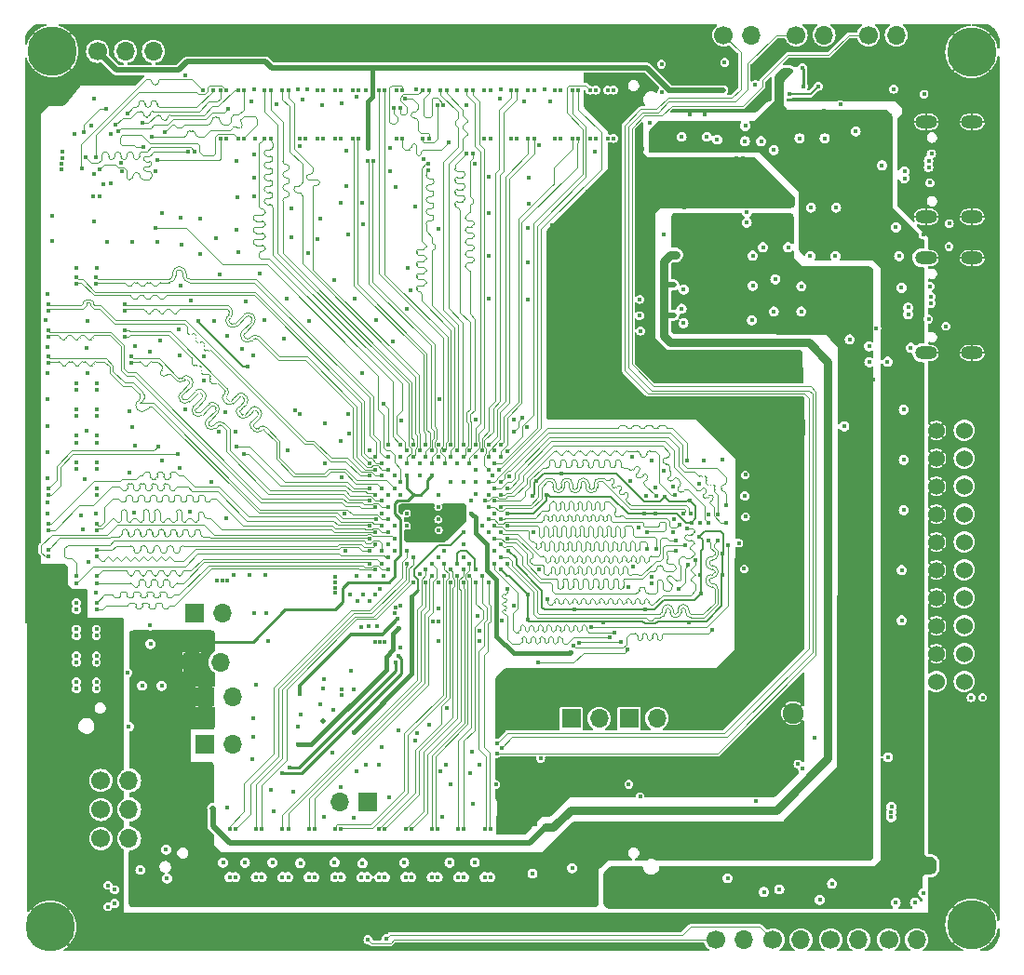
<source format=gbr>
G04 #@! TF.GenerationSoftware,KiCad,Pcbnew,7.0.2*
G04 #@! TF.CreationDate,2023-08-14T15:49:25+08:00*
G04 #@! TF.ProjectId,HPM1500_DDR2_CORE_RevA,48504d31-3530-4305-9f44-4452325f434f,rev?*
G04 #@! TF.SameCoordinates,Original*
G04 #@! TF.FileFunction,Copper,L3,Inr*
G04 #@! TF.FilePolarity,Positive*
%FSLAX46Y46*%
G04 Gerber Fmt 4.6, Leading zero omitted, Abs format (unit mm)*
G04 Created by KiCad (PCBNEW 7.0.2) date 2023-08-14 15:49:25*
%MOMM*%
%LPD*%
G01*
G04 APERTURE LIST*
G04 #@! TA.AperFunction,ComponentPad*
%ADD10C,1.700000*%
G04 #@! TD*
G04 #@! TA.AperFunction,ComponentPad*
%ADD11O,1.700000X1.700000*%
G04 #@! TD*
G04 #@! TA.AperFunction,ComponentPad*
%ADD12C,1.524000*%
G04 #@! TD*
G04 #@! TA.AperFunction,ComponentPad*
%ADD13R,1.700000X1.700000*%
G04 #@! TD*
G04 #@! TA.AperFunction,ComponentPad*
%ADD14C,1.900000*%
G04 #@! TD*
G04 #@! TA.AperFunction,ComponentPad*
%ADD15C,4.500000*%
G04 #@! TD*
G04 #@! TA.AperFunction,ComponentPad*
%ADD16O,2.000000X1.200000*%
G04 #@! TD*
G04 #@! TA.AperFunction,ViaPad*
%ADD17C,0.406400*%
G04 #@! TD*
G04 #@! TA.AperFunction,ViaPad*
%ADD18C,0.500000*%
G04 #@! TD*
G04 #@! TA.AperFunction,Conductor*
%ADD19C,0.508000*%
G04 #@! TD*
G04 #@! TA.AperFunction,Conductor*
%ADD20C,0.101600*%
G04 #@! TD*
G04 #@! TA.AperFunction,Conductor*
%ADD21C,0.096520*%
G04 #@! TD*
G04 #@! TA.AperFunction,Conductor*
%ADD22C,0.203200*%
G04 #@! TD*
G04 #@! TA.AperFunction,Conductor*
%ADD23C,0.152400*%
G04 #@! TD*
G04 #@! TA.AperFunction,Conductor*
%ADD24C,0.200000*%
G04 #@! TD*
G04 #@! TA.AperFunction,Conductor*
%ADD25C,0.254000*%
G04 #@! TD*
G04 #@! TA.AperFunction,Conductor*
%ADD26C,0.381000*%
G04 #@! TD*
G04 #@! TA.AperFunction,Conductor*
%ADD27C,0.304800*%
G04 #@! TD*
G04 #@! TA.AperFunction,Conductor*
%ADD28C,0.800000*%
G04 #@! TD*
G04 #@! TA.AperFunction,Conductor*
%ADD29C,0.500000*%
G04 #@! TD*
G04 APERTURE END LIST*
D10*
X114240000Y-60360000D03*
D11*
X116780000Y-60360000D03*
X119320000Y-60360000D03*
D10*
X180915000Y-141210000D03*
D11*
X183455000Y-141210000D03*
D10*
X114545000Y-129355000D03*
D11*
X117085000Y-129355000D03*
D12*
X193070000Y-117714000D03*
X190530000Y-117714000D03*
X193070000Y-115174000D03*
X190530000Y-115174000D03*
X193070000Y-112634000D03*
X190530000Y-112634000D03*
X193070000Y-110094000D03*
X190530000Y-110094000D03*
X193070000Y-107554000D03*
X190530000Y-107554000D03*
X193070000Y-105014000D03*
X190530000Y-105014000D03*
X193070000Y-102474000D03*
X190530000Y-102474000D03*
X193070000Y-99934000D03*
X190530000Y-99934000D03*
X193070000Y-97394000D03*
X190530000Y-97394000D03*
X193070000Y-94854000D03*
X190530000Y-94854000D03*
D13*
X138850000Y-128705000D03*
D11*
X136310000Y-128705000D03*
D10*
X175675000Y-141210000D03*
D11*
X178215000Y-141210000D03*
D14*
X177485000Y-120600000D03*
D10*
X177765000Y-58865000D03*
D11*
X180305000Y-58865000D03*
D10*
X114545000Y-126705000D03*
D11*
X117085000Y-126705000D03*
D15*
X193725000Y-60430000D03*
D13*
X162580000Y-121060000D03*
D11*
X165120000Y-121060000D03*
D15*
X109945000Y-140045000D03*
D10*
X170455000Y-141210000D03*
D11*
X172995000Y-141210000D03*
D10*
X184345000Y-58865000D03*
D11*
X186885000Y-58865000D03*
D10*
X186195000Y-141210000D03*
D11*
X188735000Y-141210000D03*
D10*
X171185000Y-58865000D03*
D11*
X173725000Y-58865000D03*
D10*
X114545000Y-132005000D03*
D11*
X117085000Y-132005000D03*
D13*
X122875000Y-115955000D03*
D11*
X125415000Y-115955000D03*
D13*
X157315000Y-121070000D03*
D11*
X159855000Y-121070000D03*
D15*
X193725000Y-139830000D03*
D13*
X124005000Y-119115000D03*
D11*
X126545000Y-119115000D03*
D16*
X193780000Y-66780200D03*
X193779900Y-75420400D03*
X189600000Y-66780300D03*
X189599900Y-75420500D03*
D13*
X123045000Y-111505000D03*
D11*
X125585000Y-111505000D03*
D16*
X193780000Y-79155000D03*
X193779900Y-87795200D03*
X189600000Y-79155100D03*
X189599900Y-87795300D03*
D13*
X124005000Y-123427500D03*
D11*
X126545000Y-123427500D03*
D15*
X110124958Y-60347821D03*
D17*
X108535000Y-70730000D03*
X114985000Y-65580000D03*
X112975000Y-67710000D03*
X115435000Y-72360000D03*
X113905000Y-75860000D03*
X114795000Y-72448000D03*
X125972198Y-68273189D03*
X126095000Y-65635000D03*
X120365000Y-67725000D03*
X114384700Y-71066200D03*
X119185000Y-68145000D03*
X116095000Y-67655000D03*
X119715000Y-70275000D03*
X113125000Y-70025000D03*
X118385000Y-69075000D03*
X110979700Y-70576200D03*
X116414700Y-71291200D03*
X111004700Y-69526200D03*
X116925000Y-65985000D03*
X114105000Y-70035000D03*
X115885000Y-67035000D03*
X112795000Y-71055000D03*
X118305994Y-66884006D03*
X115445000Y-67855000D03*
X111004700Y-70051200D03*
X113815000Y-73515000D03*
X112124700Y-67891200D03*
X114385000Y-73525000D03*
X113944700Y-71511200D03*
X119465000Y-71235000D03*
X113685000Y-67090000D03*
X110954700Y-71101200D03*
X116384700Y-70541200D03*
X145615000Y-130065000D03*
X108285000Y-99111000D03*
X187375000Y-112135000D03*
X159405000Y-88040000D03*
X121855000Y-77925000D03*
X195617000Y-92905000D03*
X114145000Y-80039976D03*
X127705000Y-83085000D03*
X163437000Y-60525000D03*
X158385000Y-93430000D03*
X160975000Y-87445000D03*
X142370000Y-103540000D03*
X113285000Y-89635000D03*
X108285000Y-84797000D03*
X173345000Y-106490000D03*
X131165000Y-86515000D03*
X127017343Y-78666899D03*
X123191000Y-60525000D03*
X119935000Y-86685000D03*
X137025000Y-93400000D03*
X187745000Y-74355000D03*
X195885000Y-126913000D03*
X120115000Y-97605000D03*
X171985000Y-125210000D03*
X154145000Y-99445000D03*
X153375000Y-112100000D03*
X158765000Y-73105000D03*
X126855000Y-76635000D03*
X152060000Y-93850000D03*
X113375000Y-106855000D03*
X181405000Y-74585000D03*
X136755000Y-105824989D03*
X135785000Y-81135000D03*
X138415000Y-76065000D03*
X156165000Y-91350000D03*
X131835000Y-77255000D03*
X190805000Y-92961000D03*
X128492560Y-63795000D03*
X171485000Y-125210000D03*
X134245000Y-77465000D03*
X140845000Y-71295000D03*
X151490000Y-102400000D03*
X145790000Y-105820000D03*
X137805000Y-64535000D03*
X159015000Y-65045000D03*
X117545000Y-102335000D03*
X114067000Y-58515000D03*
X164495000Y-66825000D03*
X157405000Y-134705000D03*
X138950000Y-96700000D03*
X173155000Y-101690000D03*
X166565000Y-104145000D03*
X141818025Y-93925000D03*
X109715212Y-94439912D03*
X169070565Y-108044615D03*
X167585000Y-74555000D03*
X151675000Y-99045000D03*
X134895000Y-97845000D03*
X165765000Y-98505000D03*
X139595000Y-84805000D03*
X137635000Y-82835000D03*
X144637000Y-60525000D03*
X108241000Y-79951000D03*
X138645000Y-63885000D03*
X116955000Y-116875000D03*
X193865000Y-69555000D03*
X162925000Y-64775000D03*
X120905000Y-60525000D03*
X108285000Y-101397000D03*
X110105000Y-77655000D03*
X195617000Y-85285000D03*
X141800000Y-100690000D03*
X195885000Y-129199000D03*
X182155000Y-94495000D03*
X152007000Y-60525000D03*
X190935000Y-125809000D03*
X163985000Y-102455000D03*
X180375000Y-68265000D03*
X150965000Y-130230000D03*
X148605000Y-100675000D03*
X173145000Y-67145000D03*
X190385000Y-130005000D03*
X140750473Y-128231444D03*
X109670000Y-101420000D03*
X172345000Y-72196333D03*
X125125000Y-108505000D03*
X145300000Y-92025000D03*
X117125000Y-98715000D03*
X195885000Y-120055000D03*
X163795000Y-69195000D03*
X109715212Y-99240000D03*
X153485000Y-71855000D03*
X126025000Y-108505000D03*
X177745000Y-118615000D03*
X111825000Y-120425000D03*
X186425000Y-129585000D03*
X137779000Y-60525000D03*
X148365000Y-128845000D03*
X174835000Y-136850000D03*
X147795000Y-65225000D03*
X118985000Y-87655000D03*
X195617000Y-90619000D03*
X168105000Y-66105000D03*
X149805000Y-75035000D03*
X131465000Y-82905000D03*
X119035000Y-112605000D03*
X174745000Y-121705000D03*
X145285000Y-76545000D03*
X195617000Y-104335000D03*
X120065000Y-118111000D03*
X108241000Y-75379000D03*
X116353000Y-58515000D03*
X195617000Y-80713000D03*
X159465000Y-69505000D03*
X129735000Y-114005000D03*
X155555000Y-76195000D03*
X179119000Y-74585000D03*
X140065000Y-60525000D03*
X151025000Y-112155000D03*
X172945000Y-70095000D03*
X137045000Y-76985000D03*
X108285000Y-82511000D03*
X148545000Y-134175000D03*
X145235000Y-114055000D03*
X145220000Y-101830000D03*
X195885000Y-122341000D03*
X153475000Y-127195000D03*
X117605000Y-87155000D03*
X125335000Y-80655000D03*
X126765000Y-94985000D03*
X136705000Y-102444900D03*
X112295000Y-80045000D03*
X112325000Y-119245584D03*
X128395000Y-122755000D03*
X132492620Y-63795000D03*
X143135000Y-74455000D03*
X149815000Y-82835000D03*
X136435000Y-65105000D03*
X120555000Y-135635000D03*
X136315000Y-127335000D03*
X145885000Y-125315000D03*
X187350000Y-81875000D03*
X117155000Y-93125000D03*
X148555000Y-70625000D03*
X189385000Y-65515000D03*
X136835000Y-72655000D03*
X172345000Y-70095000D03*
X108285000Y-91655000D03*
X132665000Y-68955000D03*
X145995000Y-120105000D03*
X193865000Y-71841000D03*
X143205000Y-63835000D03*
X112559000Y-123945000D03*
X138315000Y-89610000D03*
X136895000Y-69445000D03*
X170915000Y-61955000D03*
X128365000Y-88070000D03*
X163695000Y-74370000D03*
X153435000Y-74195000D03*
X149805000Y-71795000D03*
X186435000Y-129115000D03*
X176185000Y-60545000D03*
X153800000Y-100775000D03*
X135493000Y-60525000D03*
X108285000Y-105969000D03*
X118135000Y-134855000D03*
X195885000Y-133771000D03*
X143510000Y-98980000D03*
X138655000Y-125305000D03*
X195617000Y-69537000D03*
X114115000Y-119240000D03*
X117365000Y-94545000D03*
X149838073Y-78930127D03*
X108585000Y-115455000D03*
X193115000Y-90675000D03*
X146255000Y-134185000D03*
X150605000Y-125655000D03*
X114845000Y-123945000D03*
X158725000Y-75685000D03*
X125885000Y-93215000D03*
X125275000Y-94995000D03*
X122615000Y-102235000D03*
X127645000Y-134195000D03*
X150349996Y-96700002D03*
X177045000Y-78185000D03*
X144385000Y-121605000D03*
X134625000Y-65285000D03*
X195885000Y-131485000D03*
X115099000Y-77665000D03*
X187555000Y-92973000D03*
X161685000Y-70605000D03*
X109715212Y-89639840D03*
X132485000Y-121805000D03*
X191261000Y-132598000D03*
X152075000Y-110765000D03*
X109715212Y-96839948D03*
X190805000Y-90675000D03*
X130145000Y-134205000D03*
X113265000Y-94885000D03*
X134815000Y-130065000D03*
X161151000Y-60525000D03*
X185575000Y-70725000D03*
X142351000Y-60525000D03*
X187555000Y-97545000D03*
X117385000Y-77665000D03*
X195617000Y-76141000D03*
X145445000Y-125895000D03*
X128455000Y-69745000D03*
X122195000Y-92955000D03*
X136385000Y-74155000D03*
X128465000Y-71845000D03*
X187555000Y-102117000D03*
X182650000Y-86575000D03*
X121755000Y-81675000D03*
X153345000Y-76445000D03*
X157635000Y-111170000D03*
X134835000Y-117525000D03*
X129015000Y-80575000D03*
X132665000Y-93350000D03*
X109715212Y-107240000D03*
X183184025Y-67647276D03*
X108285000Y-93941000D03*
X181036100Y-136106100D03*
X162097804Y-65645000D03*
X136475000Y-99104900D03*
X121685000Y-98265000D03*
X171045000Y-106100000D03*
X169415000Y-97610000D03*
X164335000Y-87455000D03*
X169820000Y-102480000D03*
X178089000Y-68265000D03*
X179435000Y-122850000D03*
X174759000Y-78185000D03*
X120109707Y-75092884D03*
X173380000Y-73510000D03*
X154047792Y-130740106D03*
X142125000Y-134205000D03*
X167359000Y-68135000D03*
X133315000Y-63805000D03*
X135585000Y-124165000D03*
X189355000Y-77000000D03*
X142485000Y-80105000D03*
X133495000Y-84925000D03*
X169495000Y-66105000D03*
X195617000Y-73855000D03*
X177325000Y-88665000D03*
X169645000Y-68135000D03*
X146905000Y-63935000D03*
X121675000Y-88045000D03*
X161645000Y-78805000D03*
X125477000Y-60525000D03*
X168275000Y-103240000D03*
X148125000Y-126045000D03*
X153395000Y-82935000D03*
X124985000Y-77355000D03*
X128330722Y-124756830D03*
X184535000Y-62605000D03*
X186135000Y-124605000D03*
X160795000Y-89400000D03*
X108285000Y-112827000D03*
X137845000Y-110365000D03*
X130921000Y-60525000D03*
X195617000Y-71823000D03*
X165810000Y-100870000D03*
X153875000Y-104110000D03*
X138335000Y-134235000D03*
X130515000Y-65205000D03*
X195617000Y-64965000D03*
X191211000Y-134248000D03*
X108285000Y-87083000D03*
X181345000Y-78995000D03*
X108241000Y-77665000D03*
X156579000Y-60525000D03*
X148835000Y-111735000D03*
X179059000Y-78995000D03*
X171025000Y-107990000D03*
X128675000Y-117965000D03*
X123555000Y-75560000D03*
X139635000Y-112705000D03*
X155445000Y-64945000D03*
X178255000Y-81735000D03*
X114115000Y-102440000D03*
X138935000Y-112705000D03*
X173115000Y-99800000D03*
X172475000Y-97350000D03*
X173285000Y-75005000D03*
X178255000Y-84021000D03*
X190735000Y-131005000D03*
X124845000Y-84885000D03*
X164005000Y-111170000D03*
X168985000Y-104505000D03*
X119045000Y-114295000D03*
X173335000Y-74255000D03*
X128415000Y-121075000D03*
X134785000Y-118365000D03*
X120465000Y-133005000D03*
X112745000Y-102595000D03*
X145225000Y-111025000D03*
X141779900Y-110770000D03*
X145275000Y-103925000D03*
X158865000Y-60525000D03*
X153375000Y-109780000D03*
X187375000Y-107563000D03*
X138185000Y-112715000D03*
X113055000Y-99305000D03*
X108285000Y-96227000D03*
X163795000Y-70270000D03*
X175745000Y-69345000D03*
X195885000Y-124627000D03*
X123905000Y-88135000D03*
X128445000Y-73535000D03*
X164995000Y-102465000D03*
X153435000Y-120715000D03*
X193225000Y-77545000D03*
X137565000Y-130125000D03*
X113335000Y-84865000D03*
X108241000Y-73093000D03*
X124565000Y-99525000D03*
X164625000Y-108160000D03*
X132675000Y-120685000D03*
X142335000Y-83785000D03*
X150585000Y-122555000D03*
X109540106Y-84842208D03*
X177845000Y-92129000D03*
X126895000Y-70325000D03*
X155025000Y-100770000D03*
X153285000Y-94570000D03*
X135635000Y-120305000D03*
X109715212Y-92039876D03*
X132025000Y-127715000D03*
X188845000Y-60835000D03*
X143905000Y-70175000D03*
X195617000Y-95191000D03*
X109715212Y-82439732D03*
X167855000Y-127880000D03*
X134485000Y-119805000D03*
X108285000Y-108255000D03*
X131885000Y-74655000D03*
X108241000Y-68521000D03*
X161705000Y-75735000D03*
X137240000Y-109755000D03*
X139845000Y-125305000D03*
X167995000Y-112300000D03*
X174085000Y-128610000D03*
X169113736Y-109681653D03*
X193115000Y-92961000D03*
X112925000Y-103845000D03*
X119675000Y-77715000D03*
X142370000Y-102400000D03*
X184420000Y-87195000D03*
X155245000Y-121540000D03*
X154395000Y-68935000D03*
X154892780Y-63795000D03*
X173365000Y-103840000D03*
X125565000Y-108505000D03*
X154293000Y-60525000D03*
X118295000Y-118085000D03*
X154415000Y-107540000D03*
X122205000Y-62545000D03*
X150920000Y-107530000D03*
X108285000Y-110541000D03*
X150865000Y-64705000D03*
X172335000Y-71135000D03*
X132675000Y-134225000D03*
X123545000Y-78825000D03*
X142685000Y-82115000D03*
X162955000Y-107240000D03*
X123935000Y-90335000D03*
X113275000Y-87375000D03*
X128525000Y-68315000D03*
X131545000Y-96625000D03*
X133425000Y-78745000D03*
X117655000Y-96265000D03*
X126965000Y-73615000D03*
X133207000Y-60525000D03*
X108285000Y-103683000D03*
X128255000Y-64945000D03*
X186415000Y-130045000D03*
X175735000Y-84031000D03*
X148255000Y-124095000D03*
X145220004Y-102970000D03*
X156460000Y-98795000D03*
X117085000Y-121805000D03*
X137109900Y-95175000D03*
X127405000Y-87465000D03*
X195617000Y-97477000D03*
X109715212Y-102440000D03*
X148640000Y-93850000D03*
X195435000Y-106855000D03*
X130245000Y-129535000D03*
X180525000Y-64315000D03*
X138335000Y-74105000D03*
X187145000Y-78995000D03*
X195617000Y-102049000D03*
X195617000Y-87571000D03*
X149210000Y-103540000D03*
X140115000Y-123645000D03*
X173285000Y-75955000D03*
X148215000Y-101235000D03*
X195635000Y-118655000D03*
X168665000Y-60935000D03*
X149721000Y-60525000D03*
X126025000Y-86265000D03*
X152995000Y-64945000D03*
X110105000Y-75369000D03*
X125955000Y-102885000D03*
X132865000Y-64735000D03*
X114115000Y-112040000D03*
X141735000Y-114655000D03*
X161715000Y-73095000D03*
X191131000Y-60835000D03*
X188205000Y-87345000D03*
X150892780Y-63795000D03*
X153795000Y-135195000D03*
X121795000Y-75485000D03*
X195617000Y-99763000D03*
X108285000Y-89369000D03*
X162092780Y-63795000D03*
X109715212Y-87239804D03*
X160265000Y-112300000D03*
X108241000Y-66235000D03*
X125645000Y-134185000D03*
X121615000Y-85625000D03*
X109715212Y-109640000D03*
X153345000Y-79585000D03*
X122705000Y-82995000D03*
X109715212Y-112040000D03*
X175885000Y-81100000D03*
X141385000Y-72705000D03*
X195617000Y-82999000D03*
X151620000Y-105810000D03*
X141115000Y-86765000D03*
X186855000Y-76375000D03*
X129425000Y-84785000D03*
X114075000Y-109635000D03*
X168135000Y-101210000D03*
X158725000Y-78805000D03*
X134455000Y-75625000D03*
X163845000Y-72595000D03*
X145220000Y-100690000D03*
X195617000Y-67251000D03*
X147500000Y-99550000D03*
X162865000Y-97250000D03*
X195617000Y-78427000D03*
X129975000Y-127585000D03*
X135785000Y-134155000D03*
X173114000Y-68526000D03*
X132215000Y-93060000D03*
X178345000Y-61875000D03*
X166695000Y-76595000D03*
X183475000Y-85555000D03*
X184435000Y-121905000D03*
X123335000Y-128755000D03*
X182560000Y-127530000D03*
X178455000Y-63545000D03*
X123327575Y-127505000D03*
X183035000Y-127550000D03*
X127895000Y-89060000D03*
X123395000Y-84870000D03*
X126035000Y-129195000D03*
X166810000Y-79980000D03*
X166185000Y-63905000D03*
X185050000Y-85550000D03*
X158095292Y-133795292D03*
X140845000Y-69145000D03*
X166695000Y-76161666D03*
X183035000Y-127050000D03*
X182560000Y-127030000D03*
X166695000Y-75728333D03*
X184785000Y-90200000D03*
X166735000Y-83300000D03*
X170975000Y-80264285D03*
X142940000Y-100690000D03*
X138845000Y-69145000D03*
X166695000Y-75295000D03*
X158900000Y-133800000D03*
X170975000Y-82975000D03*
X171135000Y-63895000D03*
X166670000Y-85717855D03*
X144649999Y-98980000D03*
X159695292Y-133795292D03*
X142370000Y-98980000D03*
X118195000Y-123345000D03*
X169020000Y-103280000D03*
X164975000Y-100015000D03*
X150165000Y-98980000D03*
X163446500Y-103708500D03*
X150350000Y-102400000D03*
X150350000Y-105820000D03*
X173105000Y-100820000D03*
X149780000Y-100690000D03*
X162515000Y-109150000D03*
X173145000Y-98910000D03*
X162685000Y-99440000D03*
X166655000Y-102895000D03*
X164135000Y-100805000D03*
X168975000Y-99675000D03*
X173155000Y-102720000D03*
X149785000Y-104100000D03*
X172555000Y-105100000D03*
X171095000Y-97525000D03*
X164605000Y-108755000D03*
X173055000Y-107460000D03*
X166545000Y-99980000D03*
X164625000Y-97605000D03*
X181785000Y-65205000D03*
X171275000Y-61365000D03*
X141625000Y-112850000D03*
X132485000Y-123455000D03*
X145220000Y-108670000D03*
X141800000Y-101830000D03*
X147500000Y-102970000D03*
X142370000Y-104680000D03*
X147355000Y-101830000D03*
X143510000Y-104680000D03*
X142940000Y-102970000D03*
X142940000Y-101830000D03*
X140244996Y-108100004D03*
X136335000Y-95820000D03*
X134900000Y-94250000D03*
X141800000Y-99550000D03*
X119485000Y-76455000D03*
X144725000Y-112275000D03*
X141535000Y-112030000D03*
X132625000Y-118850000D03*
X143522945Y-107925000D03*
X148957500Y-113082500D03*
X147500000Y-105250000D03*
X145232503Y-112275000D03*
X164634702Y-69278100D03*
X180785000Y-77165000D03*
X146327000Y-127075000D03*
X189715000Y-134765000D03*
X190135000Y-134500000D03*
X179870000Y-66605000D03*
X181235000Y-77400000D03*
X181200000Y-76910000D03*
X180285000Y-65800000D03*
X177145000Y-62185000D03*
X189635000Y-134300000D03*
X160495292Y-135505000D03*
X180320000Y-66290000D03*
X179870000Y-66055000D03*
X180785000Y-77715000D03*
X179035000Y-134850000D03*
X178485000Y-134850000D03*
X171590000Y-68421500D03*
X162095292Y-135505000D03*
X171590000Y-67150000D03*
X164659702Y-68278100D03*
X177940000Y-125215000D03*
X178335000Y-125610000D03*
X190035000Y-134000000D03*
X161295292Y-135505000D03*
X185849575Y-93880000D03*
X186135000Y-125555000D03*
X147500000Y-106390000D03*
X148975000Y-125255000D03*
X150453200Y-127086200D03*
X148975000Y-114050000D03*
X166650000Y-81625000D03*
X165525000Y-61525000D03*
X124710000Y-129255000D03*
X166650000Y-84353570D03*
X154995000Y-130945000D03*
X165535000Y-64105000D03*
X166825000Y-78900000D03*
X155695000Y-130945000D03*
X141245000Y-105810000D03*
X146360000Y-99550000D03*
X189975000Y-72325000D03*
X186655000Y-63795000D03*
X191710000Y-76025000D03*
X190100000Y-69675000D03*
X189405000Y-64265000D03*
X191400000Y-85375000D03*
X189825000Y-84725000D03*
X189975000Y-81725000D03*
X191680000Y-78115000D03*
X116708748Y-85737778D03*
X141230000Y-100120000D03*
X140090000Y-98980000D03*
X109731252Y-83337742D03*
X140090000Y-100120000D03*
X116708748Y-86347378D03*
X109731252Y-83947342D03*
X138950000Y-98980000D03*
X116708748Y-83337742D03*
X140660000Y-98410000D03*
X116708748Y-83947342D03*
X139520000Y-98410000D03*
X140090000Y-97840000D03*
X112308960Y-80937706D03*
X112308960Y-81547306D03*
X138950000Y-97840000D03*
X140660000Y-97270000D03*
X114092708Y-80937706D03*
X140090000Y-103540000D03*
X109731252Y-103337998D03*
X160613112Y-63873400D03*
X161172466Y-63873401D03*
X141335000Y-116005000D03*
X148640000Y-107530000D03*
X131665000Y-125515000D03*
X146930000Y-106960000D03*
X146930000Y-97840000D03*
X148640000Y-97270000D03*
X163525000Y-84405000D03*
X138380000Y-109810000D03*
X139935000Y-109255000D03*
X138950000Y-110380000D03*
X139520000Y-109810000D03*
X137285000Y-116755000D03*
X145220000Y-97270000D03*
X167355000Y-83780000D03*
X148640000Y-98410000D03*
X167525000Y-85100000D03*
X148640000Y-99550000D03*
X163625000Y-85800000D03*
X131025000Y-126055000D03*
X145220000Y-106390000D03*
X141620000Y-115420000D03*
X154535000Y-124685000D03*
X162555000Y-127060000D03*
D18*
X134745000Y-121335000D03*
D17*
X174595000Y-68545000D03*
X170595000Y-68395000D03*
X138950000Y-103540000D03*
X109731252Y-103947598D03*
X109731252Y-105737998D03*
X138950000Y-104680000D03*
X109731252Y-106347598D03*
X141230000Y-104680000D03*
X112308960Y-108137986D03*
X140090000Y-105820000D03*
X140660000Y-106390000D03*
X112308960Y-108747586D03*
X112308960Y-110537998D03*
X112308960Y-111147598D03*
X112308960Y-112937998D03*
X112308960Y-113547598D03*
X112308960Y-118347598D03*
X112308960Y-117737998D03*
X123812820Y-63873400D03*
X124725000Y-63885000D03*
X125412844Y-63873400D03*
X125972198Y-63873401D03*
X140660000Y-96130000D03*
X140250000Y-92450000D03*
X127012868Y-63873400D03*
X127572222Y-63873401D03*
X141800000Y-96130000D03*
X129412904Y-68273188D03*
X129972258Y-68273189D03*
X142370000Y-96700000D03*
X132612952Y-68273188D03*
X133172306Y-68273189D03*
X134212976Y-68273188D03*
X134772330Y-68273189D03*
X135813000Y-68273188D03*
X136372354Y-68273189D03*
X137413024Y-63873400D03*
X137972378Y-63873401D03*
X139813060Y-63873400D03*
X145795000Y-97825000D03*
X140372414Y-63873401D03*
X145790000Y-96700000D03*
X141413084Y-63873400D03*
X141972438Y-63873401D03*
X141190016Y-65494502D03*
X143813100Y-63873400D03*
X141745000Y-65495000D03*
X145695000Y-65245000D03*
X144372454Y-63873401D03*
X146360000Y-96130000D03*
X144315000Y-70625000D03*
X144315000Y-71205000D03*
X146360000Y-97270000D03*
X148372466Y-63873401D03*
X148070000Y-97840000D03*
X147813112Y-63873400D03*
X148640000Y-96130000D03*
X149413112Y-63873400D03*
X149972466Y-63873401D03*
X149210000Y-96700000D03*
X151813112Y-63873400D03*
X149780000Y-98410000D03*
X152372466Y-63873401D03*
X149780000Y-96130000D03*
X153413112Y-68273188D03*
X153972466Y-68273189D03*
X149780000Y-97270000D03*
X155813112Y-63873400D03*
X152060000Y-94990000D03*
X152875000Y-93700000D03*
X156372466Y-63873401D03*
X150350000Y-97840000D03*
X157413112Y-63873400D03*
X150775000Y-98410000D03*
X157972466Y-63873401D03*
X151470008Y-96740008D03*
X159013112Y-63873400D03*
X159572466Y-63873401D03*
X160613112Y-68273188D03*
X161172466Y-68273189D03*
X142242972Y-135499788D03*
X147500000Y-108670000D03*
X144642972Y-131100000D03*
X148070000Y-106960000D03*
X145170316Y-131100000D03*
X145170316Y-135499788D03*
X148070000Y-108100000D03*
X147042972Y-131100000D03*
X148640000Y-108670000D03*
X147570316Y-131100000D03*
X147570316Y-135499788D03*
X189848159Y-70295400D03*
X187625000Y-71295400D03*
X187625000Y-71905000D03*
X189848159Y-70905000D03*
X187969437Y-84279800D03*
X190033983Y-83279800D03*
X187969437Y-83670200D03*
X190033983Y-82670200D03*
X139460000Y-114140000D03*
X140370000Y-114145000D03*
X139910000Y-114140000D03*
X135845000Y-109158332D03*
X135845000Y-108681666D03*
X135845000Y-109635000D03*
X135835000Y-108205000D03*
X167865000Y-97585000D03*
X149780000Y-99550000D03*
X150920000Y-99550000D03*
X171420000Y-101680000D03*
X150350000Y-100120000D03*
X170620000Y-102480000D03*
X167165000Y-103410000D03*
X150920000Y-102970000D03*
X149780000Y-102970000D03*
X164220000Y-104080000D03*
X166735000Y-100755000D03*
X149435000Y-101260000D03*
X165020000Y-100855000D03*
X150350000Y-101260000D03*
X171420000Y-103280000D03*
X151490000Y-100120000D03*
X150920000Y-100690000D03*
X169820000Y-103280000D03*
X151490000Y-103540000D03*
X165020000Y-105680000D03*
X164220000Y-105680000D03*
X150350000Y-103540000D03*
X167665000Y-105300000D03*
X151490000Y-104680000D03*
X166825000Y-105770000D03*
X150350000Y-104680000D03*
X150920000Y-105250000D03*
X167855000Y-103790000D03*
X169820000Y-104880000D03*
X150920000Y-106390000D03*
X170620000Y-104880000D03*
X151490000Y-106960000D03*
X151490000Y-109240000D03*
X160815000Y-113690000D03*
X150350000Y-106960000D03*
X161285000Y-113220000D03*
X161855000Y-114150000D03*
X158055000Y-114160000D03*
X167965000Y-107090000D03*
X167065000Y-109300000D03*
X155145000Y-110240000D03*
X168615000Y-106690000D03*
X162455000Y-114790000D03*
X154285000Y-115990000D03*
X128485000Y-111455000D03*
X137810000Y-108100000D03*
X137565000Y-118445000D03*
X136435000Y-118905000D03*
X136435000Y-118425000D03*
X129585000Y-111455000D03*
X141295000Y-111460000D03*
X126615000Y-107995000D03*
X138960000Y-108100000D03*
X141315000Y-111000000D03*
X128065000Y-107995000D03*
X129465000Y-107995000D03*
X149675000Y-105255000D03*
X157275000Y-115080000D03*
X148245000Y-102405000D03*
X114131040Y-112937998D03*
X114131040Y-115337998D03*
X112308960Y-115947598D03*
X112308960Y-115337998D03*
X194735000Y-119155000D03*
X193695000Y-119165000D03*
X114131040Y-115947598D03*
X114131040Y-103337998D03*
X140660000Y-104110000D03*
X139520000Y-104110000D03*
X114131040Y-103947598D03*
X114131040Y-105737998D03*
X139520000Y-105250000D03*
X114131040Y-106347598D03*
X138950000Y-105820000D03*
X114131040Y-108137998D03*
X140090000Y-106960000D03*
X114131040Y-108747598D03*
X138950000Y-106960000D03*
X114131040Y-111147598D03*
X139520000Y-107530000D03*
X114131040Y-110537998D03*
X140660000Y-107530000D03*
X114131040Y-113547598D03*
X179925000Y-137575000D03*
X115785000Y-136655000D03*
X115785000Y-137905000D03*
X114131040Y-117737998D03*
X115185000Y-136255000D03*
X186825000Y-137845000D03*
X115185000Y-138205000D03*
X114131040Y-118347598D03*
X142242984Y-131100000D03*
X146930000Y-108100000D03*
X147500000Y-107530000D03*
X142770328Y-131100000D03*
X149210000Y-108100000D03*
X149442972Y-131100000D03*
X149970316Y-131100000D03*
X149780000Y-108670000D03*
X144650000Y-106960000D03*
X133970180Y-131100000D03*
X145790000Y-106960000D03*
X136370216Y-131100000D03*
X128642764Y-131100000D03*
X142940000Y-106390000D03*
X144088630Y-107484110D03*
X131042800Y-131100000D03*
X146360000Y-107530000D03*
X140370276Y-131100000D03*
X142370000Y-106960000D03*
X126770072Y-131100000D03*
X133442836Y-131100000D03*
X144650000Y-108100000D03*
X145790000Y-108100000D03*
X135842872Y-131100000D03*
X129170108Y-131100000D03*
X142940000Y-108670000D03*
X131570144Y-131100000D03*
X144080000Y-108670000D03*
X146360000Y-108670000D03*
X139842932Y-131100000D03*
X131570144Y-135499788D03*
X136370216Y-135499788D03*
X140485000Y-141105000D03*
X140370280Y-135499788D03*
X129170108Y-135499788D03*
X133970180Y-135499788D03*
X138770256Y-135499788D03*
X150555000Y-123355000D03*
X143285000Y-122405000D03*
X131042800Y-135499788D03*
X141585000Y-122155000D03*
X150535000Y-124255000D03*
X135842872Y-135499788D03*
X143135000Y-123055000D03*
X150985000Y-123765000D03*
X139842936Y-135499788D03*
X128642764Y-135499788D03*
X133442836Y-135499788D03*
X138242912Y-135499788D03*
X138835000Y-141205000D03*
X155813112Y-68273188D03*
X156372466Y-68273189D03*
X157413112Y-68273188D03*
X150920000Y-96130000D03*
X159013112Y-68273188D03*
X159572466Y-68273189D03*
X150920000Y-97270000D03*
X157972466Y-68273189D03*
X141972438Y-68273189D03*
X146176094Y-68655000D03*
X127012868Y-68273188D03*
X134772330Y-63873401D03*
X136372354Y-63873401D03*
X144372466Y-68273189D03*
X142235000Y-64680000D03*
X153413112Y-63873400D03*
X123059800Y-69476418D03*
X149972466Y-68273189D03*
X152372466Y-68273189D03*
X125412844Y-68273188D03*
X127572222Y-68273189D03*
X134212976Y-63873400D03*
X135813000Y-63873400D03*
X141413084Y-68273188D03*
X145145000Y-65245000D03*
X143813112Y-68273188D03*
X153972466Y-63873401D03*
X149413112Y-68273188D03*
X151813112Y-68273188D03*
X122450200Y-69476418D03*
X129972258Y-63873401D03*
X142940000Y-96130000D03*
X147500000Y-96130000D03*
X145972466Y-63873401D03*
X143510000Y-96700000D03*
X131572282Y-63873401D03*
X138800000Y-70300000D03*
X144650000Y-96700000D03*
X145413112Y-63873400D03*
X146930000Y-96700000D03*
X148400092Y-69646739D03*
X148070000Y-96700000D03*
X142940000Y-97270000D03*
X131012928Y-63873400D03*
X147500000Y-97270000D03*
X147790492Y-69646739D03*
X129412904Y-63873400D03*
X142370000Y-97840000D03*
X139350000Y-70325000D03*
X144650000Y-97840000D03*
X137413024Y-68273188D03*
X144080000Y-96130000D03*
X144080000Y-97270000D03*
X137972378Y-68273189D03*
X142370000Y-105820000D03*
X126242728Y-131100000D03*
X126242728Y-135499788D03*
X126770072Y-135499788D03*
X142770316Y-135499788D03*
X144642972Y-135499788D03*
X147042972Y-135499788D03*
X149442972Y-135499788D03*
X149970316Y-135499788D03*
X177165000Y-64245000D03*
X179785000Y-63535000D03*
X174065000Y-63385000D03*
X189337500Y-136952500D03*
X184435000Y-88655000D03*
X188585000Y-137825000D03*
X186085000Y-88605000D03*
X114092708Y-81547306D03*
X139520000Y-97270000D03*
X109731252Y-88747414D03*
X139545000Y-102970000D03*
X140660000Y-102970000D03*
X109731252Y-88137814D03*
X140660000Y-101830000D03*
X109731252Y-85737778D03*
X117343748Y-88137814D03*
X140090000Y-101260000D03*
X139520000Y-101830000D03*
X109731252Y-86347378D03*
X117343748Y-88747414D03*
X138950000Y-101260000D03*
X112308960Y-95337922D03*
X114131040Y-95337922D03*
X112308960Y-95947522D03*
X114131040Y-95947522D03*
X112308960Y-92937886D03*
X114131040Y-92937886D03*
X112308960Y-93547486D03*
X114131040Y-93547486D03*
X112308960Y-90537850D03*
X114131040Y-90537850D03*
X112308960Y-91147450D03*
X114131040Y-91147450D03*
X114131040Y-100137998D03*
X112308960Y-97737958D03*
X114131040Y-100747598D03*
X112308960Y-98347558D03*
X114131040Y-97737958D03*
X126895000Y-96305000D03*
X138950000Y-100120000D03*
X109731252Y-100137998D03*
X119745000Y-96305000D03*
X114131040Y-98347558D03*
X121505000Y-97025000D03*
X109731252Y-100747598D03*
X127525000Y-97025000D03*
X139520000Y-100690000D03*
X137515000Y-122295000D03*
X147505000Y-104110000D03*
X137825000Y-125905000D03*
X157495000Y-114450000D03*
X170095000Y-112990000D03*
X150920000Y-101830000D03*
X168160000Y-102445000D03*
X167550396Y-102444999D03*
X149780000Y-101830000D03*
X141230000Y-103540000D03*
X140660000Y-105250000D03*
X173835000Y-78955000D03*
X140090000Y-102400000D03*
X141230000Y-98980000D03*
X173835000Y-81705000D03*
X140660000Y-100690000D03*
X141800000Y-97270000D03*
X173750000Y-84850000D03*
X113957500Y-64632500D03*
X165755000Y-77010000D03*
X167535000Y-82050000D03*
X143510000Y-97840000D03*
X163535000Y-82935000D03*
X145220000Y-96130000D03*
X166815000Y-104850000D03*
X150920000Y-104110000D03*
X159165000Y-112760000D03*
X171585685Y-105280000D03*
X176235000Y-136630000D03*
X171535000Y-135610000D03*
X163575000Y-128180000D03*
D19*
X115930000Y-62050000D02*
X114240000Y-60360000D01*
X121650000Y-62050000D02*
X115930000Y-62050000D01*
X122395000Y-61305000D02*
X121650000Y-62050000D01*
X122395000Y-61305000D02*
X129535000Y-61305000D01*
D20*
X114435000Y-65580000D02*
X114985000Y-65580000D01*
X112975000Y-67040000D02*
X114435000Y-65580000D01*
X112975000Y-67710000D02*
X112975000Y-67040000D01*
X118650000Y-70830000D02*
G75*
G03*
X118425000Y-71055000I0J-225000D01*
G01*
X118093000Y-71699000D02*
G75*
G03*
X118399000Y-72005000I306000J0D01*
G01*
X118650000Y-69930000D02*
G75*
G03*
X118425000Y-70155000I0J-225000D01*
G01*
X118950000Y-69930000D02*
G75*
G03*
X119175000Y-69705000I0J225000D01*
G01*
X119175000Y-70605000D02*
G75*
G03*
X118950000Y-70380000I-225000J0D01*
G01*
X117175000Y-72005000D02*
G75*
G03*
X117481000Y-71699000I0J306000D01*
G01*
X118425000Y-70155000D02*
G75*
G03*
X118650000Y-70380000I225000J0D01*
G01*
X118425000Y-71055000D02*
G75*
G03*
X118650000Y-71280000I225000J0D01*
G01*
X119175000Y-71505000D02*
G75*
G03*
X118950000Y-71280000I-225000J0D01*
G01*
X118093000Y-71699000D02*
G75*
G03*
X117787000Y-71393000I-306000J0D01*
G01*
X117787000Y-71393000D02*
G75*
G03*
X117481000Y-71699000I0J-306000D01*
G01*
X118950000Y-70830000D02*
G75*
G03*
X119175000Y-70605000I0J225000D01*
G01*
D21*
X122663000Y-67588813D02*
G75*
G03*
X122384913Y-67866913I0J-278087D01*
G01*
X126898118Y-67280049D02*
G75*
G03*
X127256333Y-67279998I179082J179149D01*
G01*
X126898165Y-67280001D02*
G75*
G03*
X126540001Y-67280001I-179082J-179081D01*
G01*
X127322411Y-67213884D02*
G75*
G03*
X127322430Y-66855735I-179111J179084D01*
G01*
X122106826Y-68145013D02*
G75*
G03*
X122384913Y-67866913I-26J278113D01*
G01*
X123146874Y-67866913D02*
G75*
G03*
X122868826Y-67588826I-278074J13D01*
G01*
X127322478Y-66497617D02*
G75*
G03*
X127322430Y-66855735I179022J-179083D01*
G01*
X123146900Y-67866913D02*
G75*
G03*
X123425000Y-68145000I278100J13D01*
G01*
D20*
X115517000Y-70217000D02*
G75*
G03*
X115798000Y-69936000I0J281000D01*
G01*
X117765000Y-70217000D02*
G75*
G03*
X118046000Y-69936000I0J281000D01*
G01*
X117484000Y-69936000D02*
G75*
G03*
X117765000Y-70217000I281000J0D01*
G01*
X115236000Y-69786000D02*
G75*
G03*
X114955000Y-69505000I-281000J0D01*
G01*
X117484000Y-69786000D02*
G75*
G03*
X117203000Y-69505000I-281000J0D01*
G01*
X116641000Y-70217000D02*
G75*
G03*
X116922000Y-69936000I0J281000D01*
G01*
X116360000Y-69936000D02*
G75*
G03*
X116641000Y-70217000I281000J0D01*
G01*
X115236000Y-69936000D02*
G75*
G03*
X115517000Y-70217000I281000J0D01*
G01*
X116079000Y-69505000D02*
G75*
G03*
X115798000Y-69786000I0J-281000D01*
G01*
X118327000Y-69505000D02*
G75*
G03*
X118046000Y-69786000I0J-281000D01*
G01*
X116360000Y-69786000D02*
G75*
G03*
X116079000Y-69505000I-281000J0D01*
G01*
X117203000Y-69505000D02*
G75*
G03*
X116922000Y-69786000I0J-281000D01*
G01*
X116616800Y-70896800D02*
X116895000Y-71175000D01*
X115853200Y-70645000D02*
X116105000Y-70896800D01*
X116105000Y-70896800D02*
X116616800Y-70896800D01*
X119175000Y-69705000D02*
X119175000Y-69645000D01*
X117035000Y-72005000D02*
X117175000Y-72005000D01*
X114805900Y-70645000D02*
X115853200Y-70645000D01*
X118399000Y-72005000D02*
X118875000Y-72005000D01*
X118950000Y-70380000D02*
X118650000Y-70380000D01*
X118875000Y-72005000D02*
X119175000Y-71705000D01*
X119343582Y-69476418D02*
X122450200Y-69476418D01*
X114384700Y-71066200D02*
X114805900Y-70645000D01*
X118650000Y-70830000D02*
X118950000Y-70830000D01*
X116895000Y-71175000D02*
X116895000Y-71865000D01*
X119175000Y-71705000D02*
X119175000Y-71505000D01*
X118650000Y-69930000D02*
X118950000Y-69930000D01*
X119175000Y-69645000D02*
X119343582Y-69476418D01*
X116895000Y-71865000D02*
X117035000Y-72005000D01*
X118950000Y-71280000D02*
X118650000Y-71280000D01*
D21*
X126898167Y-67280000D02*
X126898166Y-67280000D01*
X128755000Y-66485000D02*
X128545000Y-66275000D01*
X127322430Y-67213903D02*
X127256334Y-67280000D01*
X123885000Y-68145000D02*
X123425000Y-68145000D01*
X124525000Y-67505000D02*
X123885000Y-68145000D01*
X122106826Y-68145000D02*
X121901000Y-68145000D01*
X127256334Y-67280000D02*
X127256334Y-67279999D01*
X127545000Y-66275000D02*
X127322429Y-66497568D01*
X127572222Y-68257778D02*
X128755000Y-67075000D01*
X128545000Y-66275000D02*
X127545000Y-66275000D01*
X127572222Y-68273189D02*
X127572222Y-68257778D01*
X126540000Y-67280000D02*
X126315000Y-67505000D01*
X121901000Y-68145000D02*
X119185000Y-68145000D01*
X122868826Y-67588826D02*
X122663000Y-67588826D01*
X126315000Y-67505000D02*
X124525000Y-67505000D01*
X128755000Y-67075000D02*
X128755000Y-66485000D01*
X125295000Y-70275000D02*
X125412844Y-70157156D01*
X119715000Y-70275000D02*
X125295000Y-70275000D01*
X125412844Y-70157156D02*
X125412844Y-68273188D01*
D20*
X124665000Y-65935000D02*
X125795000Y-65935000D01*
X116095000Y-67655000D02*
X116375000Y-67375000D01*
X120575000Y-67065000D02*
X121075000Y-66565000D01*
X124035000Y-66565000D02*
X124665000Y-65935000D01*
X119369400Y-67065000D02*
X120575000Y-67065000D01*
X121075000Y-66565000D02*
X124035000Y-66565000D01*
X125795000Y-65935000D02*
X126095000Y-65635000D01*
X116375000Y-67375000D02*
X119059400Y-67375000D01*
X119059400Y-67375000D02*
X119369400Y-67065000D01*
X117484000Y-69786000D02*
X117484000Y-69936000D01*
X118327000Y-69505000D02*
X118460531Y-69505000D01*
X122684625Y-69101243D02*
X123059800Y-69476418D01*
X116922000Y-69936000D02*
X116922000Y-69786000D01*
X113125000Y-70025000D02*
X113625000Y-70525000D01*
X113625000Y-70525000D02*
X114285000Y-70525000D01*
X118046000Y-69936000D02*
X118046000Y-69786000D01*
X118460531Y-69505000D02*
X118705000Y-69505000D01*
X118705000Y-69505000D02*
X119108757Y-69101243D01*
X115798000Y-69936000D02*
X115798000Y-69786000D01*
X114805000Y-69505000D02*
X114955000Y-69505000D01*
X114285000Y-70525000D02*
X114565000Y-70245000D01*
X115236000Y-69786000D02*
X115236000Y-69936000D01*
X114565000Y-70245000D02*
X114565000Y-69745000D01*
X114565000Y-69745000D02*
X114805000Y-69505000D01*
X119108757Y-69101243D02*
X122684625Y-69101243D01*
X116360000Y-69786000D02*
X116360000Y-69936000D01*
D21*
X116495000Y-67995000D02*
X118255000Y-67995000D01*
X124905000Y-68125000D02*
X125155000Y-67875000D01*
X116305000Y-68185000D02*
X116495000Y-67995000D01*
X123505000Y-68935000D02*
X123505000Y-69515000D01*
X117525000Y-68875000D02*
X116475000Y-68875000D01*
X118965000Y-68705000D02*
X123275000Y-68705000D01*
X124905000Y-69625000D02*
X124905000Y-68125000D01*
X118385000Y-69075000D02*
X117725000Y-69075000D01*
X123505000Y-69515000D02*
X123785000Y-69795000D01*
X123275000Y-68705000D02*
X123505000Y-68935000D01*
X124735000Y-69795000D02*
X124905000Y-69625000D01*
X125155000Y-67875000D02*
X126614680Y-67875000D01*
X118255000Y-67995000D02*
X118965000Y-68705000D01*
X126614680Y-67875000D02*
X127012868Y-68273188D01*
X123785000Y-69795000D02*
X124735000Y-69795000D01*
X116475000Y-68875000D02*
X116305000Y-68705000D01*
X117725000Y-69075000D02*
X117525000Y-68875000D01*
X116305000Y-68705000D02*
X116305000Y-68185000D01*
D20*
X121897000Y-67327000D02*
G75*
G03*
X122028000Y-67196000I0J131000D01*
G01*
X126390030Y-66820030D02*
G75*
G03*
X126390000Y-66574940I-122530J122530D01*
G01*
X124255000Y-67065000D02*
G75*
G03*
X124630000Y-66690000I0J375000D01*
G01*
X126822753Y-66142190D02*
G75*
G03*
X127067811Y-66142190I122529J122528D01*
G01*
X126822730Y-66142210D02*
G75*
G03*
X126577689Y-66142191I-122530J-122490D01*
G01*
X126389990Y-66329870D02*
G75*
G03*
X126390000Y-66574940I122510J-122530D01*
G01*
X122159000Y-67065000D02*
G75*
G03*
X122028000Y-67196000I0J-131000D01*
G01*
X125392000Y-66690000D02*
G75*
G03*
X125767000Y-67065000I375000J0D01*
G01*
X125392000Y-66690000D02*
G75*
G03*
X125017000Y-66315000I-375000J0D01*
G01*
X121366000Y-67196000D02*
G75*
G03*
X121497000Y-67327000I131000J0D01*
G01*
X120415000Y-66600598D02*
G75*
G03*
X120632798Y-66382799I0J217798D01*
G01*
X119375000Y-64840400D02*
G75*
G03*
X119100000Y-65115381I0J-275000D01*
G01*
X120032803Y-66382799D02*
G75*
G03*
X120250596Y-66600597I217797J-1D01*
G01*
X118550000Y-65170000D02*
G75*
G03*
X118825000Y-65445000I275000J0D01*
G01*
X118414849Y-66064926D02*
G75*
G03*
X118664850Y-66314851I249951J26D01*
G01*
X119650019Y-65115381D02*
G75*
G03*
X119375000Y-64840381I-275019J-19D01*
G01*
X125005000Y-66315000D02*
G75*
G03*
X124630000Y-66690000I0J-375000D01*
G01*
X121366000Y-67196000D02*
G75*
G03*
X121235000Y-67065000I-131000J0D01*
G01*
X118765000Y-66314825D02*
G75*
G03*
X119014925Y-66064926I0J249925D01*
G01*
X118275000Y-64840400D02*
G75*
G03*
X118000000Y-65115381I0J-275000D01*
G01*
X120032800Y-66382798D02*
G75*
G03*
X119815000Y-66165000I-217800J-2D01*
G01*
X119650000Y-65170000D02*
G75*
G03*
X119925000Y-65445000I275000J0D01*
G01*
X118825000Y-65445000D02*
G75*
G03*
X119100000Y-65170000I0J275000D01*
G01*
X120850596Y-66164998D02*
G75*
G03*
X120632798Y-66382798I4J-217802D01*
G01*
X117725000Y-65445000D02*
G75*
G03*
X118000000Y-65170000I0J275000D01*
G01*
X118414900Y-66064925D02*
G75*
G03*
X118165000Y-65815000I-249900J25D01*
G01*
X118550019Y-65115381D02*
G75*
G03*
X118275000Y-64840381I-275019J-19D01*
G01*
X119264850Y-65815025D02*
G75*
G03*
X119014925Y-66064925I-50J-249875D01*
G01*
X123225000Y-64105000D02*
X123375000Y-64255000D01*
X124245000Y-63655000D02*
X124445000Y-63455000D01*
X123375000Y-64255000D02*
X123985000Y-64255000D01*
X118005000Y-64105000D02*
X123225000Y-64105000D01*
X124245000Y-63995000D02*
X124245000Y-63655000D01*
X118414925Y-66064925D02*
X118414925Y-66064926D01*
X117815000Y-65815000D02*
X118165000Y-65815000D01*
X119365000Y-65815000D02*
X123475000Y-65815000D01*
X119014925Y-66064926D02*
X119014925Y-66064925D01*
X125115000Y-64925000D02*
X125412844Y-64627156D01*
X116515000Y-66405000D02*
X117225000Y-66405000D01*
X124365000Y-64925000D02*
X125115000Y-64925000D01*
X123475000Y-65815000D02*
X124365000Y-64925000D01*
X118664850Y-66314851D02*
X118765000Y-66314851D01*
X123985000Y-64255000D02*
X124245000Y-63995000D01*
X125553797Y-63455000D02*
X125972198Y-63873401D01*
X114105000Y-68005000D02*
X118005000Y-64105000D01*
X114105000Y-70035000D02*
X114105000Y-68005000D01*
X124445000Y-63455000D02*
X125553797Y-63455000D01*
X125412844Y-64627156D02*
X125412844Y-63873400D01*
X115885000Y-67035000D02*
X116515000Y-66405000D01*
X117225000Y-66405000D02*
X117815000Y-65815000D01*
X119264850Y-65815000D02*
X119365000Y-65815000D01*
X119100000Y-65170000D02*
X119100000Y-65115381D01*
X118550000Y-65115381D02*
X118550000Y-65170000D01*
X118000000Y-65170000D02*
X118000000Y-65115381D01*
X116925000Y-65985000D02*
X117465000Y-65445000D01*
X117465000Y-65445000D02*
X117725000Y-65445000D01*
X120385368Y-65445000D02*
X123255000Y-65445000D01*
X123255000Y-65445000D02*
X124725000Y-63975000D01*
X119925000Y-65445000D02*
X120385368Y-65445000D01*
X119650000Y-65115381D02*
X119650000Y-65170000D01*
X124725000Y-63975000D02*
X124725000Y-63885000D01*
X121025000Y-67065000D02*
X121235000Y-67065000D01*
X121497000Y-67327000D02*
X121897000Y-67327000D01*
X126822751Y-66142190D02*
X126822752Y-66142191D01*
X126822750Y-66142190D02*
X126822751Y-66142190D01*
X121015000Y-66165000D02*
X123865000Y-66165000D01*
X120632798Y-66382799D02*
X120632798Y-66382798D01*
X120365000Y-67725000D02*
X121025000Y-67065000D01*
X119584006Y-66165000D02*
X119815000Y-66165000D01*
X127067812Y-66142192D02*
X127572222Y-65637778D01*
X126666600Y-63873400D02*
X127012868Y-63873400D01*
X126390000Y-66329880D02*
X126390001Y-66329878D01*
X120250596Y-66600597D02*
X120415000Y-66600597D01*
X125767000Y-67065000D02*
X126145000Y-67065000D01*
X120850596Y-66165000D02*
X121015000Y-66165000D01*
X120032798Y-66382798D02*
X120032798Y-66382799D01*
X123865000Y-66165000D02*
X124687632Y-65342368D01*
X122159000Y-67065000D02*
X122559000Y-67065000D01*
X127572222Y-65637778D02*
X127572222Y-63873401D01*
X125005000Y-66315000D02*
X125017000Y-66315000D01*
X122559000Y-67065000D02*
X124255000Y-67065000D01*
X118305994Y-66884006D02*
X118865000Y-66884006D01*
X125197632Y-65342368D02*
X126666600Y-63873400D01*
X127067812Y-66142191D02*
X127067812Y-66142192D01*
X126390001Y-66329878D02*
X126577689Y-66142191D01*
X124687632Y-65342368D02*
X125197632Y-65342368D01*
X118865000Y-66884006D02*
X119584006Y-66165000D01*
X126145000Y-67065000D02*
X126390000Y-66820000D01*
X120135000Y-62900600D02*
X122840020Y-62900600D01*
X122840020Y-62900600D02*
X123812820Y-63873400D01*
X119178124Y-63143724D02*
X119178124Y-63143725D01*
X118619400Y-62900600D02*
X118935000Y-62900600D01*
X119421248Y-63386849D02*
X119535000Y-63386849D01*
X120021248Y-62900600D02*
X120135000Y-62900600D01*
X119778124Y-63143725D02*
X119778124Y-63143724D01*
X112795000Y-71055000D02*
X112705000Y-70965000D01*
X112705000Y-68815000D02*
X118619400Y-62900600D01*
X112705000Y-70965000D02*
X112705000Y-68815000D01*
X119178051Y-63143725D02*
G75*
G03*
X119421248Y-63386849I243149J25D01*
G01*
X120021248Y-62900624D02*
G75*
G03*
X119778124Y-63143724I-48J-243076D01*
G01*
X119178100Y-63143724D02*
G75*
G03*
X118935000Y-62900600I-243100J24D01*
G01*
X119535000Y-63386824D02*
G75*
G03*
X119778124Y-63143725I0J243124D01*
G01*
D22*
X154145000Y-99445000D02*
X153925000Y-99665000D01*
X168135000Y-101210000D02*
X167875000Y-101210000D01*
X164995000Y-102465000D02*
X166950000Y-102465000D01*
X155265000Y-100770000D02*
X155415000Y-100920000D01*
X165735000Y-110280000D02*
X164845000Y-111170000D01*
D23*
X153495000Y-112220000D02*
X153375000Y-112100000D01*
D22*
X169113736Y-109681653D02*
X169113736Y-108087786D01*
X154855000Y-111170000D02*
X154645000Y-110960000D01*
X155025000Y-100770000D02*
X155025000Y-101230000D01*
X153855000Y-102400000D02*
X151490000Y-102400000D01*
D24*
X151671850Y-108056850D02*
X151435480Y-108056850D01*
D23*
X171015000Y-110840000D02*
X169625000Y-112230000D01*
D22*
X167745000Y-101340000D02*
X166280000Y-101340000D01*
X169125000Y-107990180D02*
X169125000Y-105832369D01*
X152335000Y-106525000D02*
X151620000Y-105810000D01*
X161395000Y-98800000D02*
X163915000Y-101320000D01*
X168645000Y-101730000D02*
X168645000Y-102870000D01*
X154645000Y-110960000D02*
X154645000Y-109410000D01*
X165360000Y-101320000D02*
X165810000Y-100870000D01*
D23*
X171015000Y-108000000D02*
X171015000Y-110840000D01*
D22*
X156465000Y-98800000D02*
X161395000Y-98800000D01*
D23*
X164015000Y-112450000D02*
X163785000Y-112220000D01*
D22*
X169470000Y-104020000D02*
X170905000Y-104020000D01*
X155025000Y-101230000D02*
X153855000Y-102400000D01*
X171045000Y-107970000D02*
X171025000Y-107990000D01*
D23*
X169625000Y-112230000D02*
X165215000Y-112230000D01*
D22*
X153925000Y-99665000D02*
X153925000Y-100650000D01*
D23*
X153375000Y-112100000D02*
X153375000Y-109780000D01*
D24*
X151435480Y-108056850D02*
X151435480Y-108045480D01*
D22*
X170905000Y-104020000D02*
X171179285Y-104294285D01*
D23*
X164995000Y-112450000D02*
X164015000Y-112450000D01*
D24*
X151435480Y-108045480D02*
X150920000Y-107530000D01*
X164985000Y-102455000D02*
X164995000Y-102465000D01*
D22*
X166280000Y-101340000D02*
X165810000Y-100870000D01*
X168135000Y-101220000D02*
X168645000Y-101730000D01*
X168135000Y-101210000D02*
X168135000Y-101220000D01*
X155025000Y-100770000D02*
X155265000Y-100770000D01*
D24*
X153375000Y-109760000D02*
X151671850Y-108056850D01*
D22*
X168135000Y-101210000D02*
X167975000Y-101210000D01*
X171045000Y-106100000D02*
X171045000Y-107970000D01*
D23*
X165215000Y-112230000D02*
X164995000Y-112450000D01*
D22*
X169301400Y-105655969D02*
X169301400Y-104821400D01*
D24*
X162480000Y-102455000D02*
X161005000Y-100980000D01*
D22*
X156460000Y-98795000D02*
X156465000Y-98800000D01*
X171179285Y-105965715D02*
X171045000Y-106100000D01*
X160945000Y-100920000D02*
X155415000Y-100920000D01*
D23*
X171025000Y-107990000D02*
X171015000Y-108000000D01*
D22*
X156455000Y-98790000D02*
X154800000Y-98790000D01*
X169113736Y-109681653D02*
X168515389Y-110280000D01*
X156460000Y-98795000D02*
X156455000Y-98790000D01*
X169113736Y-108087786D02*
X169070565Y-108044615D01*
X152335000Y-107100000D02*
X152335000Y-106525000D01*
D23*
X163785000Y-112220000D02*
X153495000Y-112220000D01*
D22*
X169070565Y-108044615D02*
X169125000Y-107990180D01*
X167725000Y-103240000D02*
X168275000Y-103240000D01*
X168515389Y-110280000D02*
X165735000Y-110280000D01*
X167875000Y-101210000D02*
X167745000Y-101340000D01*
X171179285Y-104294285D02*
X171179285Y-105965715D01*
X168645000Y-102870000D02*
X168275000Y-103240000D01*
X161005000Y-100980000D02*
X160945000Y-100920000D01*
D24*
X163985000Y-102455000D02*
X164985000Y-102455000D01*
D22*
X154800000Y-98790000D02*
X154145000Y-99445000D01*
X168985000Y-104505000D02*
X169470000Y-104020000D01*
X153925000Y-100650000D02*
X153800000Y-100775000D01*
X163915000Y-101320000D02*
X165360000Y-101320000D01*
X154645000Y-109410000D02*
X152335000Y-107100000D01*
X169125000Y-105832369D02*
X169301400Y-105655969D01*
X169301400Y-104821400D02*
X168985000Y-104505000D01*
D24*
X163985000Y-102455000D02*
X162480000Y-102455000D01*
D22*
X166950000Y-102465000D02*
X167725000Y-103240000D01*
X164845000Y-111170000D02*
X154855000Y-111170000D01*
D25*
X136550000Y-110490000D02*
X136550000Y-109210000D01*
X136550000Y-109210000D02*
X137065000Y-108695000D01*
X137065000Y-108695000D02*
X140715000Y-108695000D01*
X140715000Y-108695000D02*
X141300000Y-108110000D01*
X141785000Y-106208700D02*
X141785000Y-102895000D01*
X178455000Y-61985000D02*
X178345000Y-61875000D01*
X141785000Y-102895000D02*
X141285000Y-102395000D01*
D26*
X138845000Y-69145000D02*
X138845000Y-64955000D01*
X138845000Y-64955000D02*
X139265000Y-64535000D01*
X139265000Y-61885000D02*
X139235000Y-61855000D01*
D25*
X141300000Y-106693700D02*
X141785000Y-106208700D01*
D19*
X130085000Y-61855000D02*
X139235000Y-61855000D01*
D25*
X144215000Y-99415014D02*
X144650007Y-98980007D01*
X142425000Y-101205000D02*
X142940000Y-100690000D01*
X178455000Y-63545000D02*
X178455000Y-61985000D01*
X142940000Y-100690000D02*
X142940000Y-100680000D01*
D19*
X139235000Y-61855000D02*
X164215000Y-61855000D01*
D25*
X141285000Y-101475000D02*
X141555000Y-101205000D01*
X144215000Y-100075000D02*
X144215000Y-99415014D01*
X142940000Y-100690000D02*
X143600000Y-100690000D01*
D19*
X171135000Y-63895000D02*
X171125000Y-63905000D01*
X129535000Y-61305000D02*
X130085000Y-61855000D01*
D25*
X122875000Y-115955000D02*
X124735000Y-114095000D01*
X143600000Y-100690000D02*
X144215000Y-100075000D01*
X135865000Y-111175000D02*
X136550000Y-110490000D01*
D24*
X127490000Y-89060000D02*
X123395000Y-84965000D01*
X123395000Y-84965000D02*
X123395000Y-84870000D01*
D25*
X142940000Y-100680000D02*
X142370000Y-100110000D01*
X131295000Y-111175000D02*
X135865000Y-111175000D01*
X141300000Y-108110000D02*
X141300000Y-106693700D01*
X141555000Y-101205000D02*
X142425000Y-101205000D01*
X124735000Y-114095000D02*
X128375000Y-114095000D01*
X128375000Y-114095000D02*
X131295000Y-111175000D01*
D26*
X139265000Y-64535000D02*
X139265000Y-61885000D01*
D25*
X141285000Y-102395000D02*
X141285000Y-101475000D01*
X142370000Y-100110000D02*
X142370000Y-98980000D01*
D19*
X164215000Y-61855000D02*
X166185000Y-63825000D01*
D24*
X127895000Y-89060000D02*
X127490000Y-89060000D01*
D19*
X171125000Y-63905000D02*
X166185000Y-63905000D01*
D26*
X132485000Y-123455000D02*
X133655000Y-123455000D01*
X141135000Y-114795000D02*
X141135000Y-113340000D01*
X133655000Y-123455000D02*
X140495000Y-116615000D01*
X140495000Y-116615000D02*
X140495000Y-115435000D01*
X141135000Y-113340000D02*
X141625000Y-112850000D01*
X140495000Y-115435000D02*
X141135000Y-114795000D01*
D20*
X139775000Y-92945000D02*
X139775000Y-89895000D01*
X125607500Y-79757500D02*
X122305000Y-76455000D01*
X129637500Y-79757500D02*
X125607500Y-79757500D01*
X141800000Y-98325000D02*
X141250000Y-97775000D01*
X122305000Y-76455000D02*
X119485000Y-76455000D01*
X140850000Y-96675000D02*
X140475000Y-96675000D01*
X140475000Y-96675000D02*
X140250000Y-96450000D01*
X140250000Y-93420000D02*
X139775000Y-92945000D01*
X140250000Y-96450000D02*
X140250000Y-93420000D01*
X141250000Y-97775000D02*
X141250000Y-97075000D01*
X141800000Y-99550000D02*
X141800000Y-98325000D01*
X141250000Y-97075000D02*
X140850000Y-96675000D01*
X139775000Y-89895000D02*
X129637500Y-79757500D01*
D27*
X141535000Y-112030000D02*
X140130000Y-113435000D01*
X132625000Y-118115000D02*
X132625000Y-118850000D01*
X137305000Y-113435000D02*
X132625000Y-118115000D01*
X140130000Y-113435000D02*
X137305000Y-113435000D01*
D19*
X124735000Y-130855000D02*
X124735000Y-129280000D01*
X124735000Y-129280000D02*
X124710000Y-129255000D01*
D28*
X165745000Y-79445000D02*
X165745000Y-86225000D01*
D29*
X166650000Y-81625000D02*
X165825000Y-81625000D01*
X166650000Y-84353570D02*
X165753570Y-84353570D01*
D28*
X157245000Y-129395000D02*
X155695000Y-130945000D01*
X175945000Y-129395000D02*
X157245000Y-129395000D01*
X165745000Y-86225000D02*
X166340000Y-86820000D01*
X178910000Y-86820000D02*
X180675000Y-88585000D01*
D19*
X153565000Y-132375000D02*
X126255000Y-132375000D01*
D28*
X155695000Y-130945000D02*
X154995000Y-130945000D01*
X166290000Y-78900000D02*
X165745000Y-79445000D01*
D19*
X126255000Y-132375000D02*
X124735000Y-130855000D01*
D28*
X166340000Y-86820000D02*
X178910000Y-86820000D01*
X180675000Y-124665000D02*
X175945000Y-129395000D01*
D19*
X154995000Y-130945000D02*
X153565000Y-132375000D01*
D28*
X180675000Y-88585000D02*
X180675000Y-124665000D01*
X166825000Y-78900000D02*
X166290000Y-78900000D01*
D20*
X117200686Y-85862600D02*
X120858128Y-85862600D01*
X126556607Y-91961302D02*
X126956832Y-91561082D01*
X127572582Y-91561082D02*
X127798150Y-91786650D01*
X117075864Y-85737778D02*
X117200686Y-85862600D01*
X125930817Y-91766568D02*
X125930818Y-91766567D01*
X129049734Y-93653984D02*
X128849623Y-93854096D01*
X126448845Y-92069067D02*
X126556607Y-91961302D01*
X116708748Y-85737778D02*
X117075864Y-85737778D01*
X127598039Y-92602512D02*
X127490275Y-92710275D01*
X128741859Y-93961859D02*
X128741860Y-93961862D01*
X128659553Y-94679998D02*
X128659554Y-94680000D01*
X125930817Y-91951262D02*
X126156385Y-92176830D01*
X132188128Y-98747600D02*
X134861872Y-98747600D01*
X130777400Y-97336872D02*
X132188128Y-98747600D01*
X130777400Y-95781872D02*
X130777400Y-97336872D01*
X127490276Y-92710278D02*
X127182402Y-93018151D01*
X127490275Y-92710275D02*
X127490276Y-92710278D01*
X128849623Y-93854096D02*
X128741859Y-93961859D01*
X137818128Y-99377600D02*
X140487600Y-99377600D01*
X126341081Y-92176831D02*
X126448845Y-92069067D01*
X127798150Y-92402400D02*
X127598039Y-92602512D01*
X126038581Y-91658805D02*
X125930817Y-91766568D01*
X128824166Y-92812666D02*
X129049734Y-93038234D01*
X136788128Y-98347600D02*
X137818128Y-99377600D01*
X135261872Y-98347600D02*
X136788128Y-98347600D01*
X127592665Y-93428415D02*
X128008304Y-93012777D01*
X134861872Y-98747600D02*
X135261872Y-98347600D01*
X127407969Y-93428414D02*
X127407969Y-93428415D01*
X127182401Y-93202846D02*
X127407969Y-93428414D01*
X120858128Y-85862600D02*
X126038581Y-91043055D01*
X140487600Y-99377600D02*
X141230000Y-100120000D01*
X128741860Y-93961862D02*
X128433986Y-94269735D01*
X128008304Y-93012777D02*
X128208416Y-92812666D01*
X128433985Y-94454430D02*
X128659553Y-94679998D01*
X126156385Y-92176830D02*
X126156385Y-92176831D01*
X129567762Y-94572235D02*
X130777400Y-95781872D01*
X128844249Y-94679999D02*
X128952012Y-94572235D01*
X126038551Y-91658775D02*
G75*
G03*
X126038581Y-91043055I-307851J307875D01*
G01*
X128434004Y-94269753D02*
G75*
G03*
X128433986Y-94454429I92296J-92347D01*
G01*
X127572582Y-91561082D02*
G75*
G03*
X126956832Y-91561082I-307875J-307875D01*
G01*
X126156385Y-92176831D02*
G75*
G03*
X126341081Y-92176831I92348J92347D01*
G01*
X125930803Y-91766552D02*
G75*
G03*
X125930817Y-91951262I92397J-92348D01*
G01*
X129049725Y-93653975D02*
G75*
G03*
X129049734Y-93038234I-307825J307875D01*
G01*
X127407969Y-93428415D02*
G75*
G03*
X127592665Y-93428415I92348J92347D01*
G01*
X128824166Y-92812666D02*
G75*
G03*
X128208416Y-92812666I-307875J-307875D01*
G01*
X128659553Y-94680001D02*
G75*
G03*
X128844249Y-94679999I92347J92401D01*
G01*
X129567762Y-94572235D02*
G75*
G03*
X128952012Y-94572235I-307875J-307878D01*
G01*
X127182403Y-93018152D02*
G75*
G03*
X127182401Y-93202846I92397J-92348D01*
G01*
X127798125Y-92402375D02*
G75*
G03*
X127798150Y-91786650I-307825J307875D01*
G01*
X139480000Y-98980000D02*
X140090000Y-98980000D01*
X113843099Y-83343042D02*
X113990200Y-83490143D01*
X122223128Y-84832600D02*
X133190528Y-95800000D01*
X135492600Y-97367600D02*
X136920508Y-97367600D01*
X113990200Y-83490143D02*
X114545670Y-83490142D01*
X109883651Y-83490141D02*
X112729914Y-83490141D01*
X113134946Y-82926743D02*
X113611451Y-82926743D01*
X115888128Y-84832600D02*
X122223128Y-84832600D01*
X112903299Y-83158391D02*
X113134946Y-82926743D01*
X112729914Y-83490141D02*
X112729916Y-83490143D01*
X109731252Y-83337742D02*
X109883651Y-83490141D01*
X138177797Y-98624889D02*
X139124889Y-98624889D01*
X133925000Y-95800000D02*
X135492600Y-97367600D01*
X112729916Y-83490143D02*
X112903299Y-83316760D01*
X139124889Y-98624889D02*
X139480000Y-98980000D01*
X113843099Y-83158391D02*
X113843099Y-83343042D01*
X136920508Y-97367600D02*
X138177797Y-98624889D01*
X112903299Y-83316760D02*
X112903299Y-83158391D01*
X114545670Y-83490142D02*
X115888128Y-84832600D01*
X113611451Y-82926743D02*
X113843099Y-83158391D01*
X133190528Y-95800000D02*
X133925000Y-95800000D01*
X122825146Y-88519476D02*
X122825144Y-88519475D01*
X128834207Y-93253762D02*
X128608639Y-93028194D01*
X124893435Y-90587763D02*
X124893434Y-90587764D01*
X126966874Y-92802624D02*
X127166984Y-92602511D01*
X117020708Y-86347378D02*
X116708748Y-86347378D01*
X130472600Y-97463128D02*
X130472600Y-95908128D01*
X129167539Y-94787762D02*
X129167541Y-94787763D01*
X132061872Y-99052400D02*
X130472600Y-97463128D01*
X126864486Y-92084484D02*
X126864483Y-92084483D01*
X127192442Y-93643942D02*
X126966874Y-93418374D01*
X124479774Y-89915303D02*
X124324921Y-89760449D01*
X125823053Y-91258580D02*
X125823053Y-91258581D01*
X135388128Y-98652400D02*
X134988128Y-99052400D01*
X122825144Y-88260673D02*
X122670291Y-88105819D01*
X126664372Y-92284594D02*
X126556608Y-92392358D01*
X128444026Y-94895525D02*
X128218458Y-94669957D01*
X125823053Y-91258581D02*
X125152236Y-90587764D01*
X127172360Y-91776611D02*
X127172361Y-91776610D01*
X123238805Y-88933133D02*
X123238804Y-88933134D01*
X124634632Y-90587764D02*
X124479775Y-90432907D01*
X126772137Y-92176832D02*
X126664372Y-92284594D01*
X128008305Y-93443832D02*
X127808192Y-93643942D01*
X123807317Y-89760449D02*
X123652460Y-89605592D01*
X128116067Y-93336067D02*
X128008305Y-93443832D01*
X127166984Y-92602511D02*
X127582623Y-92186873D01*
X128326222Y-93946444D02*
X128834207Y-93438457D01*
X127172361Y-91776610D02*
X126864486Y-92084484D01*
X128116070Y-93336068D02*
X128116067Y-93336067D01*
X126864483Y-92084483D02*
X126772137Y-92176832D01*
X124066120Y-89760448D02*
X124066119Y-89760449D01*
X128834207Y-93253761D02*
X128834207Y-93253762D01*
X136661872Y-98652400D02*
X135388128Y-98652400D01*
X123652459Y-89087988D02*
X123497606Y-88933134D01*
X128423944Y-93028195D02*
X128423945Y-93028194D01*
X122980002Y-88933134D02*
X122825145Y-88778277D01*
X130472600Y-95908128D02*
X129352235Y-94787762D01*
X134988128Y-99052400D02*
X132061872Y-99052400D01*
X127582623Y-92002178D02*
X127357055Y-91776610D01*
X123652461Y-89346791D02*
X123652459Y-89346790D01*
X122670291Y-88105819D02*
X120731872Y-86167400D01*
X124479776Y-90174106D02*
X124479774Y-90174105D01*
X125940858Y-92392358D02*
X125715290Y-92166790D01*
X137691872Y-99682400D02*
X136661872Y-98652400D01*
X120731872Y-86167400D02*
X117200686Y-86167400D01*
X128218458Y-94054207D02*
X128326222Y-93946444D01*
X128423945Y-93028194D02*
X128116070Y-93336068D01*
X117200686Y-86167400D02*
X117020708Y-86347378D01*
X127582623Y-92002177D02*
X127582623Y-92002178D01*
X125715290Y-91551040D02*
X125823052Y-91443275D01*
X129167541Y-94787763D02*
X129059776Y-94895525D01*
X140090000Y-100120000D02*
X139652400Y-99682400D01*
X139652400Y-99682400D02*
X137691872Y-99682400D01*
X127582598Y-92186848D02*
G75*
G03*
X127582623Y-92002177I-92298J92348D01*
G01*
X122980002Y-88933134D02*
G75*
G03*
X123238804Y-88933134I129401J129403D01*
G01*
X126966875Y-92802625D02*
G75*
G03*
X126966874Y-93418374I307825J-307875D01*
G01*
X128218477Y-94054226D02*
G75*
G03*
X128218459Y-94669956I307823J-307874D01*
G01*
X123652470Y-89346800D02*
G75*
G03*
X123652461Y-89605591I129430J-129400D01*
G01*
X124479769Y-90174100D02*
G75*
G03*
X124479773Y-89915304I-129369J129400D01*
G01*
X125940859Y-92392357D02*
G75*
G03*
X126556607Y-92392357I307874J307871D01*
G01*
X122825169Y-88519499D02*
G75*
G03*
X122825145Y-88778277I129331J-129401D01*
G01*
X128608647Y-93028186D02*
G75*
G03*
X128423944Y-93028195I-92347J-92314D01*
G01*
X125715275Y-91551025D02*
G75*
G03*
X125715290Y-92166790I307925J-307875D01*
G01*
X128444027Y-94895524D02*
G75*
G03*
X129059775Y-94895524I307874J307871D01*
G01*
X122825170Y-88519501D02*
G75*
G03*
X122825144Y-88260673I-129470J129401D01*
G01*
X129352235Y-94787762D02*
G75*
G03*
X129167539Y-94787762I-92348J-92347D01*
G01*
X124324901Y-89760469D02*
G75*
G03*
X124066120Y-89760448I-129401J-129331D01*
G01*
X127192443Y-93643941D02*
G75*
G03*
X127808191Y-93643941I307874J307871D01*
G01*
X124634632Y-90587764D02*
G75*
G03*
X124893434Y-90587764I129401J129403D01*
G01*
X127357047Y-91776618D02*
G75*
G03*
X127172360Y-91776611I-92347J-92382D01*
G01*
X123652469Y-89346800D02*
G75*
G03*
X123652458Y-89087989I-129369J129400D01*
G01*
X125823025Y-91443248D02*
G75*
G03*
X125823053Y-91258580I-92325J92348D01*
G01*
X128834198Y-93438448D02*
G75*
G03*
X128834207Y-93253761I-92298J92348D01*
G01*
X123497601Y-88933139D02*
G75*
G03*
X123238805Y-88933133I-129401J-129361D01*
G01*
X123807317Y-89760449D02*
G75*
G03*
X124066119Y-89760449I129401J129403D01*
G01*
X125152201Y-90587799D02*
G75*
G03*
X124893435Y-90587763I-129401J-129401D01*
G01*
X124479770Y-90174100D02*
G75*
G03*
X124479776Y-90432906I129430J-129400D01*
G01*
X123912944Y-87471073D02*
X123912944Y-87471074D01*
X123156340Y-86714470D02*
X123275841Y-86833971D01*
X123912943Y-87212273D02*
X123912944Y-87212273D01*
X113208099Y-83451960D02*
X113208099Y-83284643D01*
X124550047Y-87590575D02*
X133059472Y-96100000D01*
X123156339Y-86455669D02*
X123156340Y-86455669D01*
X123793443Y-86833971D02*
X123912944Y-86953472D01*
X138101852Y-98980000D02*
X138950000Y-98980000D01*
X123912944Y-87471074D02*
X124032445Y-87590575D01*
X133825000Y-96100000D02*
X135397400Y-97672400D01*
X136794252Y-97672400D02*
X138101852Y-98980000D01*
X133059472Y-96100000D02*
X133825000Y-96100000D01*
X122096872Y-85137400D02*
X122399736Y-85440264D01*
X122399735Y-85699065D02*
X122399736Y-85699065D01*
X122399736Y-85957866D02*
X122519237Y-86077367D01*
X113261199Y-83231543D02*
X113485199Y-83231543D01*
X113538299Y-83284643D02*
X113538299Y-83458242D01*
X115761872Y-85137400D02*
X122096872Y-85137400D01*
X135397400Y-97672400D02*
X136794252Y-97672400D01*
X113875000Y-83794943D02*
X114419415Y-83794943D01*
X123793442Y-86833971D02*
X123793443Y-86833971D01*
X114419415Y-83794943D02*
X115761872Y-85137400D01*
X124550046Y-87590575D02*
X124550047Y-87590575D01*
X113485199Y-83231543D02*
X113538299Y-83284643D01*
X113538299Y-83458242D02*
X113875000Y-83794943D01*
X123156340Y-86714469D02*
X123156340Y-86714470D01*
X109883651Y-83794943D02*
X112865116Y-83794943D01*
X112865116Y-83794943D02*
X113208099Y-83451960D01*
X123036838Y-86077367D02*
X123036839Y-86077367D01*
X123036839Y-86077367D02*
X123156340Y-86196868D01*
X124291246Y-87590574D02*
X124291246Y-87590575D01*
X122399736Y-85957865D02*
X122399736Y-85957866D01*
X122778038Y-86077366D02*
X122778038Y-86077367D01*
X123534642Y-86833970D02*
X123534642Y-86833971D01*
X109731252Y-83947342D02*
X109883651Y-83794943D01*
X113208099Y-83284643D02*
X113261199Y-83231543D01*
X123275801Y-86834011D02*
G75*
G03*
X123534641Y-86833969I129399J129411D01*
G01*
X124550045Y-87590576D02*
G75*
G03*
X124291247Y-87590576I-129399J-129400D01*
G01*
X123156371Y-86455700D02*
G75*
G03*
X123156340Y-86714469I129329J-129400D01*
G01*
X122399771Y-85699101D02*
G75*
G03*
X122399736Y-85440264I-129471J129401D01*
G01*
X123912971Y-87212300D02*
G75*
G03*
X123912944Y-87471073I129329J-129400D01*
G01*
X123036837Y-86077368D02*
G75*
G03*
X122778039Y-86077368I-129399J-129400D01*
G01*
X122519200Y-86077404D02*
G75*
G03*
X122778038Y-86077366I129400J129404D01*
G01*
X123793441Y-86833972D02*
G75*
G03*
X123534643Y-86833972I-129399J-129400D01*
G01*
X124032400Y-87590620D02*
G75*
G03*
X124291246Y-87590574I129400J129420D01*
G01*
X123156371Y-86455701D02*
G75*
G03*
X123156340Y-86196868I-129471J129401D01*
G01*
X123912971Y-87212301D02*
G75*
G03*
X123912944Y-86953472I-129471J129401D01*
G01*
X122399771Y-85699100D02*
G75*
G03*
X122399736Y-85957865I129329J-129400D01*
G01*
X116861147Y-83490141D02*
X126130670Y-83490142D01*
X128067222Y-86458792D02*
X128067222Y-86458791D01*
X127610999Y-86388081D02*
X127681709Y-86458791D01*
X126267498Y-85044580D02*
X126267499Y-85044580D01*
X128991553Y-86351027D02*
X130788128Y-88147600D01*
X116708748Y-83337742D02*
X116861147Y-83490141D01*
X130788128Y-88147600D02*
X133288128Y-88147600D01*
X139739889Y-98054889D02*
X140095000Y-98410000D01*
X127024242Y-84814769D02*
X127540290Y-84298722D01*
X126130670Y-83490142D02*
X126375263Y-83734736D01*
X126375263Y-84551304D02*
X126267499Y-84659067D01*
X137805000Y-92664472D02*
X137805000Y-97244472D01*
X139260111Y-98054889D02*
X139739889Y-98054889D01*
X128356858Y-84298722D02*
X128427568Y-84369432D01*
X126723722Y-85115291D02*
X127024242Y-84814769D01*
X140095000Y-98410000D02*
X140660000Y-98410000D01*
X128427569Y-85186002D02*
X127610999Y-86002567D01*
X126267499Y-85044580D02*
X126338209Y-85115290D01*
X128067222Y-86458791D02*
X128174985Y-86351027D01*
X133288128Y-88147600D02*
X137805000Y-92664472D01*
X138755639Y-98195111D02*
X139119889Y-98195111D01*
X137805000Y-97244472D02*
X138755639Y-98195111D01*
X128427568Y-85186000D02*
X128427569Y-85186002D01*
X139119889Y-98195111D02*
X139260111Y-98054889D01*
X127610975Y-86002543D02*
G75*
G03*
X127610999Y-86388081I192825J-192757D01*
G01*
X128356857Y-84298723D02*
G75*
G03*
X127540291Y-84298723I-408283J-408286D01*
G01*
X128991553Y-86351027D02*
G75*
G03*
X128174985Y-86351027I-408284J-408283D01*
G01*
X126375242Y-84551283D02*
G75*
G03*
X126375262Y-83734737I-408242J408283D01*
G01*
X128427552Y-85185984D02*
G75*
G03*
X128427568Y-84369432I-408252J408284D01*
G01*
X127681743Y-86458757D02*
G75*
G03*
X128067222Y-86458792I192757J192757D01*
G01*
X126267475Y-84659043D02*
G75*
G03*
X126267498Y-85044580I192825J-192757D01*
G01*
X126338244Y-85115255D02*
G75*
G03*
X126723721Y-85115290I192756J192755D01*
G01*
X120007578Y-84207463D02*
X120180056Y-84207462D01*
X116861147Y-83794943D02*
X118425057Y-83794943D01*
X128282751Y-86674318D02*
X128390514Y-86566554D01*
X137465000Y-97335528D02*
X138539472Y-98410000D01*
X120592576Y-83794939D02*
X120765055Y-83794942D01*
X128212042Y-84970473D02*
X127395472Y-85787040D01*
X118837579Y-84207463D02*
X119010057Y-84207462D01*
X119801317Y-84001204D02*
X119801317Y-84001203D01*
X120971316Y-84001203D02*
X120971316Y-84001202D01*
X121762575Y-83794938D02*
X121935054Y-83794941D01*
X119595056Y-83794942D02*
X119595056Y-83794943D01*
X121177578Y-84207462D02*
X121177577Y-84207462D01*
X128212042Y-84970472D02*
X128212042Y-84970473D01*
X128776027Y-86566553D02*
X128776027Y-86566554D01*
X128776027Y-86566554D02*
X130661872Y-88452400D01*
X138539472Y-98410000D02*
X139520000Y-98410000D01*
X133161872Y-88452400D02*
X137465000Y-92755528D01*
X126004414Y-83794942D02*
X126159736Y-83950263D01*
X126939250Y-85330818D02*
X126939251Y-85330818D01*
X128282750Y-86674318D02*
X128282751Y-86674318D01*
X126051972Y-85260107D02*
X126051972Y-85260108D01*
X120386316Y-84001200D02*
X120386316Y-84001201D01*
X121556315Y-84001199D02*
X121556315Y-84001200D01*
X121935054Y-83794941D02*
X126004414Y-83794942D01*
X116708748Y-83947342D02*
X116861147Y-83794943D01*
X127395472Y-86603608D02*
X127466182Y-86674318D01*
X118837580Y-84207463D02*
X118837579Y-84207463D01*
X126159736Y-84335776D02*
X126051972Y-84443539D01*
X126051972Y-85260108D02*
X126122682Y-85330818D01*
X118631318Y-84001204D02*
X118631318Y-84001203D01*
X128141331Y-84514249D02*
X128212041Y-84584959D01*
X126159736Y-84335777D02*
X126159736Y-84335776D01*
X120007579Y-84207463D02*
X120007578Y-84207463D01*
X137465000Y-92755528D02*
X137465000Y-97335528D01*
X126939251Y-85330818D02*
X127755817Y-84514249D01*
X119216317Y-84001200D02*
X119216317Y-84001201D01*
X121177577Y-84207462D02*
X121350055Y-84207461D01*
X130661872Y-88452400D02*
X133161872Y-88452400D01*
X119422577Y-83794939D02*
X119595056Y-83794942D01*
X121350055Y-84207415D02*
G75*
G03*
X121556315Y-84001199I45J206215D01*
G01*
X120180056Y-84207416D02*
G75*
G03*
X120386316Y-84001200I44J206216D01*
G01*
X119801357Y-84001204D02*
G75*
G03*
X119595056Y-83794943I-206257J4D01*
G01*
X128212025Y-84970455D02*
G75*
G03*
X128212040Y-84584960I-192725J192755D01*
G01*
X119422577Y-83794917D02*
G75*
G03*
X119216317Y-84001201I23J-206283D01*
G01*
X119801337Y-84001203D02*
G75*
G03*
X120007579Y-84207463I206263J3D01*
G01*
X120971358Y-84001203D02*
G75*
G03*
X120765055Y-83794942I-206258J3D01*
G01*
X126122682Y-85330818D02*
G75*
G03*
X126939250Y-85330818I408284J408283D01*
G01*
X126159716Y-84335757D02*
G75*
G03*
X126159736Y-83950263I-192716J192757D01*
G01*
X118631357Y-84001204D02*
G75*
G03*
X118425057Y-83794943I-206257J4D01*
G01*
X127466182Y-86674318D02*
G75*
G03*
X128282750Y-86674318I408284J408283D01*
G01*
X127395449Y-85787017D02*
G75*
G03*
X127395473Y-86603607I408351J-408283D01*
G01*
X128776056Y-86566524D02*
G75*
G03*
X128390514Y-86566554I-192756J-192776D01*
G01*
X118631337Y-84001203D02*
G75*
G03*
X118837580Y-84207463I206263J3D01*
G01*
X121762575Y-83794915D02*
G75*
G03*
X121556315Y-84001200I25J-206285D01*
G01*
X126051949Y-84443516D02*
G75*
G03*
X126051972Y-85260107I408351J-408284D01*
G01*
X128141330Y-84514250D02*
G75*
G03*
X127755818Y-84514250I-192756J-192755D01*
G01*
X120592576Y-83794916D02*
G75*
G03*
X120386316Y-84001201I24J-206284D01*
G01*
X120971338Y-84001202D02*
G75*
G03*
X121177578Y-84207462I206262J2D01*
G01*
X119010057Y-84207417D02*
G75*
G03*
X119216317Y-84001200I43J206217D01*
G01*
X138507400Y-96952400D02*
X138507400Y-92181872D01*
X140090000Y-97840000D02*
X139587796Y-97840000D01*
X128577349Y-82251821D02*
X114037507Y-82251821D01*
X112461359Y-81090105D02*
X112308960Y-80937706D01*
X114037507Y-82251821D02*
X112875791Y-81090105D01*
X139127796Y-97380000D02*
X138935000Y-97380000D01*
X138935000Y-97380000D02*
X138507400Y-96952400D01*
X112875791Y-81090105D02*
X112461359Y-81090105D01*
X138507400Y-92181872D02*
X128577349Y-82251821D01*
X139587796Y-97840000D02*
X139127796Y-97380000D01*
X117535000Y-82906621D02*
X117785000Y-82906621D01*
X119935000Y-82906621D02*
X120185000Y-82906621D01*
X112749537Y-81394907D02*
X113911251Y-82556621D01*
X120535000Y-82556621D02*
X120785000Y-82556621D01*
X138202600Y-97092600D02*
X138950000Y-97840000D01*
X138202600Y-92308128D02*
X138202600Y-97092600D01*
X120785000Y-82556621D02*
X128451093Y-82556621D01*
X118735000Y-82906621D02*
X118985000Y-82906621D01*
X113911251Y-82556621D02*
X117185000Y-82556621D01*
X119335000Y-82556621D02*
X119585000Y-82556621D01*
X112308960Y-81547306D02*
X112461359Y-81394907D01*
X118135000Y-82556621D02*
X118385000Y-82556621D01*
X128451093Y-82556621D02*
X138202600Y-92308128D01*
X112461359Y-81394907D02*
X112749537Y-81394907D01*
X117785000Y-82906600D02*
G75*
G03*
X117960000Y-82731621I0J175000D01*
G01*
X118559979Y-82731621D02*
G75*
G03*
X118735000Y-82906621I175021J21D01*
G01*
X118135000Y-82556600D02*
G75*
G03*
X117960000Y-82731621I0J-175000D01*
G01*
X119335000Y-82556600D02*
G75*
G03*
X119160000Y-82731621I0J-175000D01*
G01*
X118559979Y-82731621D02*
G75*
G03*
X118385000Y-82556621I-174979J21D01*
G01*
X120535000Y-82556600D02*
G75*
G03*
X120360000Y-82731621I0J-175000D01*
G01*
X117359979Y-82731621D02*
G75*
G03*
X117535000Y-82906621I175021J21D01*
G01*
X117359979Y-82731621D02*
G75*
G03*
X117185000Y-82556621I-174979J21D01*
G01*
X119759979Y-82731621D02*
G75*
G03*
X119585000Y-82556621I-174979J21D01*
G01*
X119759979Y-82731621D02*
G75*
G03*
X119935000Y-82906621I175021J21D01*
G01*
X118985000Y-82906600D02*
G75*
G03*
X119160000Y-82731621I0J175000D01*
G01*
X120185000Y-82906600D02*
G75*
G03*
X120360000Y-82731621I0J175000D01*
G01*
X124044104Y-81090106D02*
X128620634Y-81090106D01*
X139277400Y-95216872D02*
X139880264Y-95819736D01*
X128620634Y-81090106D02*
X139277400Y-91746872D01*
X114092708Y-80937706D02*
X114245107Y-81090105D01*
X140295000Y-97270000D02*
X140660000Y-97270000D01*
X121062994Y-80777006D02*
X121062994Y-80559323D01*
X122611895Y-81090105D02*
X124044104Y-81090106D01*
X139880264Y-96855264D02*
X140295000Y-97270000D01*
X139880264Y-95819736D02*
X139880264Y-96855264D01*
X122298796Y-80559323D02*
X122298796Y-80777006D01*
X139277400Y-91746872D02*
X139277400Y-95216872D01*
X114245107Y-81090105D02*
X120749895Y-81090105D01*
X120749895Y-81090094D02*
G75*
G03*
X121062994Y-80777006I5J313094D01*
G01*
X122298795Y-80777006D02*
G75*
G03*
X122611895Y-81090105I313105J6D01*
G01*
X121680895Y-79941394D02*
G75*
G03*
X121062994Y-80559323I5J-617906D01*
G01*
X122298778Y-80559323D02*
G75*
G03*
X121680895Y-79941422I-617878J23D01*
G01*
X120985000Y-98655000D02*
X121285000Y-98655000D01*
X120835000Y-99105000D02*
X120835000Y-98805000D01*
X119785000Y-98655000D02*
X120085000Y-98655000D01*
X120385000Y-99255000D02*
X120685000Y-99255000D01*
X119185000Y-99255000D02*
X119485000Y-99255000D01*
X110057002Y-103337998D02*
X113919998Y-99475000D01*
X139355000Y-103330000D02*
X139880000Y-103330000D01*
X116465000Y-99255000D02*
X117745000Y-99255000D01*
X109731252Y-103337998D02*
X110057002Y-103337998D01*
X119635000Y-99105000D02*
X119635000Y-98805000D01*
X135885222Y-102680000D02*
X136390111Y-103184889D01*
X136390111Y-103184889D02*
X139209889Y-103184889D01*
X139880000Y-103330000D02*
X140090000Y-103540000D01*
X119035000Y-98805000D02*
X119035000Y-99105000D01*
X121585000Y-98955000D02*
X122030000Y-98955000D01*
X120235000Y-98805000D02*
X120235000Y-99105000D01*
X113919998Y-99475000D02*
X116245000Y-99475000D01*
X123025000Y-99950000D02*
X125265000Y-99950000D01*
X139209889Y-103184889D02*
X139355000Y-103330000D01*
X122030000Y-98955000D02*
X123025000Y-99950000D01*
X125265000Y-99950000D02*
X127995000Y-102680000D01*
X127995000Y-102680000D02*
X135885222Y-102680000D01*
X116245000Y-99475000D02*
X116465000Y-99255000D01*
X118585000Y-98655000D02*
X118885000Y-98655000D01*
X117745000Y-99255000D02*
X118045000Y-98955000D01*
X118045000Y-98955000D02*
X118285000Y-98955000D01*
X119785000Y-98655000D02*
G75*
G03*
X119635000Y-98805000I0J-150000D01*
G01*
X121435000Y-98805000D02*
G75*
G03*
X121585000Y-98955000I150000J0D01*
G01*
X119485000Y-99255000D02*
G75*
G03*
X119635000Y-99105000I0J150000D01*
G01*
X118285000Y-98955000D02*
G75*
G03*
X118435000Y-98805000I0J150000D01*
G01*
X118585000Y-98655000D02*
G75*
G03*
X118435000Y-98805000I0J-150000D01*
G01*
X119035000Y-98805000D02*
G75*
G03*
X118885000Y-98655000I-150000J0D01*
G01*
X120685000Y-99255000D02*
G75*
G03*
X120835000Y-99105000I0J150000D01*
G01*
X119035000Y-99105000D02*
G75*
G03*
X119185000Y-99255000I150000J0D01*
G01*
X120985000Y-98655000D02*
G75*
G03*
X120835000Y-98805000I0J-150000D01*
G01*
X121435000Y-98805000D02*
G75*
G03*
X121285000Y-98655000I-150000J0D01*
G01*
X120235000Y-99105000D02*
G75*
G03*
X120385000Y-99255000I150000J0D01*
G01*
X120235000Y-98805000D02*
G75*
G03*
X120085000Y-98655000I-150000J0D01*
G01*
D22*
X147820000Y-105850000D02*
X147175000Y-105850000D01*
D25*
X132555000Y-125515000D02*
X141325000Y-116745000D01*
D22*
X148555000Y-107445000D02*
X148555000Y-106585000D01*
X146925000Y-106100000D02*
X146925000Y-106955000D01*
D25*
X141325000Y-116745000D02*
X141325000Y-116015000D01*
X131665000Y-125515000D02*
X132555000Y-125515000D01*
X141325000Y-116015000D02*
X141335000Y-116005000D01*
D22*
X146925000Y-106955000D02*
X146930000Y-106960000D01*
X147175000Y-105850000D02*
X146925000Y-106100000D01*
X148640000Y-107530000D02*
X148555000Y-107445000D01*
X148555000Y-106585000D02*
X147820000Y-105850000D01*
D25*
X132805000Y-126055000D02*
X141835000Y-117025000D01*
X141835000Y-115635000D02*
X141620000Y-115420000D01*
X141835000Y-117025000D02*
X141835000Y-115635000D01*
X131025000Y-126055000D02*
X132805000Y-126055000D01*
D20*
X135695000Y-103060000D02*
X136105000Y-103470000D01*
X112595000Y-101700000D02*
X113825000Y-101700000D01*
X119135000Y-100002500D02*
X119135000Y-99852500D01*
X138880000Y-103470000D02*
X138950000Y-103540000D01*
X119835000Y-100302500D02*
X120085000Y-100302500D01*
X119685000Y-100002500D02*
X119685000Y-100152500D01*
X110347402Y-103947598D02*
X112595000Y-101700000D01*
X120935000Y-100302500D02*
X121185000Y-100302500D01*
X117635000Y-100302500D02*
X117885000Y-100302500D01*
X136105000Y-103470000D02*
X138880000Y-103470000D01*
X120385000Y-99702500D02*
X120635000Y-99702500D01*
X117485000Y-99852500D02*
X117485000Y-100002500D01*
X119685000Y-99852500D02*
X119685000Y-100002500D01*
X118035000Y-100152500D02*
X118035000Y-100002500D01*
X119135000Y-100152500D02*
X119135000Y-100002500D01*
X117085000Y-99702500D02*
X117335000Y-99702500D01*
X116535000Y-100302500D02*
X116785000Y-100302500D01*
X116935000Y-100002500D02*
X116935000Y-99852500D01*
X127815000Y-103060000D02*
X135695000Y-103060000D01*
X118035000Y-100002500D02*
X118035000Y-99852500D01*
X118735000Y-100302500D02*
X118985000Y-100302500D01*
X125155000Y-100400000D02*
X127815000Y-103060000D01*
X122437500Y-100002500D02*
X122835000Y-100400000D01*
X119285000Y-99702500D02*
X119535000Y-99702500D01*
X113825000Y-101700000D02*
X115522500Y-100002500D01*
X109731252Y-103947598D02*
X110347402Y-103947598D01*
X116935000Y-100152500D02*
X116935000Y-100002500D01*
X115522500Y-100002500D02*
X116235000Y-100002500D01*
X118185000Y-99702500D02*
X118435000Y-99702500D01*
X120235000Y-100152500D02*
X120235000Y-100002500D01*
X120785000Y-100002500D02*
X120785000Y-100152500D01*
X121485000Y-100002500D02*
X122437500Y-100002500D01*
X122835000Y-100400000D02*
X125155000Y-100400000D01*
X120235000Y-100002500D02*
X120235000Y-99852500D01*
X117485000Y-100002500D02*
X117485000Y-100152500D01*
X120785000Y-99852500D02*
X120785000Y-100002500D01*
X118585000Y-99852500D02*
X118585000Y-100002500D01*
X118585000Y-100002500D02*
X118585000Y-100152500D01*
X118585000Y-100152500D02*
G75*
G03*
X118735000Y-100302500I150000J0D01*
G01*
X116385000Y-100152500D02*
G75*
G03*
X116235000Y-100002500I-150000J0D01*
G01*
X116785000Y-100302500D02*
G75*
G03*
X116935000Y-100152500I0J150000D01*
G01*
X118185000Y-99702500D02*
G75*
G03*
X118035000Y-99852500I0J-150000D01*
G01*
X117485000Y-99852500D02*
G75*
G03*
X117335000Y-99702500I-150000J0D01*
G01*
X117485000Y-100152500D02*
G75*
G03*
X117635000Y-100302500I150000J0D01*
G01*
X120085000Y-100302500D02*
G75*
G03*
X120235000Y-100152500I0J150000D01*
G01*
X121485000Y-100002500D02*
G75*
G03*
X121335000Y-100152500I0J-150000D01*
G01*
X117885000Y-100302500D02*
G75*
G03*
X118035000Y-100152500I0J150000D01*
G01*
X116385000Y-100152500D02*
G75*
G03*
X116535000Y-100302500I150000J0D01*
G01*
X118585000Y-99852500D02*
G75*
G03*
X118435000Y-99702500I-150000J0D01*
G01*
X117085000Y-99702500D02*
G75*
G03*
X116935000Y-99852500I0J-150000D01*
G01*
X119285000Y-99702500D02*
G75*
G03*
X119135000Y-99852500I0J-150000D01*
G01*
X120385000Y-99702500D02*
G75*
G03*
X120235000Y-99852500I0J-150000D01*
G01*
X118985000Y-100302500D02*
G75*
G03*
X119135000Y-100152500I0J150000D01*
G01*
X120785000Y-99852500D02*
G75*
G03*
X120635000Y-99702500I-150000J0D01*
G01*
X119685000Y-99852500D02*
G75*
G03*
X119535000Y-99702500I-150000J0D01*
G01*
X121185000Y-100302500D02*
G75*
G03*
X121335000Y-100152500I0J150000D01*
G01*
X119685000Y-100152500D02*
G75*
G03*
X119835000Y-100302500I150000J0D01*
G01*
X120785000Y-100152500D02*
G75*
G03*
X120935000Y-100302500I150000J0D01*
G01*
X118110000Y-104280000D02*
X118110000Y-104130000D01*
X119210000Y-104280000D02*
X119210000Y-104130000D01*
X120310000Y-104280000D02*
X120310000Y-104130000D01*
X118660000Y-104130000D02*
X118660000Y-104280000D01*
X116185000Y-104555000D02*
X116005000Y-104555000D01*
X138915000Y-104645000D02*
X124535000Y-104645000D01*
X123610000Y-104280000D02*
X123610000Y-104130000D01*
X124445000Y-104555000D02*
X123885000Y-104555000D01*
X120860000Y-104130000D02*
X120860000Y-104280000D01*
X115470000Y-104555000D02*
X115375000Y-104650000D01*
X123060000Y-104130000D02*
X123060000Y-104280000D01*
X117010000Y-104280000D02*
X117010000Y-104130000D01*
X117560000Y-104130000D02*
X117560000Y-104280000D01*
X121960000Y-104130000D02*
X121960000Y-104280000D01*
X124535000Y-104645000D02*
X124445000Y-104555000D01*
X122510000Y-104280000D02*
X122510000Y-104130000D01*
X110819250Y-104650000D02*
X109731252Y-105737998D01*
X116005000Y-104555000D02*
X115470000Y-104555000D01*
X119760000Y-104130000D02*
X119760000Y-104280000D01*
X138950000Y-104680000D02*
X138915000Y-104645000D01*
X116460000Y-104130000D02*
X116460000Y-104280000D01*
X115375000Y-104650000D02*
X110819250Y-104650000D01*
X121410000Y-104280000D02*
X121410000Y-104130000D01*
X122785000Y-104555000D02*
G75*
G03*
X123060000Y-104280000I0J275000D01*
G01*
X118935000Y-103855000D02*
G75*
G03*
X118660000Y-104130000I0J-275000D01*
G01*
X118385000Y-104555000D02*
G75*
G03*
X118660000Y-104280000I0J275000D01*
G01*
X118110000Y-104130000D02*
G75*
G03*
X117835000Y-103855000I-275000J0D01*
G01*
X121410000Y-104130000D02*
G75*
G03*
X121135000Y-103855000I-275000J0D01*
G01*
X120035000Y-103855000D02*
G75*
G03*
X119760000Y-104130000I0J-275000D01*
G01*
X117835000Y-103855000D02*
G75*
G03*
X117560000Y-104130000I0J-275000D01*
G01*
X121135000Y-103855000D02*
G75*
G03*
X120860000Y-104130000I0J-275000D01*
G01*
X122510000Y-104280000D02*
G75*
G03*
X122785000Y-104555000I275000J0D01*
G01*
X119210000Y-104280000D02*
G75*
G03*
X119485000Y-104555000I275000J0D01*
G01*
X120310000Y-104130000D02*
G75*
G03*
X120035000Y-103855000I-275000J0D01*
G01*
X116185000Y-104555000D02*
G75*
G03*
X116460000Y-104280000I0J275000D01*
G01*
X116735000Y-103855000D02*
G75*
G03*
X116460000Y-104130000I0J-275000D01*
G01*
X117010000Y-104280000D02*
G75*
G03*
X117285000Y-104555000I275000J0D01*
G01*
X122235000Y-103855000D02*
G75*
G03*
X121960000Y-104130000I0J-275000D01*
G01*
X119210000Y-104130000D02*
G75*
G03*
X118935000Y-103855000I-275000J0D01*
G01*
X123610000Y-104130000D02*
G75*
G03*
X123335000Y-103855000I-275000J0D01*
G01*
X119485000Y-104555000D02*
G75*
G03*
X119760000Y-104280000I0J275000D01*
G01*
X120310000Y-104280000D02*
G75*
G03*
X120585000Y-104555000I275000J0D01*
G01*
X117010000Y-104130000D02*
G75*
G03*
X116735000Y-103855000I-275000J0D01*
G01*
X118110000Y-104280000D02*
G75*
G03*
X118385000Y-104555000I275000J0D01*
G01*
X121685000Y-104555000D02*
G75*
G03*
X121960000Y-104280000I0J275000D01*
G01*
X123610000Y-104280000D02*
G75*
G03*
X123885000Y-104555000I275000J0D01*
G01*
X123335000Y-103855000D02*
G75*
G03*
X123060000Y-104130000I0J-275000D01*
G01*
X121410000Y-104280000D02*
G75*
G03*
X121685000Y-104555000I275000J0D01*
G01*
X117285000Y-104555000D02*
G75*
G03*
X117560000Y-104280000I0J275000D01*
G01*
X120585000Y-104555000D02*
G75*
G03*
X120860000Y-104280000I0J275000D01*
G01*
X122510000Y-104130000D02*
G75*
G03*
X122235000Y-103855000I-275000J0D01*
G01*
X115125000Y-104350000D02*
X116020000Y-103455000D01*
X141040000Y-104490000D02*
X141230000Y-104680000D01*
X109522598Y-106347598D02*
X109125000Y-105950000D01*
X139097093Y-104324889D02*
X139262204Y-104490000D01*
X139262204Y-104490000D02*
X141040000Y-104490000D01*
X109125000Y-105950000D02*
X109125000Y-105300000D01*
X109125000Y-105300000D02*
X110075000Y-104350000D01*
X116020000Y-103455000D02*
X123880000Y-103455000D01*
X123880000Y-103455000D02*
X124820000Y-104395000D01*
X138802907Y-104324889D02*
X139097093Y-104324889D01*
X138732796Y-104395000D02*
X138802907Y-104324889D01*
X124820000Y-104395000D02*
X138732796Y-104395000D01*
X110075000Y-104350000D02*
X115125000Y-104350000D01*
X109731252Y-106347598D02*
X109522598Y-106347598D01*
X111235000Y-106285000D02*
X111445000Y-106495000D01*
X140090000Y-105170000D02*
X140090000Y-105820000D01*
X111235000Y-105555000D02*
X111235000Y-106285000D01*
X139035000Y-105130000D02*
X139275000Y-104890000D01*
X111515000Y-105275000D02*
X111235000Y-105555000D01*
X115715000Y-104910000D02*
X115350000Y-105275000D01*
X139275000Y-104890000D02*
X139810000Y-104890000D01*
X138675000Y-105130000D02*
X138455000Y-104910000D01*
X139810000Y-104890000D02*
X140090000Y-105170000D01*
X139030000Y-105130000D02*
X138675000Y-105130000D01*
X111445000Y-106495000D02*
X111875000Y-106495000D01*
X138455000Y-104910000D02*
X115715000Y-104910000D01*
X115350000Y-105275000D02*
X111515000Y-105275000D01*
X112308960Y-106928960D02*
X112308960Y-108137986D01*
X111875000Y-106495000D02*
X112308960Y-106928960D01*
X140455000Y-106390000D02*
X140315000Y-106250000D01*
X136375000Y-106250000D02*
X136225000Y-106100000D01*
X140315000Y-106250000D02*
X136375000Y-106250000D01*
X113835000Y-107250000D02*
X112337414Y-108747586D01*
X136225000Y-106100000D02*
X123350000Y-106100000D01*
X112337414Y-108747586D02*
X112308960Y-108747586D01*
X122200000Y-107250000D02*
X113835000Y-107250000D01*
X140660000Y-106390000D02*
X140455000Y-106390000D01*
X123350000Y-106100000D02*
X122200000Y-107250000D01*
X140660000Y-96130000D02*
X140660000Y-92860000D01*
X140660000Y-92860000D02*
X140250000Y-92450000D01*
X128942500Y-68742500D02*
X129145000Y-68540000D01*
X128942500Y-74428544D02*
X128942500Y-73980230D01*
X129145000Y-68540000D02*
X129146092Y-68540000D01*
X128942500Y-75252500D02*
X129216456Y-75252500D01*
X141075000Y-95405000D02*
X141075000Y-90425000D01*
X128942500Y-78003544D02*
X128942500Y-78002500D01*
X128942500Y-73980230D02*
X128942500Y-68742500D01*
X128942500Y-75802500D02*
X128668544Y-75802500D01*
X129216456Y-76902500D02*
X128942500Y-76902500D01*
X128668544Y-77452500D02*
X128942500Y-77452500D01*
X128394588Y-75528544D02*
X128394588Y-75526456D01*
X141075000Y-90425000D02*
X129837500Y-79187500D01*
X128942500Y-77452500D02*
X129216456Y-77452500D01*
X128668544Y-75252500D02*
X128942500Y-75252500D01*
X129490412Y-77178544D02*
X129490412Y-77176456D01*
X128668544Y-76352500D02*
X128942500Y-76352500D01*
X141800000Y-96130000D02*
X141075000Y-95405000D01*
X128942500Y-76902500D02*
X128668544Y-76902500D01*
X129490412Y-76078544D02*
X129490412Y-76076456D01*
X129042500Y-79187500D02*
X128942500Y-79087500D01*
X128942500Y-76352500D02*
X129216456Y-76352500D01*
X128394588Y-76628544D02*
X128394588Y-76626456D01*
X129216456Y-75802500D02*
X128942500Y-75802500D01*
X129146092Y-68540000D02*
X129412904Y-68273188D01*
X129490412Y-74978544D02*
X129490412Y-74976456D01*
X129216456Y-78003544D02*
X128942500Y-78003544D01*
X128942500Y-79087500D02*
X128942500Y-78827500D01*
X128942500Y-78002500D02*
X128668544Y-78002500D01*
X129837500Y-79187500D02*
X129042500Y-79187500D01*
X128394588Y-77728544D02*
X128394588Y-77726456D01*
X129490412Y-78279588D02*
X129490412Y-78277500D01*
X128942500Y-74428544D02*
G75*
G03*
X129216456Y-74702500I274000J44D01*
G01*
X129216456Y-75252412D02*
G75*
G03*
X129490412Y-74978544I44J273912D01*
G01*
X129216456Y-78553512D02*
G75*
G03*
X129490412Y-78279588I44J273912D01*
G01*
X128668544Y-75252588D02*
G75*
G03*
X128394588Y-75526456I-44J-273912D01*
G01*
X128668544Y-76352588D02*
G75*
G03*
X128394588Y-76626456I-44J-273912D01*
G01*
X129216456Y-78553500D02*
G75*
G03*
X128942500Y-78827500I44J-274000D01*
G01*
X129490500Y-74976456D02*
G75*
G03*
X129216456Y-74702500I-274000J-44D01*
G01*
X129216456Y-76352412D02*
G75*
G03*
X129490412Y-76078544I44J273912D01*
G01*
X129490456Y-78277500D02*
G75*
G03*
X129216456Y-78003544I-273956J0D01*
G01*
X128394500Y-77728544D02*
G75*
G03*
X128668544Y-78002500I274000J44D01*
G01*
X128668544Y-77452588D02*
G75*
G03*
X128394588Y-77726456I-44J-273912D01*
G01*
X128394500Y-76628544D02*
G75*
G03*
X128668544Y-76902500I274000J44D01*
G01*
X128394500Y-75528544D02*
G75*
G03*
X128668544Y-75802500I274000J44D01*
G01*
X129490500Y-76076456D02*
G75*
G03*
X129216456Y-75802500I-274000J-44D01*
G01*
X129216456Y-77452412D02*
G75*
G03*
X129490412Y-77178544I44J273912D01*
G01*
X129490500Y-77176456D02*
G75*
G03*
X129216456Y-76902500I-274000J-44D01*
G01*
X141935000Y-90595000D02*
X141935000Y-93025000D01*
X142230000Y-95920000D02*
X142230000Y-96560000D01*
X129910000Y-73730000D02*
X129660005Y-73730000D01*
X141425000Y-95115000D02*
X142230000Y-95920000D01*
X129910000Y-72630000D02*
X129660005Y-72630000D01*
X141935000Y-93025000D02*
X141425000Y-93535000D01*
X141425000Y-93535000D02*
X141425000Y-95115000D01*
X142230000Y-96560000D02*
X142370000Y-96700000D01*
X129910000Y-69330000D02*
X129660005Y-69330000D01*
X129660005Y-70980000D02*
X129910000Y-70980000D01*
X130185000Y-74555000D02*
X130185000Y-74605000D01*
X129660005Y-74280000D02*
X129910000Y-74280000D01*
X129972258Y-68482258D02*
X130185000Y-68695000D01*
X129910000Y-70430000D02*
X129660005Y-70430000D01*
X130185000Y-68695000D02*
X130185000Y-69055000D01*
X129660005Y-73180000D02*
X129910000Y-73180000D01*
X130185000Y-74605000D02*
X130185000Y-78845000D01*
X130185000Y-78845000D02*
X141935000Y-90595000D01*
X129660005Y-69880000D02*
X129910000Y-69880000D01*
X129972258Y-68273189D02*
X129972258Y-68482258D01*
X129910000Y-71530000D02*
X129660005Y-71530000D01*
X129660005Y-72080000D02*
X129910000Y-72080000D01*
X130185000Y-70155000D02*
G75*
G03*
X129910000Y-69880000I-275000J0D01*
G01*
X129660005Y-71530005D02*
G75*
G03*
X129385005Y-71805000I-5J-274995D01*
G01*
X129385000Y-74005000D02*
G75*
G03*
X129660005Y-74280000I275000J0D01*
G01*
X130185000Y-71255000D02*
G75*
G03*
X129910000Y-70980000I-275000J0D01*
G01*
X129910000Y-70430000D02*
G75*
G03*
X130185000Y-70155000I0J275000D01*
G01*
X130185000Y-72355000D02*
G75*
G03*
X129910000Y-72080000I-275000J0D01*
G01*
X130185000Y-74555000D02*
G75*
G03*
X129910000Y-74280000I-275000J0D01*
G01*
X129660005Y-70430005D02*
G75*
G03*
X129385005Y-70705000I-5J-274995D01*
G01*
X129910000Y-71530000D02*
G75*
G03*
X130185000Y-71255000I0J275000D01*
G01*
X129385000Y-70705000D02*
G75*
G03*
X129660005Y-70980000I275000J0D01*
G01*
X129385000Y-72905000D02*
G75*
G03*
X129660005Y-73180000I275000J0D01*
G01*
X129910000Y-72630000D02*
G75*
G03*
X130185000Y-72355000I0J275000D01*
G01*
X129910000Y-69330000D02*
G75*
G03*
X130185000Y-69055000I0J275000D01*
G01*
X130185000Y-73455000D02*
G75*
G03*
X129910000Y-73180000I-275000J0D01*
G01*
X129385000Y-69605000D02*
G75*
G03*
X129660005Y-69880000I275000J0D01*
G01*
X129660005Y-73730005D02*
G75*
G03*
X129385005Y-74005000I-5J-274995D01*
G01*
X129385000Y-71805000D02*
G75*
G03*
X129660005Y-72080000I275000J0D01*
G01*
X129660005Y-69330005D02*
G75*
G03*
X129385005Y-69605000I-5J-274995D01*
G01*
X129660005Y-72630005D02*
G75*
G03*
X129385005Y-72905000I-5J-274995D01*
G01*
X129910000Y-73730000D02*
G75*
G03*
X130185000Y-73455000I0J275000D01*
G01*
X145700000Y-96282965D02*
X145430574Y-96552391D01*
X145430574Y-96552391D02*
X145430574Y-96870574D01*
X139813060Y-63873400D02*
X139813060Y-80563060D01*
X139813060Y-80563060D02*
X145700000Y-86450000D01*
X145700000Y-86450000D02*
X145700000Y-96282965D01*
X145430574Y-96870574D02*
X145795000Y-97235000D01*
X145795000Y-97235000D02*
X145795000Y-97825000D01*
X146050000Y-95850000D02*
X145925000Y-95975000D01*
X145925000Y-95975000D02*
X145925000Y-96565000D01*
X140372414Y-80647414D02*
X146050000Y-86325000D01*
X140372414Y-63873401D02*
X140372414Y-80647414D01*
X146050000Y-86325000D02*
X146050000Y-95850000D01*
X145925000Y-96565000D02*
X145790000Y-96700000D01*
X140795276Y-63644724D02*
X140985000Y-63455000D01*
X140985000Y-63455000D02*
X141885000Y-63455000D01*
X141885000Y-63455000D02*
X141972438Y-63542438D01*
X140795276Y-66770106D02*
X140795276Y-63644724D01*
X140970276Y-66945106D02*
X140795276Y-66770106D01*
X141190016Y-66039846D02*
X141495276Y-66345106D01*
X141190016Y-65494502D02*
X141190016Y-66039846D01*
X141495276Y-66720106D02*
X141270276Y-66945106D01*
X141495276Y-66345106D02*
X141495276Y-66720106D01*
X141972438Y-63542438D02*
X141972438Y-63873401D01*
X141270276Y-66945106D02*
X140970276Y-66945106D01*
X142016599Y-64273401D02*
X143413099Y-64273401D01*
X141870276Y-66120106D02*
X142219144Y-66120106D01*
X142369710Y-65969540D02*
X142369710Y-65420672D01*
X141745000Y-64545000D02*
X142016599Y-64273401D01*
X142219144Y-66120106D02*
X142369710Y-65969540D01*
X143413099Y-64273401D02*
X143813100Y-63873400D01*
X141745000Y-65994830D02*
X141870276Y-66120106D01*
X141745000Y-65495000D02*
X141745000Y-65994830D01*
X142369710Y-65420672D02*
X141745000Y-64795963D01*
X141745000Y-64795963D02*
X141745000Y-64545000D01*
X144747691Y-64617691D02*
X144672438Y-64692944D01*
X144372454Y-64173385D02*
X144372454Y-63873401D01*
X144085000Y-66355000D02*
X143897438Y-66167438D01*
X145695000Y-65165000D02*
X145147691Y-64617691D01*
X143897438Y-66167438D02*
X143897438Y-64648401D01*
X144672438Y-66167562D02*
X144485000Y-66355000D01*
X144485000Y-66355000D02*
X144085000Y-66355000D01*
X143897438Y-64648401D02*
X144372454Y-64173385D01*
X145695000Y-65245000D02*
X145695000Y-65165000D01*
X144672438Y-64692944D02*
X144672438Y-66167562D01*
X145147691Y-64617691D02*
X144747691Y-64617691D01*
X146360000Y-96130000D02*
X146360000Y-85710000D01*
X144105000Y-81465000D02*
X144105000Y-81315000D01*
X143705000Y-83055000D02*
X143705000Y-82440000D01*
X143480000Y-81665000D02*
X143905000Y-81665000D01*
X143905000Y-78915000D02*
X143480000Y-78915000D01*
X143480000Y-78365000D02*
X143905000Y-78365000D01*
X146360000Y-85710000D02*
X143705000Y-83055000D01*
X143480000Y-80565000D02*
X143905000Y-80565000D01*
X143480000Y-79465000D02*
X143905000Y-79465000D01*
X144065000Y-70625000D02*
X144315000Y-70625000D01*
X144105000Y-78165000D02*
X144105000Y-78015000D01*
X144105000Y-80365000D02*
X144105000Y-80215000D01*
X143705000Y-70985000D02*
X144065000Y-70625000D01*
X143255000Y-81990000D02*
X143255000Y-81890000D01*
X143905000Y-80015000D02*
X143480000Y-80015000D01*
X143705000Y-77615000D02*
X143705000Y-70985000D01*
X143255000Y-80890000D02*
X143255000Y-80790000D01*
X143905000Y-81115000D02*
X143480000Y-81115000D01*
X143255000Y-79790000D02*
X143255000Y-79690000D01*
X144105000Y-79265000D02*
X144105000Y-79115000D01*
X143255000Y-78690000D02*
X143255000Y-78590000D01*
X143705000Y-82440000D02*
G75*
G03*
X143480000Y-82215000I-225000J0D01*
G01*
X143480000Y-78365000D02*
G75*
G03*
X143255000Y-78590000I0J-225000D01*
G01*
X143905000Y-78365000D02*
G75*
G03*
X144105000Y-78165000I0J200000D01*
G01*
X143255000Y-79790000D02*
G75*
G03*
X143480000Y-80015000I225000J0D01*
G01*
X144105000Y-79115000D02*
G75*
G03*
X143905000Y-78915000I-200000J0D01*
G01*
X143905000Y-79465000D02*
G75*
G03*
X144105000Y-79265000I0J200000D01*
G01*
X144105000Y-81315000D02*
G75*
G03*
X143905000Y-81115000I-200000J0D01*
G01*
X143255000Y-80890000D02*
G75*
G03*
X143480000Y-81115000I225000J0D01*
G01*
X143480000Y-79465000D02*
G75*
G03*
X143255000Y-79690000I0J-225000D01*
G01*
X143705000Y-77615000D02*
G75*
G03*
X143905000Y-77815000I200000J0D01*
G01*
X144105000Y-80215000D02*
G75*
G03*
X143905000Y-80015000I-200000J0D01*
G01*
X144105000Y-78015000D02*
G75*
G03*
X143905000Y-77815000I-200000J0D01*
G01*
X143905000Y-81665000D02*
G75*
G03*
X144105000Y-81465000I0J200000D01*
G01*
X143255000Y-81990000D02*
G75*
G03*
X143480000Y-82215000I225000J0D01*
G01*
X143480000Y-80565000D02*
G75*
G03*
X143255000Y-80790000I0J-225000D01*
G01*
X143255000Y-78690000D02*
G75*
G03*
X143480000Y-78915000I225000J0D01*
G01*
X143905000Y-80565000D02*
G75*
G03*
X144105000Y-80365000I0J200000D01*
G01*
X143480000Y-81665000D02*
G75*
G03*
X143255000Y-81890000I0J-225000D01*
G01*
X144560000Y-75780000D02*
X144410000Y-75780000D01*
X144687500Y-83457500D02*
X146715111Y-85485111D01*
X144560000Y-73580000D02*
X144410000Y-73580000D01*
X144410000Y-75230000D02*
X144560000Y-75230000D01*
X144315000Y-71205000D02*
X144135000Y-71385000D01*
X144885000Y-77955000D02*
X144885000Y-78257500D01*
X144135000Y-76705000D02*
X144687500Y-77257500D01*
X144410000Y-74130000D02*
X144560000Y-74130000D01*
X144560000Y-72480000D02*
X144410000Y-72480000D01*
X144410000Y-71930000D02*
X144560000Y-71930000D01*
X146360000Y-96700000D02*
X146360000Y-97270000D01*
X144687500Y-78455000D02*
X144687500Y-83457500D01*
X144560000Y-74680000D02*
X144410000Y-74680000D01*
X144135000Y-76055000D02*
X144135000Y-76705000D01*
X144687500Y-77257500D02*
X144687500Y-77757500D01*
X144410000Y-73030000D02*
X144560000Y-73030000D01*
X146715111Y-96344889D02*
X146360000Y-96700000D01*
X144135000Y-71385000D02*
X144135000Y-71655000D01*
X144885000Y-78257500D02*
X144687500Y-78455000D01*
X146715111Y-85485111D02*
X146715111Y-96344889D01*
X144687500Y-77757500D02*
X144885000Y-77955000D01*
X144835000Y-74405000D02*
G75*
G03*
X144560000Y-74130000I-275000J0D01*
G01*
X144135000Y-72755000D02*
G75*
G03*
X144410000Y-73030000I275000J0D01*
G01*
X144560000Y-72480000D02*
G75*
G03*
X144835000Y-72205000I0J275000D01*
G01*
X144560000Y-73580000D02*
G75*
G03*
X144835000Y-73305000I0J275000D01*
G01*
X144560000Y-74680000D02*
G75*
G03*
X144835000Y-74405000I0J275000D01*
G01*
X144410000Y-74680000D02*
G75*
G03*
X144135000Y-74955000I0J-275000D01*
G01*
X144135000Y-74955000D02*
G75*
G03*
X144410000Y-75230000I275000J0D01*
G01*
X144560000Y-75780000D02*
G75*
G03*
X144835000Y-75505000I0J275000D01*
G01*
X144410000Y-73580000D02*
G75*
G03*
X144135000Y-73855000I0J-275000D01*
G01*
X144135000Y-73855000D02*
G75*
G03*
X144410000Y-74130000I275000J0D01*
G01*
X144835000Y-73305000D02*
G75*
G03*
X144560000Y-73030000I-275000J0D01*
G01*
X144135000Y-71655000D02*
G75*
G03*
X144410000Y-71930000I275000J0D01*
G01*
X144410000Y-75780000D02*
G75*
G03*
X144135000Y-76055000I0J-275000D01*
G01*
X144835000Y-72205000D02*
G75*
G03*
X144560000Y-71930000I-275000J0D01*
G01*
X144410000Y-72480000D02*
G75*
G03*
X144135000Y-72755000I0J-275000D01*
G01*
X144835000Y-75505000D02*
G75*
G03*
X144560000Y-75230000I-275000J0D01*
G01*
X148070000Y-97840000D02*
X148070000Y-97337796D01*
X148885000Y-95805000D02*
X148885000Y-95155000D01*
X149005000Y-96402796D02*
X149005000Y-95925000D01*
X149005000Y-95925000D02*
X148885000Y-95805000D01*
X148070000Y-97337796D02*
X149005000Y-96402796D01*
X148372466Y-64347466D02*
X148372466Y-63873401D01*
X149385000Y-69230000D02*
X148945000Y-68790000D01*
X149385000Y-94655000D02*
X149385000Y-69230000D01*
X148885000Y-95155000D02*
X149385000Y-94655000D01*
X148945000Y-68790000D02*
X148945000Y-64920000D01*
X148945000Y-64920000D02*
X148372466Y-64347466D01*
X149055000Y-69450000D02*
X148575000Y-68970000D01*
X149055000Y-93985000D02*
X149055000Y-94185000D01*
X148575000Y-65092644D02*
X148223678Y-64741322D01*
X148640000Y-94600000D02*
X148640000Y-96130000D01*
X147813112Y-64330756D02*
X147813112Y-63873400D01*
X149055000Y-94185000D02*
X148640000Y-94600000D01*
X148575000Y-68970000D02*
X148575000Y-65455068D01*
X148575000Y-65455068D02*
X148575000Y-65092644D01*
X149055000Y-93985000D02*
X149055000Y-69450000D01*
X148223678Y-64741322D02*
X147813112Y-64330756D01*
X149850000Y-94890000D02*
X149210000Y-95530000D01*
X150425000Y-71465000D02*
X150425000Y-92185000D01*
X150775000Y-65650000D02*
X150775000Y-71115000D01*
X150425000Y-92185000D02*
X149850000Y-92760000D01*
X151813112Y-63873400D02*
X151813112Y-64611888D01*
X150775000Y-71115000D02*
X150425000Y-71465000D01*
X151813112Y-64611888D02*
X150775000Y-65650000D01*
X149850000Y-92760000D02*
X149850000Y-94890000D01*
X149210000Y-95530000D02*
X149210000Y-96700000D01*
X149363602Y-97141398D02*
X149363602Y-97993602D01*
X149363602Y-97993602D02*
X149780000Y-98410000D01*
X150860000Y-92190000D02*
X150200000Y-92850000D01*
X149572500Y-96932500D02*
X149363602Y-97141398D01*
X150860000Y-71620000D02*
X150860000Y-92190000D01*
X150200000Y-95000000D02*
X149424889Y-95775111D01*
X149424889Y-96359889D02*
X149572500Y-96507500D01*
X151175000Y-65925000D02*
X151175000Y-71305000D01*
X152372466Y-64727534D02*
X151175000Y-65925000D01*
X149424889Y-95775111D02*
X149424889Y-96359889D01*
X149572500Y-96507500D02*
X149572500Y-96932500D01*
X150200000Y-92850000D02*
X150200000Y-95000000D01*
X152372466Y-63873401D02*
X152372466Y-64727534D01*
X151175000Y-71305000D02*
X150860000Y-71620000D01*
X150550000Y-92940000D02*
X151325000Y-92165000D01*
X150550000Y-95360000D02*
X150550000Y-92940000D01*
X151325000Y-71755000D02*
X153413112Y-69666888D01*
X149780000Y-96130000D02*
X150550000Y-95360000D01*
X151325000Y-92165000D02*
X151325000Y-71755000D01*
X153413112Y-69666888D02*
X153413112Y-68273188D01*
X151655000Y-71945000D02*
X153972466Y-69627534D01*
X151655000Y-92385000D02*
X151655000Y-71945000D01*
X150850000Y-93190000D02*
X151655000Y-92385000D01*
X149780000Y-97270000D02*
X149780000Y-96730000D01*
X150850000Y-95660000D02*
X150850000Y-93190000D01*
X149780000Y-96730000D02*
X150850000Y-95660000D01*
X153972466Y-69627534D02*
X153972466Y-68273189D01*
X152500000Y-94585000D02*
X152055000Y-95030000D01*
X152875000Y-93700000D02*
X152500000Y-94075000D01*
X152500000Y-94075000D02*
X152500000Y-94585000D01*
X158635000Y-67210000D02*
X157413112Y-65988112D01*
X154205000Y-76235000D02*
X158635000Y-71805000D01*
X150980000Y-97840000D02*
X154205000Y-94615000D01*
X154205000Y-94615000D02*
X154205000Y-76235000D01*
X157413112Y-65988112D02*
X157413112Y-63873400D01*
X158635000Y-71805000D02*
X158635000Y-67210000D01*
X150350000Y-97840000D02*
X150980000Y-97840000D01*
X154555000Y-94630000D02*
X150775000Y-98410000D01*
X157972466Y-63873401D02*
X157972466Y-65672466D01*
X160025000Y-71085000D02*
X154555000Y-76555000D01*
X160025000Y-67725000D02*
X160025000Y-71085000D01*
X157972466Y-65672466D02*
X160025000Y-67725000D01*
X154555000Y-76555000D02*
X154555000Y-94630000D01*
X151470008Y-96740008D02*
X151479992Y-96740008D01*
X157115000Y-63455000D02*
X158594712Y-63455000D01*
X158594712Y-63455000D02*
X159013112Y-63873400D01*
X158355000Y-67435000D02*
X156885000Y-65965000D01*
X153865000Y-93425000D02*
X153865000Y-76025000D01*
X156885000Y-65965000D02*
X156885000Y-63685000D01*
X152835000Y-95385000D02*
X152835000Y-94455000D01*
X158355000Y-71535000D02*
X158355000Y-67435000D01*
X152835000Y-94455000D02*
X153865000Y-93425000D01*
X153865000Y-76025000D02*
X158355000Y-71535000D01*
X156885000Y-63685000D02*
X157115000Y-63455000D01*
X151479992Y-96740008D02*
X152835000Y-95385000D01*
X144642972Y-124412028D02*
X147575000Y-121480000D01*
X147575000Y-109250000D02*
X147500000Y-109175000D01*
X147500000Y-109175000D02*
X147500000Y-108670000D01*
X147575000Y-121480000D02*
X147575000Y-109250000D01*
X144642972Y-131100000D02*
X144642972Y-124412028D01*
X148070000Y-106960000D02*
X148075000Y-106965000D01*
X147714889Y-107910111D02*
X147714889Y-108339889D01*
X148075000Y-106965000D02*
X148075000Y-107550000D01*
X144970000Y-130899684D02*
X145170316Y-131100000D01*
X148075000Y-107550000D02*
X147714889Y-107910111D01*
X144970000Y-124505000D02*
X144970000Y-130899684D01*
X147714889Y-108339889D02*
X147900000Y-108525000D01*
X147900000Y-121575000D02*
X144970000Y-124505000D01*
X147900000Y-108525000D02*
X147900000Y-121575000D01*
X148225000Y-108255000D02*
X148070000Y-108100000D01*
X147025000Y-123100000D02*
X148225000Y-121900000D01*
X148225000Y-121900000D02*
X148225000Y-108255000D01*
X147042972Y-131100000D02*
X147025000Y-131082028D01*
X147025000Y-131082028D02*
X147025000Y-123100000D01*
X149275000Y-111265000D02*
X149275000Y-111985000D01*
X147570316Y-123104684D02*
X147570316Y-131100000D01*
X149275000Y-111985000D02*
X148525000Y-112735000D01*
X148640000Y-108670000D02*
X148640000Y-110630000D01*
X148525000Y-122150000D02*
X147570316Y-123104684D01*
X148640000Y-110630000D02*
X149275000Y-111265000D01*
X148525000Y-112735000D02*
X148525000Y-122150000D01*
X150340000Y-99550000D02*
X149780000Y-99550000D01*
X163991152Y-94620000D02*
X163625000Y-94620000D01*
X163391152Y-94386151D02*
X163025000Y-94386151D01*
X166535000Y-94620000D02*
X166025000Y-94620000D01*
X162191138Y-94386137D02*
X161825000Y-94386137D01*
X167865000Y-97585000D02*
X167865000Y-95950000D01*
X155130000Y-94620000D02*
X150585000Y-99165000D01*
X162791152Y-94620000D02*
X162425000Y-94620000D01*
X164708076Y-94503076D02*
X164708076Y-94503075D01*
X163508076Y-94503076D02*
X163508076Y-94503075D01*
X164591152Y-94386151D02*
X164225000Y-94386151D01*
X165791152Y-94386151D02*
X165425000Y-94386151D01*
X164108076Y-94503075D02*
X164108076Y-94503076D01*
X165191152Y-94620000D02*
X164825000Y-94620000D01*
X161591138Y-94620000D02*
X161225000Y-94620000D01*
X161225000Y-94620000D02*
X155130000Y-94620000D01*
X150585000Y-99165000D02*
X150585000Y-99305000D01*
X167865000Y-95950000D02*
X166535000Y-94620000D01*
X161708069Y-94503068D02*
X161708069Y-94503069D01*
X162308069Y-94503069D02*
X162308069Y-94503068D01*
X165908076Y-94503076D02*
X165908076Y-94503075D01*
X165308076Y-94503075D02*
X165308076Y-94503076D01*
X162908076Y-94503075D02*
X162908076Y-94503076D01*
X150585000Y-99305000D02*
X150340000Y-99550000D01*
X162791152Y-94619976D02*
G75*
G03*
X162908076Y-94503076I48J116876D01*
G01*
X165908100Y-94503076D02*
G75*
G03*
X166025000Y-94620000I116900J-24D01*
G01*
X161825000Y-94386169D02*
G75*
G03*
X161708069Y-94503068I0J-116931D01*
G01*
X163508149Y-94503075D02*
G75*
G03*
X163391152Y-94386151I-116949J-25D01*
G01*
X163508100Y-94503076D02*
G75*
G03*
X163625000Y-94620000I116900J-24D01*
G01*
X163991152Y-94619976D02*
G75*
G03*
X164108076Y-94503076I48J116876D01*
G01*
X165191152Y-94619976D02*
G75*
G03*
X165308076Y-94503076I48J116876D01*
G01*
X165425000Y-94386176D02*
G75*
G03*
X165308076Y-94503075I0J-116924D01*
G01*
X164708100Y-94503076D02*
G75*
G03*
X164825000Y-94620000I116900J-24D01*
G01*
X162308063Y-94503068D02*
G75*
G03*
X162191138Y-94386137I-116963J-32D01*
G01*
X161591138Y-94620069D02*
G75*
G03*
X161708069Y-94503069I-38J116969D01*
G01*
X163025000Y-94386176D02*
G75*
G03*
X162908076Y-94503075I0J-116924D01*
G01*
X164225000Y-94386176D02*
G75*
G03*
X164108076Y-94503075I0J-116924D01*
G01*
X162308100Y-94503069D02*
G75*
G03*
X162425000Y-94620000I116900J-31D01*
G01*
X164708149Y-94503075D02*
G75*
G03*
X164591152Y-94386151I-116949J-25D01*
G01*
X165908149Y-94503075D02*
G75*
G03*
X165791152Y-94386151I-116949J-25D01*
G01*
X171420000Y-100780000D02*
X171420000Y-101680000D01*
X151225000Y-99245000D02*
X151225000Y-98895000D01*
X151625000Y-98495000D02*
X151785000Y-98495000D01*
X170525000Y-98250000D02*
X171420000Y-99145000D01*
X171420000Y-100645748D02*
X171420000Y-100780000D01*
X151785000Y-98495000D02*
X155220000Y-95060000D01*
X151225000Y-98895000D02*
X151625000Y-98495000D01*
X170954251Y-100045748D02*
X170954251Y-100180000D01*
X171187125Y-100412874D02*
X171187126Y-100412874D01*
X166335000Y-95060000D02*
X167425000Y-96150000D01*
X171187126Y-99812874D02*
X171187125Y-99812874D01*
X150920000Y-99550000D02*
X151225000Y-99245000D01*
X171420000Y-99145000D02*
X171420000Y-99580000D01*
X155220000Y-95060000D02*
X166335000Y-95060000D01*
X167425000Y-97860000D02*
X167815000Y-98250000D01*
X167815000Y-98250000D02*
X170525000Y-98250000D01*
X167425000Y-96150000D02*
X167425000Y-97860000D01*
X171187126Y-99812900D02*
G75*
G03*
X171420000Y-99580000I-26J232900D01*
G01*
X170954226Y-100180000D02*
G75*
G03*
X171187125Y-100412874I232874J0D01*
G01*
X171187125Y-99812851D02*
G75*
G03*
X170954251Y-100045748I-25J-232849D01*
G01*
X171419926Y-100645748D02*
G75*
G03*
X171187126Y-100412874I-232826J48D01*
G01*
X167065000Y-96400000D02*
X167065000Y-98090000D01*
X169198683Y-99019999D02*
X169198682Y-99020000D01*
X170620000Y-100725000D02*
X170620000Y-102480000D01*
X169976664Y-99797816D02*
X169976663Y-99797817D01*
X151475268Y-99555000D02*
X151815000Y-99555000D01*
X170365569Y-100470571D02*
X170365571Y-100470572D01*
X169587591Y-99408908D02*
X169587589Y-99408907D01*
X169587591Y-99408907D02*
X169587591Y-99408908D01*
X155330000Y-95500000D02*
X166165000Y-95500000D01*
X167585000Y-98610000D02*
X168505000Y-98610000D01*
X169482366Y-99019999D02*
X169482365Y-99019999D01*
X167065000Y-98090000D02*
X167585000Y-98610000D01*
X169587590Y-99692591D02*
X169692817Y-99797817D01*
X150350000Y-100120000D02*
X150910268Y-100120000D01*
X170365572Y-100186725D02*
X170365570Y-100186724D01*
X170365572Y-100186724D02*
X170365572Y-100186725D01*
X170260511Y-99797816D02*
X170260510Y-99797816D01*
X170365571Y-100470572D02*
X170620000Y-100725000D01*
X152165000Y-98665000D02*
X155330000Y-95500000D01*
X170260510Y-99797816D02*
X170365571Y-99902877D01*
X152165000Y-99205000D02*
X152165000Y-98665000D01*
X169587588Y-99692590D02*
X169587590Y-99692591D01*
X169976663Y-99797817D02*
X169976664Y-99797817D01*
X169482365Y-99019999D02*
X169587590Y-99125224D01*
X168505000Y-98610000D02*
X168915000Y-99020000D01*
X150910268Y-100120000D02*
X151475268Y-99555000D01*
X169198682Y-99020000D02*
X169198683Y-99020000D01*
X151815000Y-99555000D02*
X152165000Y-99205000D01*
X166165000Y-95500000D02*
X167065000Y-96400000D01*
X169587624Y-99408940D02*
G75*
G03*
X169587589Y-99125225I-141924J141840D01*
G01*
X170260523Y-99797804D02*
G75*
G03*
X169976664Y-99797817I-141923J-141896D01*
G01*
X170365522Y-100186676D02*
G75*
G03*
X170365569Y-100470571I141978J-141924D01*
G01*
X169587540Y-99408858D02*
G75*
G03*
X169587588Y-99692590I141860J-141842D01*
G01*
X169692777Y-99797857D02*
G75*
G03*
X169976664Y-99797816I141923J141957D01*
G01*
X168914959Y-99020041D02*
G75*
G03*
X169198683Y-99019999I141841J141841D01*
G01*
X169482341Y-99020024D02*
G75*
G03*
X169198683Y-99020000I-141841J-141776D01*
G01*
X170365571Y-100186723D02*
G75*
G03*
X170365571Y-99902877I-141971J141923D01*
G01*
X161762961Y-102689999D02*
X161762960Y-102689999D01*
X155315000Y-101560000D02*
X155315000Y-102080000D01*
X159905000Y-102003050D02*
X159905000Y-101510000D01*
X156705000Y-102003051D02*
X156705000Y-101510000D01*
X151320000Y-102820000D02*
X151170000Y-102970000D01*
X165955000Y-102860000D02*
X162295000Y-102860000D01*
X161400922Y-102690000D02*
X161338696Y-102627774D01*
X159505000Y-101510000D02*
X159505000Y-102003051D01*
X155315000Y-102080000D02*
X155185000Y-102210000D01*
X158705000Y-101510000D02*
X158705000Y-102003051D01*
X166205000Y-103110000D02*
X165955000Y-102860000D01*
X157505000Y-102003055D02*
X157505000Y-101510000D01*
X161400920Y-102689999D02*
X161400922Y-102690000D01*
X157905000Y-101510000D02*
X157905000Y-102003055D01*
X161338695Y-101903694D02*
X160745000Y-101310000D01*
X166205000Y-103530000D02*
X166205000Y-103110000D01*
X167165000Y-103410000D02*
X166875000Y-103700000D01*
X155905000Y-102003060D02*
X155905000Y-101510000D01*
X162295000Y-102860000D02*
X162125000Y-102690000D01*
X160745000Y-101310000D02*
X160505000Y-101310000D01*
X156305000Y-101510000D02*
X156305000Y-102003060D01*
X161338696Y-102265736D02*
X161338695Y-102265734D01*
X154665000Y-102210000D02*
X154055000Y-102820000D01*
X151170000Y-102970000D02*
X150920000Y-102970000D01*
X166375000Y-103700000D02*
X166205000Y-103530000D01*
X157105000Y-101510000D02*
X157105000Y-102003051D01*
X159105000Y-102003051D02*
X159105000Y-101510000D01*
X155705000Y-101310000D02*
X155565000Y-101310000D01*
X166875000Y-103700000D02*
X166375000Y-103700000D01*
X160305000Y-101510000D02*
X160305000Y-102003050D01*
X158305000Y-102003051D02*
X158305000Y-101510000D01*
X155185000Y-102210000D02*
X154665000Y-102210000D01*
X155565000Y-101310000D02*
X155315000Y-101560000D01*
X154055000Y-102820000D02*
X151320000Y-102820000D01*
X161338681Y-102265720D02*
G75*
G03*
X161338695Y-101903694I-180981J181020D01*
G01*
X158505000Y-102203000D02*
G75*
G03*
X158705000Y-102003051I0J200000D01*
G01*
X155905000Y-101510000D02*
G75*
G03*
X155705000Y-101310000I-200000J0D01*
G01*
X159105000Y-101510000D02*
G75*
G03*
X158905000Y-101310000I-200000J0D01*
G01*
X158105000Y-101310000D02*
G75*
G03*
X157905000Y-101510000I0J-200000D01*
G01*
X156105000Y-102203100D02*
G75*
G03*
X156305000Y-102003060I0J200000D01*
G01*
X159104949Y-102003051D02*
G75*
G03*
X159305000Y-102203051I200051J51D01*
G01*
X159705000Y-101310000D02*
G75*
G03*
X159505000Y-101510000I0J-200000D01*
G01*
X160105000Y-102203000D02*
G75*
G03*
X160305000Y-102003050I0J200000D01*
G01*
X156704949Y-102003051D02*
G75*
G03*
X156905000Y-102203051I200051J51D01*
G01*
X157505045Y-102003055D02*
G75*
G03*
X157705000Y-102203055I199955J-45D01*
G01*
X157505000Y-101510000D02*
G75*
G03*
X157305000Y-101310000I-200000J0D01*
G01*
X159904950Y-102003050D02*
G75*
G03*
X160105000Y-102203050I200050J50D01*
G01*
X158304949Y-102003051D02*
G75*
G03*
X158505000Y-102203051I200051J51D01*
G01*
X160505000Y-101310000D02*
G75*
G03*
X160305000Y-101510000I0J-200000D01*
G01*
X157705000Y-102203100D02*
G75*
G03*
X157905000Y-102003055I0J200000D01*
G01*
X159905000Y-101510000D02*
G75*
G03*
X159705000Y-101310000I-200000J0D01*
G01*
X161400920Y-102689999D02*
G75*
G03*
X161762960Y-102689999I181020J181016D01*
G01*
X162125019Y-102689981D02*
G75*
G03*
X161762962Y-102690000I-181019J-181019D01*
G01*
X156705000Y-101510000D02*
G75*
G03*
X156505000Y-101310000I-200000J0D01*
G01*
X156905000Y-102203000D02*
G75*
G03*
X157105000Y-102003051I0J200000D01*
G01*
X157305000Y-101310000D02*
G75*
G03*
X157105000Y-101510000I0J-200000D01*
G01*
X158905000Y-101310000D02*
G75*
G03*
X158705000Y-101510000I0J-200000D01*
G01*
X161338741Y-102265781D02*
G75*
G03*
X161338696Y-102627774I180959J-181019D01*
G01*
X155905040Y-102003060D02*
G75*
G03*
X156105000Y-102203060I199960J-40D01*
G01*
X158305000Y-101510000D02*
G75*
G03*
X158105000Y-101310000I-200000J0D01*
G01*
X159305000Y-102203000D02*
G75*
G03*
X159505000Y-102003051I0J200000D01*
G01*
X156505000Y-101310000D02*
G75*
G03*
X156305000Y-101510000I0J-200000D01*
G01*
X163845000Y-103270000D02*
X163759889Y-103184889D01*
X165819889Y-103184889D02*
X165405000Y-103184889D01*
X165320111Y-103484889D02*
X165175000Y-103630000D01*
X165915000Y-103280000D02*
X165819889Y-103184889D01*
X158050800Y-103006689D02*
X158050800Y-102713089D01*
X165320111Y-103269778D02*
X165320111Y-103484889D01*
X154843200Y-102713089D02*
X154843200Y-103006689D01*
X159832800Y-102713089D02*
X159832800Y-103006689D01*
X158763600Y-103006689D02*
X158763600Y-102713089D01*
X157694400Y-102713089D02*
X157694400Y-103006689D01*
X160545600Y-102713089D02*
X160545600Y-103006689D01*
X151135111Y-103325111D02*
X150700111Y-103325111D01*
X154665000Y-103184889D02*
X151275333Y-103184889D01*
X164220000Y-104080000D02*
X164230000Y-104070000D01*
X155556000Y-102713089D02*
X155556000Y-103006689D01*
X151275333Y-103184889D02*
X151135111Y-103325111D01*
X156625200Y-103006689D02*
X156625200Y-102713089D01*
X163965000Y-103630000D02*
X163845000Y-103510000D01*
X156981600Y-102713089D02*
X156981600Y-103006689D01*
X155199600Y-103006689D02*
X155199600Y-102713089D01*
X158407200Y-102713089D02*
X158407200Y-103006689D01*
X155912400Y-103006689D02*
X155912400Y-102713089D01*
X164230000Y-104070000D02*
X165715000Y-104070000D01*
X157338000Y-103006689D02*
X157338000Y-102713089D01*
X165915000Y-103870000D02*
X165915000Y-103280000D01*
X163759889Y-103184889D02*
X161080200Y-103184889D01*
X165405000Y-103184889D02*
X165320111Y-103269778D01*
X165715000Y-104070000D02*
X165915000Y-103870000D01*
X159476400Y-103006689D02*
X159476400Y-102713089D01*
X156268800Y-102713089D02*
X156268800Y-103006689D01*
X163845000Y-103510000D02*
X163845000Y-103270000D01*
X150700111Y-103325111D02*
X150345000Y-102970000D01*
X160902000Y-103006689D02*
X160902000Y-102713089D01*
X159120000Y-102713089D02*
X159120000Y-103006689D01*
X165175000Y-103630000D02*
X163965000Y-103630000D01*
X150345000Y-102970000D02*
X149780000Y-102970000D01*
X160189200Y-103006689D02*
X160189200Y-102713089D01*
X160367400Y-103184900D02*
G75*
G03*
X160545600Y-103006689I0J178200D01*
G01*
X156447000Y-102534900D02*
G75*
G03*
X156268800Y-102713089I0J-178200D01*
G01*
X157338011Y-103006689D02*
G75*
G03*
X157516200Y-103184889I178189J-11D01*
G01*
X160723800Y-102534900D02*
G75*
G03*
X160545600Y-102713089I0J-178200D01*
G01*
X159654600Y-103184900D02*
G75*
G03*
X159832800Y-103006689I0J178200D01*
G01*
X155912411Y-103006689D02*
G75*
G03*
X156090600Y-103184889I178189J-11D01*
G01*
X160011000Y-102534900D02*
G75*
G03*
X159832800Y-102713089I0J-178200D01*
G01*
X156090600Y-103184900D02*
G75*
G03*
X156268800Y-103006689I0J178200D01*
G01*
X157338011Y-102713089D02*
G75*
G03*
X157159800Y-102534889I-178211J-11D01*
G01*
X158050811Y-102713089D02*
G75*
G03*
X157872600Y-102534889I-178211J-11D01*
G01*
X156625211Y-102713089D02*
G75*
G03*
X156447000Y-102534889I-178211J-11D01*
G01*
X158229000Y-103184900D02*
G75*
G03*
X158407200Y-103006689I0J178200D01*
G01*
X160902011Y-102713089D02*
G75*
G03*
X160723800Y-102534889I-178211J-11D01*
G01*
X157159800Y-102534900D02*
G75*
G03*
X156981600Y-102713089I0J-178200D01*
G01*
X159298200Y-102534900D02*
G75*
G03*
X159120000Y-102713089I0J-178200D01*
G01*
X155912411Y-102713089D02*
G75*
G03*
X155734200Y-102534889I-178211J-11D01*
G01*
X155377800Y-103184900D02*
G75*
G03*
X155556000Y-103006689I0J178200D01*
G01*
X154665000Y-103184900D02*
G75*
G03*
X154843200Y-103006689I0J178200D01*
G01*
X155021400Y-102534900D02*
G75*
G03*
X154843200Y-102713089I0J-178200D01*
G01*
X158763611Y-102713089D02*
G75*
G03*
X158585400Y-102534889I-178211J-11D01*
G01*
X157516200Y-103184900D02*
G75*
G03*
X157694400Y-103006689I0J178200D01*
G01*
X155734200Y-102534900D02*
G75*
G03*
X155556000Y-102713089I0J-178200D01*
G01*
X158763611Y-103006689D02*
G75*
G03*
X158941800Y-103184889I178189J-11D01*
G01*
X160902011Y-103006689D02*
G75*
G03*
X161080200Y-103184889I178189J-11D01*
G01*
X156625211Y-103006689D02*
G75*
G03*
X156803400Y-103184889I178189J-11D01*
G01*
X160189211Y-103006689D02*
G75*
G03*
X160367400Y-103184889I178189J-11D01*
G01*
X155199611Y-103006689D02*
G75*
G03*
X155377800Y-103184889I178189J-11D01*
G01*
X159476411Y-103006689D02*
G75*
G03*
X159654600Y-103184889I178189J-11D01*
G01*
X158050811Y-103006689D02*
G75*
G03*
X158229000Y-103184889I178189J-11D01*
G01*
X155199611Y-102713089D02*
G75*
G03*
X155021400Y-102534889I-178211J-11D01*
G01*
X160189211Y-102713089D02*
G75*
G03*
X160011000Y-102534889I-178211J-11D01*
G01*
X159476411Y-102713089D02*
G75*
G03*
X159298200Y-102534889I-178211J-11D01*
G01*
X158585400Y-102534900D02*
G75*
G03*
X158407200Y-102713089I0J-178200D01*
G01*
X158941800Y-103184900D02*
G75*
G03*
X159120000Y-103006689I0J178200D01*
G01*
X157872600Y-102534900D02*
G75*
G03*
X157694400Y-102713089I0J-178200D01*
G01*
X156803400Y-103184900D02*
G75*
G03*
X156981600Y-103006689I0J178200D01*
G01*
X156897000Y-96720000D02*
X157035000Y-96720000D01*
X163575000Y-97020000D02*
X163575000Y-97022850D01*
X150135111Y-100904889D02*
X150585111Y-100904889D01*
X156347000Y-97132000D02*
X156485000Y-97132000D01*
X161297000Y-96720000D02*
X161435000Y-96720000D01*
X160197000Y-96720000D02*
X160335000Y-96720000D01*
X152137500Y-100852500D02*
X153255000Y-99735000D01*
X166430000Y-100755000D02*
X166735000Y-100755000D01*
X162535000Y-96720000D02*
X163275000Y-96720000D01*
X164935000Y-96720000D02*
X165315000Y-97100000D01*
X155710000Y-96720000D02*
X155935000Y-96720000D01*
X149435000Y-101260000D02*
X149780000Y-101260000D01*
X153255000Y-99735000D02*
X153255000Y-99175000D01*
X162397000Y-96720000D02*
X162535000Y-96720000D01*
X164175000Y-97022850D02*
X164175000Y-97020000D01*
X160747000Y-97132000D02*
X160885000Y-97132000D01*
X165315000Y-99640000D02*
X166430000Y-100755000D01*
X149780000Y-101260000D02*
X150135111Y-100904889D01*
X151335000Y-101055000D02*
X151537500Y-100852500D01*
X159097000Y-96720000D02*
X159235000Y-96720000D01*
X150735222Y-101055000D02*
X151335000Y-101055000D01*
X157997000Y-96720000D02*
X158135000Y-96720000D01*
X153255000Y-99175000D02*
X155710000Y-96720000D01*
X151537500Y-100852500D02*
X152137500Y-100852500D01*
X165315000Y-97100000D02*
X165315000Y-99640000D01*
X164475000Y-96720000D02*
X164935000Y-96720000D01*
X150585111Y-100904889D02*
X150735222Y-101055000D01*
X159647000Y-97132000D02*
X159785000Y-97132000D01*
X157447000Y-97132000D02*
X157585000Y-97132000D01*
X161847000Y-97132000D02*
X161985000Y-97132000D01*
X158547000Y-97132000D02*
X158685000Y-97132000D01*
X159441000Y-96926000D02*
G75*
G03*
X159647000Y-97132000I206000J0D01*
G01*
X156141000Y-96926000D02*
G75*
G03*
X156347000Y-97132000I206000J0D01*
G01*
X160197000Y-96720000D02*
G75*
G03*
X159991000Y-96926000I0J-206000D01*
G01*
X161641000Y-96926000D02*
G75*
G03*
X161435000Y-96720000I-206000J0D01*
G01*
X160885000Y-97132000D02*
G75*
G03*
X161091000Y-96926000I0J206000D01*
G01*
X159441000Y-96926000D02*
G75*
G03*
X159235000Y-96720000I-206000J0D01*
G01*
X157241000Y-96926000D02*
G75*
G03*
X157447000Y-97132000I206000J0D01*
G01*
X159097000Y-96720000D02*
G75*
G03*
X158891000Y-96926000I0J-206000D01*
G01*
X157997000Y-96720000D02*
G75*
G03*
X157791000Y-96926000I0J-206000D01*
G01*
X163574950Y-97022850D02*
G75*
G03*
X163875000Y-97322850I300050J50D01*
G01*
X163875000Y-97322800D02*
G75*
G03*
X164175000Y-97022850I0J300000D01*
G01*
X160541000Y-96926000D02*
G75*
G03*
X160747000Y-97132000I206000J0D01*
G01*
X160541000Y-96926000D02*
G75*
G03*
X160335000Y-96720000I-206000J0D01*
G01*
X156485000Y-97132000D02*
G75*
G03*
X156691000Y-96926000I0J206000D01*
G01*
X157241000Y-96926000D02*
G75*
G03*
X157035000Y-96720000I-206000J0D01*
G01*
X162397000Y-96720000D02*
G75*
G03*
X162191000Y-96926000I0J-206000D01*
G01*
X163575000Y-97020000D02*
G75*
G03*
X163275000Y-96720000I-300000J0D01*
G01*
X156141000Y-96926000D02*
G75*
G03*
X155935000Y-96720000I-206000J0D01*
G01*
X159785000Y-97132000D02*
G75*
G03*
X159991000Y-96926000I0J206000D01*
G01*
X158685000Y-97132000D02*
G75*
G03*
X158891000Y-96926000I0J206000D01*
G01*
X157585000Y-97132000D02*
G75*
G03*
X157791000Y-96926000I0J206000D01*
G01*
X161297000Y-96720000D02*
G75*
G03*
X161091000Y-96926000I0J-206000D01*
G01*
X164475000Y-96720000D02*
G75*
G03*
X164175000Y-97020000I0J-300000D01*
G01*
X156897000Y-96720000D02*
G75*
G03*
X156691000Y-96926000I0J-206000D01*
G01*
X161641000Y-96926000D02*
G75*
G03*
X161847000Y-97132000I206000J0D01*
G01*
X161985000Y-97132000D02*
G75*
G03*
X162191000Y-96926000I0J206000D01*
G01*
X158341000Y-96926000D02*
G75*
G03*
X158135000Y-96720000I-206000J0D01*
G01*
X158341000Y-96926000D02*
G75*
G03*
X158547000Y-97132000I206000J0D01*
G01*
X163488521Y-98203585D02*
X163488521Y-98203586D01*
X157335000Y-98030000D02*
X157335000Y-97768000D01*
X164195626Y-99264245D02*
X164195626Y-99264244D01*
X153125000Y-100405000D02*
X153565000Y-99965000D01*
X155335000Y-98030000D02*
X155335000Y-97768000D01*
X157835000Y-97768000D02*
X157835000Y-98030000D01*
X162085000Y-98280000D02*
X162445000Y-98280000D01*
X158335000Y-98030000D02*
X158335000Y-97768000D01*
X159335000Y-98030000D02*
X159335000Y-97768000D01*
X152660000Y-101260000D02*
X153125000Y-100795000D01*
X162445000Y-98280000D02*
X162575000Y-98410000D01*
X153125000Y-100795000D02*
X153125000Y-100405000D01*
X163282105Y-99117105D02*
X163282106Y-99117106D01*
X158835000Y-97768000D02*
X158835000Y-98030000D01*
X150350000Y-101260000D02*
X152660000Y-101260000D01*
X163635660Y-99117107D02*
X163842073Y-98910691D01*
X156335000Y-98030000D02*
X156335000Y-97768000D01*
X163488520Y-98557139D02*
X163488520Y-98557138D01*
X163989211Y-99824211D02*
X165020000Y-100855000D01*
X156835000Y-97768000D02*
X156835000Y-98030000D01*
X163282106Y-99117107D02*
X163282105Y-99117105D01*
X161835000Y-97768000D02*
X161835000Y-98030000D01*
X164195626Y-99264244D02*
X163989212Y-99470659D01*
X160835000Y-97768000D02*
X160835000Y-98030000D01*
X153565000Y-99965000D02*
X153565000Y-99405000D01*
X160335000Y-98030000D02*
X160335000Y-97768000D01*
X162928553Y-98409999D02*
X162928554Y-98410001D01*
X163989212Y-99824213D02*
X163989211Y-99824211D01*
X154690000Y-98280000D02*
X155085000Y-98280000D01*
X162928554Y-98410001D02*
X163134967Y-98203585D01*
X164195627Y-98910691D02*
X164195627Y-98910692D01*
X161335000Y-98030000D02*
X161335000Y-97768000D01*
X163635659Y-99117105D02*
X163635660Y-99117107D01*
X153565000Y-99405000D02*
X154690000Y-98280000D01*
X159835000Y-97768000D02*
X159835000Y-98030000D01*
X163488520Y-98557138D02*
X163282106Y-98763553D01*
X155835000Y-97768000D02*
X155835000Y-98030000D01*
X163282076Y-98763523D02*
G75*
G03*
X163282106Y-99117107I176824J-176777D01*
G01*
X160585000Y-97518000D02*
G75*
G03*
X160335000Y-97768000I0J-250000D01*
G01*
X163488521Y-98203585D02*
G75*
G03*
X163134967Y-98203585I-176777J-176778D01*
G01*
X158085000Y-98280000D02*
G75*
G03*
X158335000Y-98030000I0J250000D01*
G01*
X162575024Y-98409976D02*
G75*
G03*
X162928553Y-98409999I176776J176776D01*
G01*
X163989176Y-99470623D02*
G75*
G03*
X163989212Y-99824213I176824J-176777D01*
G01*
X156835000Y-98030000D02*
G75*
G03*
X157085000Y-98280000I250000J0D01*
G01*
X157085000Y-98280000D02*
G75*
G03*
X157335000Y-98030000I0J250000D01*
G01*
X159585000Y-97518000D02*
G75*
G03*
X159335000Y-97768000I0J-250000D01*
G01*
X156835000Y-97768000D02*
G75*
G03*
X156585000Y-97518000I-250000J0D01*
G01*
X158835000Y-98030000D02*
G75*
G03*
X159085000Y-98280000I250000J0D01*
G01*
X155835000Y-98030000D02*
G75*
G03*
X156085000Y-98280000I250000J0D01*
G01*
X157835000Y-98030000D02*
G75*
G03*
X158085000Y-98280000I250000J0D01*
G01*
X161835000Y-97768000D02*
G75*
G03*
X161585000Y-97518000I-250000J0D01*
G01*
X159835000Y-97768000D02*
G75*
G03*
X159585000Y-97518000I-250000J0D01*
G01*
X161835000Y-98030000D02*
G75*
G03*
X162085000Y-98280000I250000J0D01*
G01*
X158585000Y-97518000D02*
G75*
G03*
X158335000Y-97768000I0J-250000D01*
G01*
X159085000Y-98280000D02*
G75*
G03*
X159335000Y-98030000I0J250000D01*
G01*
X163282124Y-99117088D02*
G75*
G03*
X163635659Y-99117105I176776J176788D01*
G01*
X155085000Y-98280000D02*
G75*
G03*
X155335000Y-98030000I0J250000D01*
G01*
X160085000Y-98280000D02*
G75*
G03*
X160335000Y-98030000I0J250000D01*
G01*
X161085000Y-98280000D02*
G75*
G03*
X161335000Y-98030000I0J250000D01*
G01*
X160835000Y-98030000D02*
G75*
G03*
X161085000Y-98280000I250000J0D01*
G01*
X155835000Y-97768000D02*
G75*
G03*
X155585000Y-97518000I-250000J0D01*
G01*
X156085000Y-98280000D02*
G75*
G03*
X156335000Y-98030000I0J250000D01*
G01*
X158835000Y-97768000D02*
G75*
G03*
X158585000Y-97518000I-250000J0D01*
G01*
X164195658Y-99264277D02*
G75*
G03*
X164195627Y-98910692I-176758J176777D01*
G01*
X159835000Y-98030000D02*
G75*
G03*
X160085000Y-98280000I250000J0D01*
G01*
X157585000Y-97518000D02*
G75*
G03*
X157335000Y-97768000I0J-250000D01*
G01*
X160835000Y-97768000D02*
G75*
G03*
X160585000Y-97518000I-250000J0D01*
G01*
X156585000Y-97518000D02*
G75*
G03*
X156335000Y-97768000I0J-250000D01*
G01*
X155585000Y-97518000D02*
G75*
G03*
X155335000Y-97768000I0J-250000D01*
G01*
X163488558Y-98557176D02*
G75*
G03*
X163488521Y-98203586I-176858J176776D01*
G01*
X161585000Y-97518000D02*
G75*
G03*
X161335000Y-97768000I0J-250000D01*
G01*
X164195627Y-98910691D02*
G75*
G03*
X163842073Y-98910691I-176777J-176778D01*
G01*
X157835000Y-97768000D02*
G75*
G03*
X157585000Y-97518000I-250000J0D01*
G01*
X155520000Y-95860000D02*
X165825000Y-95860000D01*
X170012792Y-101597792D02*
X170264400Y-101849400D01*
X170917105Y-103280000D02*
X171420000Y-103280000D01*
X165825000Y-95860000D02*
X166625000Y-96660000D01*
X151750000Y-100120000D02*
X152545000Y-99325000D01*
X170168209Y-101124178D02*
X170168210Y-101124177D01*
X170168210Y-101124177D02*
X170012791Y-101279593D01*
X169531807Y-100487788D02*
X169376395Y-100643197D01*
X170264400Y-101849400D02*
X170264400Y-102627295D01*
X170012791Y-101597791D02*
X170012792Y-101597792D01*
X166625000Y-98210000D02*
X168740000Y-100325000D01*
X169694594Y-100961396D02*
X169850012Y-100805979D01*
X169058199Y-100324999D02*
X169058198Y-100325000D01*
X152545000Y-99325000D02*
X152545000Y-98835000D01*
X169376395Y-100961395D02*
X169376396Y-100961396D01*
X169531806Y-100487789D02*
X169531807Y-100487788D01*
X151490000Y-100120000D02*
X151750000Y-100120000D01*
X169694595Y-100961395D02*
X169694594Y-100961396D01*
X152545000Y-98835000D02*
X155520000Y-95860000D01*
X169058198Y-100325000D02*
X169213609Y-100169590D01*
X170264400Y-102627295D02*
X170917105Y-103280000D01*
X166625000Y-96660000D02*
X166625000Y-98210000D01*
X169376401Y-100961391D02*
G75*
G03*
X169694595Y-100961395I159099J159091D01*
G01*
X170168209Y-100805980D02*
G75*
G03*
X169850013Y-100805980I-159098J-159098D01*
G01*
X169376399Y-100643201D02*
G75*
G03*
X169376395Y-100961395I159101J-159099D01*
G01*
X170012799Y-101279601D02*
G75*
G03*
X170012791Y-101597791I159101J-159099D01*
G01*
X168740002Y-100324998D02*
G75*
G03*
X169058198Y-100324998I159098J159098D01*
G01*
X169531806Y-100169591D02*
G75*
G03*
X169213610Y-100169591I-159098J-159098D01*
G01*
X169531817Y-100487800D02*
G75*
G03*
X169531807Y-100169590I-159117J159100D01*
G01*
X170168231Y-101124200D02*
G75*
G03*
X170168210Y-100805979I-159131J159100D01*
G01*
X169464400Y-102924400D02*
X169820000Y-103280000D01*
X155640000Y-96260000D02*
X165620000Y-96260000D01*
X151250000Y-100690000D02*
X151385000Y-100555000D01*
X166265000Y-98180000D02*
X166265000Y-98520600D01*
X168048228Y-100303828D02*
X169464400Y-101720000D01*
X151385000Y-100555000D02*
X151835000Y-100555000D01*
X166265000Y-98520600D02*
X166349700Y-98605300D01*
X152915000Y-98985000D02*
X155640000Y-96260000D01*
X168048227Y-100303827D02*
X168048228Y-100303828D01*
X152915000Y-99475000D02*
X152915000Y-98985000D01*
X167509412Y-100418379D02*
X167623963Y-100303827D01*
X150920000Y-100690000D02*
X151250000Y-100690000D01*
X167199699Y-99879565D02*
X167199700Y-99879564D01*
X169464400Y-101720000D02*
X169464400Y-102924400D01*
X167199700Y-99879564D02*
X167085148Y-99994115D01*
X165620000Y-96260000D02*
X166265000Y-96905000D01*
X151835000Y-100555000D02*
X152915000Y-99475000D01*
X166986096Y-99241696D02*
X167199700Y-99455300D01*
X166502037Y-99407556D02*
X166667897Y-99241695D01*
X166265000Y-96905000D02*
X166265000Y-97080000D01*
X166502038Y-99407555D02*
X166502037Y-99407556D01*
X166349699Y-98923499D02*
X166349700Y-98923498D01*
X165928000Y-97905000D02*
X165990000Y-97905000D01*
X167509413Y-100418378D02*
X167509412Y-100418379D01*
X166986095Y-99241695D02*
X166986096Y-99241696D01*
X166349700Y-98923498D02*
X166183839Y-99089358D01*
X165990000Y-97355000D02*
X165928000Y-97355000D01*
X166183801Y-99407594D02*
G75*
G03*
X166502038Y-99407555I159099J159094D01*
G01*
X165990000Y-97355000D02*
G75*
G03*
X166265000Y-97080000I0J275000D01*
G01*
X168048226Y-100303828D02*
G75*
G03*
X167623964Y-100303828I-212131J-212131D01*
G01*
X166986094Y-99241696D02*
G75*
G03*
X166667898Y-99241696I-159098J-159098D01*
G01*
X166349700Y-98923500D02*
G75*
G03*
X166349700Y-98605300I-159100J159100D01*
G01*
X166265000Y-98180000D02*
G75*
G03*
X165990000Y-97905000I-275000J0D01*
G01*
X167199667Y-99879532D02*
G75*
G03*
X167199700Y-99455300I-212067J212132D01*
G01*
X167085168Y-100418359D02*
G75*
G03*
X167509413Y-100418378I212132J212159D01*
G01*
X166183882Y-99089402D02*
G75*
G03*
X166183839Y-99407556I159018J-159098D01*
G01*
X165928000Y-97355000D02*
G75*
G03*
X165653000Y-97630000I0J-275000D01*
G01*
X167085101Y-99994068D02*
G75*
G03*
X167085148Y-100418379I212199J-212132D01*
G01*
X165653000Y-97630000D02*
G75*
G03*
X165928000Y-97905000I275000J0D01*
G01*
X155625800Y-103744400D02*
X155625800Y-104433223D01*
X165020000Y-105680000D02*
X165020000Y-104705000D01*
X164855000Y-104540000D02*
X163095000Y-104540000D01*
X162955000Y-104400000D02*
X162955000Y-103750000D01*
X163095000Y-104540000D02*
X162955000Y-104400000D01*
X165020000Y-104705000D02*
X164855000Y-104540000D01*
X158896200Y-103744400D02*
X158896200Y-104433223D01*
X154808200Y-103744400D02*
X154808200Y-104433223D01*
X160122600Y-104433223D02*
X160122600Y-103744400D01*
X158078600Y-103744400D02*
X158078600Y-104433223D01*
X157669800Y-104433223D02*
X157669800Y-103744400D01*
X160940200Y-104433223D02*
X160940200Y-103744400D01*
X156443400Y-103744400D02*
X156443400Y-104433223D01*
X162955000Y-103750000D02*
X162745000Y-103540000D01*
X161349000Y-103744400D02*
X161349000Y-104433223D01*
X155217000Y-104433223D02*
X155217000Y-103744400D01*
X161757800Y-104433223D02*
X161757800Y-103744400D01*
X159305000Y-104433223D02*
X159305000Y-103744400D01*
X154399400Y-104433223D02*
X154399400Y-103744400D01*
X154195000Y-103540000D02*
X151490000Y-103540000D01*
X159713800Y-103744400D02*
X159713800Y-104433223D01*
X162166600Y-103744400D02*
X162166600Y-104433223D01*
X156034600Y-104433223D02*
X156034600Y-103744400D01*
X160531400Y-103744400D02*
X160531400Y-104433223D01*
X156852200Y-104433223D02*
X156852200Y-103744400D01*
X157261000Y-103744400D02*
X157261000Y-104433223D01*
X162745000Y-103540000D02*
X162371000Y-103540000D01*
X158487400Y-104433223D02*
X158487400Y-103744400D01*
X160327000Y-104637600D02*
G75*
G03*
X160531400Y-104433223I0J204400D01*
G01*
X162371000Y-103540000D02*
G75*
G03*
X162166600Y-103744400I0J-204400D01*
G01*
X155216977Y-104433223D02*
G75*
G03*
X155421400Y-104637623I204423J23D01*
G01*
X160735800Y-103540000D02*
G75*
G03*
X160531400Y-103744400I0J-204400D01*
G01*
X156239000Y-104637600D02*
G75*
G03*
X156443400Y-104433223I0J204400D01*
G01*
X158487400Y-103744400D02*
G75*
G03*
X158283000Y-103540000I-204400J0D01*
G01*
X154603800Y-104637600D02*
G75*
G03*
X154808200Y-104433223I0J204400D01*
G01*
X158487377Y-104433223D02*
G75*
G03*
X158691800Y-104637623I204423J23D01*
G01*
X160940177Y-104433223D02*
G75*
G03*
X161144600Y-104637623I204423J23D01*
G01*
X156852177Y-104433223D02*
G75*
G03*
X157056600Y-104637623I204423J23D01*
G01*
X161757800Y-103744400D02*
G75*
G03*
X161553400Y-103540000I-204400J0D01*
G01*
X159100600Y-103540000D02*
G75*
G03*
X158896200Y-103744400I0J-204400D01*
G01*
X161757777Y-104433223D02*
G75*
G03*
X161962200Y-104637623I204423J23D01*
G01*
X159918200Y-103540000D02*
G75*
G03*
X159713800Y-103744400I0J-204400D01*
G01*
X161962200Y-104637600D02*
G75*
G03*
X162166600Y-104433223I0J204400D01*
G01*
X159305000Y-103744400D02*
G75*
G03*
X159100600Y-103540000I-204400J0D01*
G01*
X158691800Y-104637600D02*
G75*
G03*
X158896200Y-104433223I0J204400D01*
G01*
X156034600Y-103744400D02*
G75*
G03*
X155830200Y-103540000I-204400J0D01*
G01*
X160122577Y-104433223D02*
G75*
G03*
X160327000Y-104637623I204423J23D01*
G01*
X155012600Y-103540000D02*
G75*
G03*
X154808200Y-103744400I0J-204400D01*
G01*
X157465400Y-103540000D02*
G75*
G03*
X157261000Y-103744400I0J-204400D01*
G01*
X154399377Y-104433223D02*
G75*
G03*
X154603800Y-104637623I204423J23D01*
G01*
X161553400Y-103540000D02*
G75*
G03*
X161349000Y-103744400I0J-204400D01*
G01*
X156852200Y-103744400D02*
G75*
G03*
X156647800Y-103540000I-204400J0D01*
G01*
X157874200Y-104637600D02*
G75*
G03*
X158078600Y-104433223I0J204400D01*
G01*
X159304977Y-104433223D02*
G75*
G03*
X159509400Y-104637623I204423J23D01*
G01*
X156647800Y-103540000D02*
G75*
G03*
X156443400Y-103744400I0J-204400D01*
G01*
X160940200Y-103744400D02*
G75*
G03*
X160735800Y-103540000I-204400J0D01*
G01*
X159509400Y-104637600D02*
G75*
G03*
X159713800Y-104433223I0J204400D01*
G01*
X155830200Y-103540000D02*
G75*
G03*
X155625800Y-103744400I0J-204400D01*
G01*
X157669777Y-104433223D02*
G75*
G03*
X157874200Y-104637623I204423J23D01*
G01*
X155217000Y-103744400D02*
G75*
G03*
X155012600Y-103540000I-204400J0D01*
G01*
X161144600Y-104637600D02*
G75*
G03*
X161349000Y-104433223I0J204400D01*
G01*
X160122600Y-103744400D02*
G75*
G03*
X159918200Y-103540000I-204400J0D01*
G01*
X157056600Y-104637600D02*
G75*
G03*
X157261000Y-104433223I0J204400D01*
G01*
X158283000Y-103540000D02*
G75*
G03*
X158078600Y-103744400I0J-204400D01*
G01*
X156034577Y-104433223D02*
G75*
G03*
X156239000Y-104637623I204423J23D01*
G01*
X154399400Y-103744400D02*
G75*
G03*
X154195000Y-103540000I-204400J0D01*
G01*
X155421400Y-104637600D02*
G75*
G03*
X155625800Y-104433223I0J204400D01*
G01*
X157669800Y-103744400D02*
G75*
G03*
X157465400Y-103540000I-204400J0D01*
G01*
X150981398Y-103633602D02*
X151317796Y-103970000D01*
X161467800Y-105154400D02*
X161467800Y-105702265D01*
X157788600Y-105702265D02*
X157788600Y-105154400D01*
X155744600Y-105154400D02*
X155744600Y-105702279D01*
X160241400Y-105702265D02*
X160241400Y-105154400D01*
X163511800Y-105702279D02*
X163511800Y-105154400D01*
X161876600Y-105702265D02*
X161876600Y-105154400D01*
X151317796Y-103970000D02*
X153355000Y-103970000D01*
X156562200Y-105154400D02*
X156562200Y-105702279D01*
X163103000Y-105154400D02*
X163103000Y-105702279D01*
X162285400Y-105154400D02*
X162285400Y-105702251D01*
X150350000Y-103540000D02*
X150443602Y-103633602D01*
X159832600Y-105154400D02*
X159832600Y-105702265D01*
X159015000Y-105154400D02*
X159015000Y-105702265D01*
X160650200Y-105154400D02*
X160650200Y-105702265D01*
X164220000Y-105125000D02*
X164220000Y-105680000D01*
X153445000Y-104680000D02*
X153715000Y-104950000D01*
X161059000Y-105702265D02*
X161059000Y-105154400D01*
X158606200Y-105702279D02*
X158606200Y-105154400D01*
X163716200Y-104950000D02*
X164045000Y-104950000D01*
X154927000Y-105154400D02*
X154927000Y-105702279D01*
X155335800Y-105702279D02*
X155335800Y-105154400D01*
X154518200Y-105502269D02*
X154518200Y-105154400D01*
X159423800Y-105702265D02*
X159423800Y-105154400D01*
X157379800Y-105154400D02*
X157379800Y-105702265D01*
X153445000Y-104060000D02*
X153445000Y-104680000D01*
X153355000Y-103970000D02*
X153445000Y-104060000D01*
X162694200Y-105702251D02*
X162694200Y-105154400D01*
X156971000Y-105702279D02*
X156971000Y-105154400D01*
X150443602Y-103633602D02*
X150981398Y-103633602D01*
X164045000Y-104950000D02*
X164220000Y-105125000D01*
X158197400Y-105154400D02*
X158197400Y-105702279D01*
X153715000Y-104950000D02*
X153905000Y-104950000D01*
X156153400Y-105702279D02*
X156153400Y-105154400D01*
X154109400Y-105154400D02*
X154109400Y-105502269D01*
X159832635Y-105702265D02*
G75*
G03*
X160037000Y-105906665I204365J-35D01*
G01*
X158401800Y-105906700D02*
G75*
G03*
X158606200Y-105702279I0J204400D01*
G01*
X163307400Y-105906700D02*
G75*
G03*
X163511800Y-105702279I0J204400D01*
G01*
X154313800Y-105706700D02*
G75*
G03*
X154518200Y-105502269I0J204400D01*
G01*
X155744621Y-105702279D02*
G75*
G03*
X155949000Y-105906679I204379J-21D01*
G01*
X157584200Y-105906700D02*
G75*
G03*
X157788600Y-105702265I0J204400D01*
G01*
X159015000Y-105154400D02*
G75*
G03*
X158810600Y-104950000I-204400J0D01*
G01*
X159219400Y-105906700D02*
G75*
G03*
X159423800Y-105702265I0J204400D01*
G01*
X154109400Y-105154400D02*
G75*
G03*
X153905000Y-104950000I-204400J0D01*
G01*
X156562200Y-105154400D02*
G75*
G03*
X156357800Y-104950000I-204400J0D01*
G01*
X161467800Y-105154400D02*
G75*
G03*
X161263400Y-104950000I-204400J0D01*
G01*
X157993000Y-104950000D02*
G75*
G03*
X157788600Y-105154400I0J-204400D01*
G01*
X160854600Y-105906700D02*
G75*
G03*
X161059000Y-105702265I0J204400D01*
G01*
X158197421Y-105702279D02*
G75*
G03*
X158401800Y-105906679I204379J-21D01*
G01*
X162285400Y-105154400D02*
G75*
G03*
X162081000Y-104950000I-204400J0D01*
G01*
X155131400Y-105906700D02*
G75*
G03*
X155335800Y-105702279I0J204400D01*
G01*
X163103000Y-105154400D02*
G75*
G03*
X162898600Y-104950000I-204400J0D01*
G01*
X161672200Y-105906700D02*
G75*
G03*
X161876600Y-105702265I0J204400D01*
G01*
X158810600Y-104950000D02*
G75*
G03*
X158606200Y-105154400I0J-204400D01*
G01*
X156357800Y-104950000D02*
G75*
G03*
X156153400Y-105154400I0J-204400D01*
G01*
X155949000Y-105906700D02*
G75*
G03*
X156153400Y-105702279I0J204400D01*
G01*
X162285449Y-105702251D02*
G75*
G03*
X162489800Y-105906651I204351J-49D01*
G01*
X154722600Y-104950000D02*
G75*
G03*
X154518200Y-105154400I0J-204400D01*
G01*
X161467835Y-105702265D02*
G75*
G03*
X161672200Y-105906665I204365J-35D01*
G01*
X159832600Y-105154400D02*
G75*
G03*
X159628200Y-104950000I-204400J0D01*
G01*
X163716200Y-104950000D02*
G75*
G03*
X163511800Y-105154400I0J-204400D01*
G01*
X162489800Y-105906700D02*
G75*
G03*
X162694200Y-105702251I0J204400D01*
G01*
X158197400Y-105154400D02*
G75*
G03*
X157993000Y-104950000I-204400J0D01*
G01*
X156766600Y-105906700D02*
G75*
G03*
X156971000Y-105702279I0J204400D01*
G01*
X154927000Y-105154400D02*
G75*
G03*
X154722600Y-104950000I-204400J0D01*
G01*
X163103021Y-105702279D02*
G75*
G03*
X163307400Y-105906679I204379J-21D01*
G01*
X157379835Y-105702265D02*
G75*
G03*
X157584200Y-105906665I204365J-35D01*
G01*
X161263400Y-104950000D02*
G75*
G03*
X161059000Y-105154400I0J-204400D01*
G01*
X162081000Y-104950000D02*
G75*
G03*
X161876600Y-105154400I0J-204400D01*
G01*
X160037000Y-105906700D02*
G75*
G03*
X160241400Y-105702265I0J204400D01*
G01*
X160650200Y-105154400D02*
G75*
G03*
X160445800Y-104950000I-204400J0D01*
G01*
X162898600Y-104950000D02*
G75*
G03*
X162694200Y-105154400I0J-204400D01*
G01*
X155540200Y-104950000D02*
G75*
G03*
X155335800Y-105154400I0J-204400D01*
G01*
X156562221Y-105702279D02*
G75*
G03*
X156766600Y-105906679I204379J-21D01*
G01*
X154109431Y-105502269D02*
G75*
G03*
X154313800Y-105706669I204369J-31D01*
G01*
X157379800Y-105154400D02*
G75*
G03*
X157175400Y-104950000I-204400J0D01*
G01*
X157175400Y-104950000D02*
G75*
G03*
X156971000Y-105154400I0J-204400D01*
G01*
X159015035Y-105702265D02*
G75*
G03*
X159219400Y-105906665I204365J-35D01*
G01*
X154927021Y-105702279D02*
G75*
G03*
X155131400Y-105906679I204379J-21D01*
G01*
X159628200Y-104950000D02*
G75*
G03*
X159423800Y-105154400I0J-204400D01*
G01*
X155744600Y-105154400D02*
G75*
G03*
X155540200Y-104950000I-204400J0D01*
G01*
X160650235Y-105702265D02*
G75*
G03*
X160854600Y-105906665I204365J-35D01*
G01*
X160445800Y-104950000D02*
G75*
G03*
X160241400Y-105154400I0J-204400D01*
G01*
X153575000Y-106830000D02*
X153575000Y-106570000D01*
X165675000Y-105490000D02*
X165675000Y-106450000D01*
X152385000Y-104680000D02*
X151490000Y-104680000D01*
X153575000Y-106570000D02*
X153775000Y-106370000D01*
X165015000Y-106760000D02*
X163735000Y-108040000D01*
X165675000Y-106450000D02*
X165365000Y-106760000D01*
X163335000Y-107950000D02*
X162885000Y-107950000D01*
X162795000Y-108040000D02*
X162603400Y-108040000D01*
X165865000Y-105300000D02*
X165675000Y-105490000D01*
X154725000Y-107110000D02*
X153855000Y-107110000D01*
X157493400Y-107835600D02*
X157493400Y-107417675D01*
X159537400Y-107417652D02*
X159537400Y-107835600D01*
X161172600Y-107417652D02*
X161172600Y-107835600D01*
X154845000Y-107230000D02*
X154725000Y-107110000D01*
X162885000Y-107950000D02*
X162795000Y-108040000D01*
X167665000Y-105300000D02*
X165865000Y-105300000D01*
X158311000Y-107835600D02*
X158311000Y-107417652D01*
X157084600Y-107417675D02*
X157084600Y-107835600D01*
X165365000Y-106760000D02*
X165015000Y-106760000D01*
X163425000Y-108040000D02*
X163335000Y-107950000D01*
X155245000Y-108040000D02*
X155055000Y-108040000D01*
X159128600Y-107835600D02*
X159128600Y-107417675D01*
X155858200Y-107835600D02*
X155858200Y-107417652D01*
X153775000Y-106370000D02*
X153775000Y-106070000D01*
X160355000Y-107417675D02*
X160355000Y-107835600D01*
X162399000Y-107835600D02*
X162399000Y-107417675D01*
X156675800Y-107835600D02*
X156675800Y-107417652D01*
X161581400Y-107835600D02*
X161581400Y-107417652D01*
X161990200Y-107417675D02*
X161990200Y-107835600D01*
X155055000Y-108040000D02*
X154845000Y-107830000D01*
X158719800Y-107417675D02*
X158719800Y-107835600D01*
X153855000Y-107110000D02*
X153575000Y-106830000D01*
X156267000Y-107417652D02*
X156267000Y-107835600D01*
X163735000Y-108040000D02*
X163425000Y-108040000D01*
X154845000Y-107830000D02*
X154845000Y-107230000D01*
X159946200Y-107835600D02*
X159946200Y-107417652D01*
X153775000Y-106070000D02*
X152385000Y-104680000D01*
X155449400Y-107417652D02*
X155449400Y-107835600D01*
X160763800Y-107835600D02*
X160763800Y-107417675D01*
X157902200Y-107417652D02*
X157902200Y-107835600D01*
X155858200Y-107835600D02*
G75*
G03*
X156062600Y-108040000I204400J0D01*
G01*
X159128600Y-107835600D02*
G75*
G03*
X159333000Y-108040000I204400J0D01*
G01*
X158924200Y-107213300D02*
G75*
G03*
X158719800Y-107417675I0J-204400D01*
G01*
X157493425Y-107417675D02*
G75*
G03*
X157289000Y-107213275I-204425J-25D01*
G01*
X157697800Y-108040000D02*
G75*
G03*
X157902200Y-107835600I0J204400D01*
G01*
X159946248Y-107417652D02*
G75*
G03*
X159741800Y-107213252I-204448J-48D01*
G01*
X155653800Y-107213300D02*
G75*
G03*
X155449400Y-107417652I0J-204400D01*
G01*
X161581448Y-107417652D02*
G75*
G03*
X161377000Y-107213252I-204448J-48D01*
G01*
X159333000Y-108040000D02*
G75*
G03*
X159537400Y-107835600I0J204400D01*
G01*
X162194600Y-107213300D02*
G75*
G03*
X161990200Y-107417675I0J-204400D01*
G01*
X161581400Y-107835600D02*
G75*
G03*
X161785800Y-108040000I204400J0D01*
G01*
X158311000Y-107835600D02*
G75*
G03*
X158515400Y-108040000I204400J0D01*
G01*
X156675800Y-107835600D02*
G75*
G03*
X156880200Y-108040000I204400J0D01*
G01*
X160763825Y-107417675D02*
G75*
G03*
X160559400Y-107213275I-204425J-25D01*
G01*
X160559400Y-107213300D02*
G75*
G03*
X160355000Y-107417675I0J-204400D01*
G01*
X160150600Y-108040000D02*
G75*
G03*
X160355000Y-107835600I0J204400D01*
G01*
X157493400Y-107835600D02*
G75*
G03*
X157697800Y-108040000I204400J0D01*
G01*
X159741800Y-107213300D02*
G75*
G03*
X159537400Y-107417652I0J-204400D01*
G01*
X156880200Y-108040000D02*
G75*
G03*
X157084600Y-107835600I0J204400D01*
G01*
X159946200Y-107835600D02*
G75*
G03*
X160150600Y-108040000I204400J0D01*
G01*
X159128625Y-107417675D02*
G75*
G03*
X158924200Y-107213275I-204425J-25D01*
G01*
X162399000Y-107835600D02*
G75*
G03*
X162603400Y-108040000I204400J0D01*
G01*
X155858248Y-107417652D02*
G75*
G03*
X155653800Y-107213252I-204448J-48D01*
G01*
X157289000Y-107213300D02*
G75*
G03*
X157084600Y-107417675I0J-204400D01*
G01*
X158515400Y-108040000D02*
G75*
G03*
X158719800Y-107835600I0J204400D01*
G01*
X155245000Y-108040000D02*
G75*
G03*
X155449400Y-107835600I0J204400D01*
G01*
X156675848Y-107417652D02*
G75*
G03*
X156471400Y-107213252I-204448J-48D01*
G01*
X158311048Y-107417652D02*
G75*
G03*
X158106600Y-107213252I-204448J-48D01*
G01*
X161785800Y-108040000D02*
G75*
G03*
X161990200Y-107835600I0J204400D01*
G01*
X162399025Y-107417675D02*
G75*
G03*
X162194600Y-107213275I-204425J-25D01*
G01*
X160968200Y-108040000D02*
G75*
G03*
X161172600Y-107835600I0J204400D01*
G01*
X158106600Y-107213300D02*
G75*
G03*
X157902200Y-107417652I0J-204400D01*
G01*
X156471400Y-107213300D02*
G75*
G03*
X156267000Y-107417652I0J-204400D01*
G01*
X156062600Y-108040000D02*
G75*
G03*
X156267000Y-107835600I0J204400D01*
G01*
X161377000Y-107213300D02*
G75*
G03*
X161172600Y-107417652I0J-204400D01*
G01*
X160763800Y-107835600D02*
G75*
G03*
X160968200Y-108040000I204400J0D01*
G01*
X161151200Y-108589400D02*
X161151200Y-109099951D01*
X158857200Y-109099951D02*
X158857200Y-108589400D01*
X162068800Y-108589400D02*
X162068800Y-109099959D01*
X151300000Y-105060000D02*
X150920000Y-104680000D01*
X165975000Y-106630000D02*
X165975000Y-106748800D01*
X150920000Y-104680000D02*
X150350000Y-104680000D01*
X166825000Y-107307600D02*
X166825000Y-107450000D01*
X166825000Y-105770000D02*
X166105000Y-105770000D01*
X158398400Y-108589400D02*
X158398400Y-109099952D01*
X153255000Y-107030000D02*
X153255000Y-106060000D01*
X153255000Y-106060000D02*
X152255000Y-105060000D01*
X161610000Y-109099959D02*
X161610000Y-108589400D01*
X157480800Y-108589400D02*
X157480800Y-109099952D01*
X166105000Y-105770000D02*
X165975000Y-105900000D01*
X165403800Y-107150000D02*
X165395000Y-107150000D01*
X152255000Y-105060000D02*
X151300000Y-105060000D01*
X155515000Y-108360000D02*
X154585000Y-108360000D01*
X164485000Y-107700000D02*
X163825000Y-108360000D01*
X166825000Y-107450000D02*
X166575000Y-107700000D01*
X166575000Y-107700000D02*
X165953800Y-107700000D01*
X165975000Y-105900000D02*
X165975000Y-106110000D01*
X160692400Y-109099951D02*
X160692400Y-108589400D01*
X155875000Y-108360000D02*
X155515000Y-108360000D01*
X160233600Y-108589400D02*
X160233600Y-109099952D01*
X163825000Y-108360000D02*
X162298200Y-108360000D01*
X164845000Y-107700000D02*
X164485000Y-107700000D01*
X166105000Y-106500000D02*
X165975000Y-106630000D01*
X159316000Y-108589400D02*
X159316000Y-109099951D01*
X166254400Y-107028200D02*
X166545600Y-107028200D01*
X159774800Y-109099952D02*
X159774800Y-108589400D01*
X157939600Y-109099952D02*
X157939600Y-108589400D01*
X157022000Y-109099952D02*
X157022000Y-108589400D01*
X166105000Y-106240000D02*
X166105000Y-106500000D01*
X154585000Y-108360000D02*
X153255000Y-107030000D01*
X156104400Y-109099952D02*
X156104400Y-108589400D01*
X156563200Y-108589400D02*
X156563200Y-109099952D01*
X165975000Y-106110000D02*
X166105000Y-106240000D01*
X159774800Y-108589400D02*
G75*
G03*
X159545400Y-108360000I-229400J0D01*
G01*
X166825000Y-107307600D02*
G75*
G03*
X166545600Y-107028200I-279400J0D01*
G01*
X157022000Y-108589400D02*
G75*
G03*
X156792600Y-108360000I-229400J0D01*
G01*
X156333800Y-109329400D02*
G75*
G03*
X156563200Y-109099952I0J229400D01*
G01*
X162298200Y-108360000D02*
G75*
G03*
X162068800Y-108589400I0J-229400D01*
G01*
X157710200Y-108360000D02*
G75*
G03*
X157480800Y-108589400I0J-229400D01*
G01*
X160463000Y-108360000D02*
G75*
G03*
X160233600Y-108589400I0J-229400D01*
G01*
X156104400Y-108589400D02*
G75*
G03*
X155875000Y-108360000I-229400J0D01*
G01*
X159086600Y-109329300D02*
G75*
G03*
X159316000Y-109099951I0J229400D01*
G01*
X158169000Y-109329400D02*
G75*
G03*
X158398400Y-109099952I0J229400D01*
G01*
X157939648Y-109099952D02*
G75*
G03*
X158169000Y-109329352I229352J-48D01*
G01*
X161610041Y-109099959D02*
G75*
G03*
X161839400Y-109329359I229359J-41D01*
G01*
X164845000Y-107700000D02*
G75*
G03*
X165120000Y-107425000I0J275000D01*
G01*
X160004200Y-109329400D02*
G75*
G03*
X160233600Y-109099952I0J229400D01*
G01*
X156792600Y-108360000D02*
G75*
G03*
X156563200Y-108589400I0J-229400D01*
G01*
X160921800Y-109329300D02*
G75*
G03*
X161151200Y-109099951I0J229400D01*
G01*
X165678800Y-107425000D02*
G75*
G03*
X165953800Y-107700000I275000J0D01*
G01*
X156104448Y-109099952D02*
G75*
G03*
X156333800Y-109329352I229352J-48D01*
G01*
X158857200Y-108589400D02*
G75*
G03*
X158627800Y-108360000I-229400J0D01*
G01*
X158627800Y-108360000D02*
G75*
G03*
X158398400Y-108589400I0J-229400D01*
G01*
X165975000Y-106748800D02*
G75*
G03*
X166254400Y-107028200I279400J0D01*
G01*
X157251400Y-109329400D02*
G75*
G03*
X157480800Y-109099952I0J229400D01*
G01*
X158857149Y-109099951D02*
G75*
G03*
X159086600Y-109329351I229451J51D01*
G01*
X161610000Y-108589400D02*
G75*
G03*
X161380600Y-108360000I-229400J0D01*
G01*
X160692349Y-109099951D02*
G75*
G03*
X160921800Y-109329351I229451J51D01*
G01*
X157939600Y-108589400D02*
G75*
G03*
X157710200Y-108360000I-229400J0D01*
G01*
X165395000Y-107150000D02*
G75*
G03*
X165120000Y-107425000I0J-275000D01*
G01*
X159545400Y-108360000D02*
G75*
G03*
X159316000Y-108589400I0J-229400D01*
G01*
X161839400Y-109329400D02*
G75*
G03*
X162068800Y-109099959I0J229400D01*
G01*
X159774848Y-109099952D02*
G75*
G03*
X160004200Y-109329352I229352J-48D01*
G01*
X157022048Y-109099952D02*
G75*
G03*
X157251400Y-109329352I229352J-48D01*
G01*
X161380600Y-108360000D02*
G75*
G03*
X161151200Y-108589400I0J-229400D01*
G01*
X165678800Y-107425000D02*
G75*
G03*
X165403800Y-107150000I-275000J0D01*
G01*
X160692400Y-108589400D02*
G75*
G03*
X160463000Y-108360000I-229400J0D01*
G01*
X151135000Y-105465000D02*
X151315000Y-105465000D01*
X163496800Y-109420600D02*
X163496800Y-109383352D01*
X168240600Y-104865600D02*
X167899400Y-104865600D01*
X155835000Y-109700000D02*
X163217400Y-109700000D01*
X155415000Y-108680000D02*
X155595000Y-108860000D01*
X150920000Y-105250000D02*
X151135000Y-105465000D01*
X167085000Y-106980000D02*
X167085000Y-106570000D01*
X167175000Y-108490000D02*
X167245000Y-108420000D01*
X166205000Y-109460000D02*
X166455447Y-109209550D01*
X165658200Y-108714400D02*
X165658200Y-109205600D01*
X167585000Y-106330000D02*
X167735000Y-106480000D01*
X168495000Y-104102400D02*
X168495000Y-103930000D01*
X164335000Y-109700000D02*
X164965000Y-109700000D01*
X155595000Y-109460000D02*
X155835000Y-109700000D01*
X154495000Y-108680000D02*
X155415000Y-108680000D01*
X168355000Y-103790000D02*
X167855000Y-103790000D01*
X151890000Y-105355000D02*
X152860000Y-106325000D01*
X151315000Y-105465000D02*
X151425000Y-105355000D01*
X168495000Y-103930000D02*
X168355000Y-103790000D01*
X167245000Y-107140000D02*
X167085000Y-106980000D01*
X164965000Y-109700000D02*
X165149400Y-109515600D01*
X167085000Y-106570000D02*
X167325000Y-106330000D01*
X165912600Y-109460000D02*
X166205000Y-109460000D01*
X168125000Y-106480000D02*
X168495000Y-106110000D01*
X152860000Y-106325000D02*
X152860000Y-107045000D01*
X167325000Y-106330000D02*
X167585000Y-106330000D01*
X168495000Y-106110000D02*
X168495000Y-105980000D01*
X152860000Y-107045000D02*
X154495000Y-108680000D01*
X151425000Y-105355000D02*
X151890000Y-105355000D01*
X167899400Y-104356800D02*
X168240600Y-104356800D01*
X164055600Y-109383352D02*
X164055600Y-109420600D01*
X155595000Y-108860000D02*
X155595000Y-109460000D01*
X167735000Y-106480000D02*
X168125000Y-106480000D01*
X167245000Y-108420000D02*
X167245000Y-107140000D01*
X168495000Y-105171200D02*
X168495000Y-105120000D01*
X168145000Y-105630000D02*
X168145000Y-105521200D01*
X165149400Y-109515600D02*
X165149400Y-108714400D01*
X166108117Y-108502444D02*
X166108117Y-108502443D01*
X166455447Y-108849774D02*
X166108117Y-108502444D01*
X166467893Y-108142669D02*
X166815224Y-108490000D01*
X164055600Y-109420600D02*
G75*
G03*
X164335000Y-109700000I279400J0D01*
G01*
X168495000Y-105980000D02*
G75*
G03*
X168320000Y-105805000I-175000J0D01*
G01*
X164055648Y-109383352D02*
G75*
G03*
X163776200Y-109103952I-279448J-48D01*
G01*
X168495000Y-105120000D02*
G75*
G03*
X168240600Y-104865600I-254400J0D01*
G01*
X163217400Y-109700000D02*
G75*
G03*
X163496800Y-109420600I0J279400D01*
G01*
X168320000Y-105346200D02*
G75*
G03*
X168145000Y-105521200I0J-175000D01*
G01*
X166815224Y-108490000D02*
G75*
G03*
X167175000Y-108490000I179888J179888D01*
G01*
X168320000Y-105346200D02*
G75*
G03*
X168495000Y-105171200I0J175000D01*
G01*
X166455484Y-109209587D02*
G75*
G03*
X166455446Y-108849775I-179884J179887D01*
G01*
X165403800Y-108460000D02*
G75*
G03*
X165149400Y-108714400I0J-254400D01*
G01*
X168240600Y-104356800D02*
G75*
G03*
X168495000Y-104102400I0J254400D01*
G01*
X168145000Y-105630000D02*
G75*
G03*
X168320000Y-105805000I175000J0D01*
G01*
X167899400Y-104356800D02*
G75*
G03*
X167645000Y-104611200I0J-254400D01*
G01*
X167645000Y-104611200D02*
G75*
G03*
X167899400Y-104865600I254400J0D01*
G01*
X165658200Y-108714400D02*
G75*
G03*
X165403800Y-108460000I-254400J0D01*
G01*
X165658200Y-109205600D02*
G75*
G03*
X165912600Y-109460000I254400J0D01*
G01*
X166467893Y-108142669D02*
G75*
G03*
X166108117Y-108142669I-179888J-179888D01*
G01*
X163776200Y-109104000D02*
G75*
G03*
X163496800Y-109383352I0J-279400D01*
G01*
X166108161Y-108142713D02*
G75*
G03*
X166108117Y-108502443I179839J-179887D01*
G01*
D21*
X170175720Y-107972740D02*
X170025860Y-107972740D01*
X167011940Y-111201065D02*
X167011940Y-111395600D01*
X151925000Y-107159472D02*
X151925000Y-106740000D01*
X169551000Y-106830000D02*
X169551000Y-106988800D01*
X170005140Y-105582076D02*
X170350860Y-105927796D01*
X170175720Y-106355140D02*
X170025860Y-106355140D01*
X170350860Y-105927796D02*
X170350860Y-106180000D01*
X165389800Y-111600140D02*
X157045000Y-111600140D01*
X154377076Y-111600140D02*
X154194860Y-111417924D01*
X169274860Y-111600140D02*
X168225000Y-111600140D01*
X151925000Y-106740000D02*
X151575000Y-106390000D01*
X170350860Y-107638800D02*
X170350860Y-107797600D01*
X170350860Y-109256400D02*
X170350860Y-110524140D01*
X154194860Y-111417924D02*
X154194860Y-109429332D01*
X169820000Y-104880000D02*
X170005140Y-105065140D01*
X165594340Y-111201065D02*
X165594340Y-111395600D01*
X170025860Y-109081260D02*
X170175720Y-109081260D01*
X151575000Y-106390000D02*
X150920000Y-106390000D01*
X169551000Y-108447600D02*
X169551000Y-108606400D01*
X170005140Y-105065140D02*
X170005140Y-105582076D01*
X168020460Y-111395600D02*
X168020460Y-111201065D01*
X154194860Y-109429332D02*
X151925000Y-107159472D01*
X170350860Y-110524140D02*
X169274860Y-111600140D01*
X170025860Y-107463660D02*
X170175720Y-107463660D01*
X166602860Y-111395600D02*
X166602860Y-111201065D01*
X157045000Y-111600140D02*
X154377076Y-111600140D01*
X170025860Y-107972700D02*
G75*
G03*
X169551000Y-108447600I40J-474900D01*
G01*
X170025860Y-106355100D02*
G75*
G03*
X169551000Y-106830000I40J-474900D01*
G01*
X166098600Y-110696840D02*
G75*
G03*
X165594340Y-111201065I0J-504260D01*
G01*
X168020495Y-111201065D02*
G75*
G03*
X167516200Y-110696805I-504295J-35D01*
G01*
X170350840Y-107638800D02*
G75*
G03*
X170175720Y-107463660I-175140J0D01*
G01*
X166807400Y-111600140D02*
G75*
G03*
X167011940Y-111395600I0J204540D01*
G01*
X166602860Y-111395600D02*
G75*
G03*
X166807400Y-111600140I204540J0D01*
G01*
X170350840Y-109256400D02*
G75*
G03*
X170175720Y-109081260I-175140J0D01*
G01*
X165389800Y-111600140D02*
G75*
G03*
X165594340Y-111395600I0J204540D01*
G01*
X169551040Y-106988800D02*
G75*
G03*
X170025860Y-107463660I474860J0D01*
G01*
X170175720Y-106355160D02*
G75*
G03*
X170350860Y-106180000I-20J175160D01*
G01*
X169551040Y-108606400D02*
G75*
G03*
X170025860Y-109081260I474860J0D01*
G01*
X170175720Y-107972760D02*
G75*
G03*
X170350860Y-107797600I-20J175160D01*
G01*
X168020460Y-111395600D02*
G75*
G03*
X168225000Y-111600140I204540J0D01*
G01*
X167516200Y-110696840D02*
G75*
G03*
X167011940Y-111201065I0J-504260D01*
G01*
X166602895Y-111201065D02*
G75*
G03*
X166098600Y-110696805I-504295J-35D01*
G01*
X170304860Y-105457924D02*
X170650580Y-105803644D01*
X170304860Y-105195140D02*
X170304860Y-105457924D01*
X167720740Y-111395600D02*
X167720740Y-111201065D01*
X154252924Y-111899860D02*
X153895140Y-111542076D01*
X165389800Y-111899860D02*
X164975000Y-111899860D01*
X167311660Y-111201065D02*
X167311660Y-111395600D01*
X165894060Y-111201065D02*
X165894060Y-111395600D01*
X170620000Y-104880000D02*
X170304860Y-105195140D01*
X169850720Y-108447600D02*
X169850720Y-108606400D01*
X169850720Y-106830000D02*
X169850720Y-106988800D01*
X170175720Y-106654860D02*
X170025860Y-106654860D01*
X170650580Y-107638800D02*
X170650580Y-107797600D01*
X163775000Y-111899860D02*
X154252924Y-111899860D01*
X170025860Y-108781540D02*
X170175720Y-108781540D01*
X151490000Y-107155528D02*
X151490000Y-106960000D01*
X153895140Y-109560668D02*
X151490000Y-107155528D01*
X153895140Y-111542076D02*
X153895140Y-109560668D01*
X166303140Y-111395600D02*
X166303140Y-111201065D01*
X169385140Y-111899860D02*
X168225000Y-111899860D01*
X170650580Y-105803644D02*
X170650580Y-106180000D01*
X170650580Y-110634420D02*
X169385140Y-111899860D01*
X170175720Y-108272460D02*
X170025860Y-108272460D01*
X170650580Y-109256400D02*
X170650580Y-110634420D01*
X164736574Y-112138286D02*
X164375000Y-112138286D01*
X170025860Y-107163940D02*
X170175720Y-107163940D01*
X164136574Y-111899860D02*
X163775000Y-111899860D01*
X170650560Y-107638800D02*
G75*
G03*
X170175720Y-107163940I-474860J0D01*
G01*
X164255814Y-112019073D02*
G75*
G03*
X164375000Y-112138286I119186J-27D01*
G01*
X166098600Y-110996560D02*
G75*
G03*
X165894060Y-111201065I0J-204540D01*
G01*
X170175720Y-108272480D02*
G75*
G03*
X170650580Y-107797600I-20J474880D01*
G01*
X166303175Y-111201065D02*
G75*
G03*
X166098600Y-110996525I-204575J-35D01*
G01*
X169850760Y-108606400D02*
G75*
G03*
X170025860Y-108781540I175140J0D01*
G01*
X170025860Y-106654820D02*
G75*
G03*
X169850720Y-106830000I40J-175180D01*
G01*
X167516200Y-110996560D02*
G75*
G03*
X167311660Y-111201065I0J-204540D01*
G01*
X169850760Y-106988800D02*
G75*
G03*
X170025860Y-107163940I175140J0D01*
G01*
X170650560Y-109256400D02*
G75*
G03*
X170175720Y-108781540I-474860J0D01*
G01*
X170025860Y-108272420D02*
G75*
G03*
X169850720Y-108447600I40J-175180D01*
G01*
X164255840Y-112019073D02*
G75*
G03*
X164136574Y-111899860I-119240J-27D01*
G01*
X164736574Y-112138287D02*
G75*
G03*
X164855787Y-112019073I26J119187D01*
G01*
X164975000Y-111899887D02*
G75*
G03*
X164855787Y-112019073I0J-119213D01*
G01*
X167720775Y-111201065D02*
G75*
G03*
X167516200Y-110996525I-204575J-35D01*
G01*
X165389800Y-111899860D02*
G75*
G03*
X165894060Y-111395600I0J504260D01*
G01*
X167720740Y-111395600D02*
G75*
G03*
X168225000Y-111899860I504260J0D01*
G01*
X166303140Y-111395600D02*
G75*
G03*
X166807400Y-111899860I504260J0D01*
G01*
X166807400Y-111899860D02*
G75*
G03*
X167311660Y-111395600I0J504260D01*
G01*
X170175720Y-106654880D02*
G75*
G03*
X170650580Y-106180000I-20J474880D01*
G01*
D20*
X151490000Y-109600000D02*
X151490000Y-109240000D01*
X156085400Y-113803200D02*
X156085400Y-114096800D01*
X151311800Y-111560200D02*
X151218200Y-111560200D01*
X151218200Y-111203800D02*
X151311800Y-111203800D01*
X156491800Y-114096800D02*
X156491800Y-113803200D01*
X152631000Y-114300000D02*
X151945000Y-114300000D01*
X154053400Y-114096800D02*
X154053400Y-113803200D01*
X155272600Y-113803200D02*
X155272600Y-114096800D01*
X152834200Y-113803200D02*
X152834200Y-114096800D01*
X153240600Y-114096800D02*
X153240600Y-113803200D01*
X151218200Y-110491000D02*
X151311800Y-110491000D01*
X157545000Y-113690000D02*
X156935000Y-114300000D01*
X156935000Y-114300000D02*
X156695000Y-114300000D01*
X151311800Y-110847400D02*
X151218200Y-110847400D01*
X151490000Y-113845000D02*
X151490000Y-111738400D01*
X151311800Y-110134600D02*
X151218200Y-110134600D01*
X151945000Y-114300000D02*
X151490000Y-113845000D01*
X153647000Y-113803200D02*
X153647000Y-114096800D01*
X154866200Y-114096800D02*
X154866200Y-113803200D01*
X151218200Y-109778200D02*
X151311800Y-109778200D01*
X154459800Y-113803200D02*
X154459800Y-114096800D01*
X160815000Y-113690000D02*
X157545000Y-113690000D01*
X155679000Y-114096800D02*
X155679000Y-113803200D01*
X154053400Y-114096800D02*
G75*
G03*
X154256600Y-114300000I203200J0D01*
G01*
X155475800Y-113600000D02*
G75*
G03*
X155272600Y-113803200I0J-203200D01*
G01*
X154053400Y-113803200D02*
G75*
G03*
X153850200Y-113600000I-203200J0D01*
G01*
X153037400Y-113600000D02*
G75*
G03*
X152834200Y-113803200I0J-203200D01*
G01*
X153850200Y-113600000D02*
G75*
G03*
X153647000Y-113803200I0J-203200D01*
G01*
X154866200Y-114096800D02*
G75*
G03*
X155069400Y-114300000I203200J0D01*
G01*
X153443800Y-114300000D02*
G75*
G03*
X153647000Y-114096800I0J203200D01*
G01*
X153240600Y-114096800D02*
G75*
G03*
X153443800Y-114300000I203200J0D01*
G01*
X156491800Y-113803200D02*
G75*
G03*
X156288600Y-113600000I-203200J0D01*
G01*
X151218200Y-109778200D02*
G75*
G03*
X151040000Y-109956400I0J-178200D01*
G01*
X151490000Y-111738400D02*
G75*
G03*
X151311800Y-111560200I-178200J0D01*
G01*
X154663000Y-113600000D02*
G75*
G03*
X154459800Y-113803200I0J-203200D01*
G01*
X154256600Y-114300000D02*
G75*
G03*
X154459800Y-114096800I0J203200D01*
G01*
X151311800Y-111203800D02*
G75*
G03*
X151490000Y-111025600I0J178200D01*
G01*
X153240600Y-113803200D02*
G75*
G03*
X153037400Y-113600000I-203200J0D01*
G01*
X151040000Y-110669200D02*
G75*
G03*
X151218200Y-110847400I178200J0D01*
G01*
X151040000Y-111382000D02*
G75*
G03*
X151218200Y-111560200I178200J0D01*
G01*
X156288600Y-113600000D02*
G75*
G03*
X156085400Y-113803200I0J-203200D01*
G01*
X156491800Y-114096800D02*
G75*
G03*
X156695000Y-114300000I203200J0D01*
G01*
X155882200Y-114300000D02*
G75*
G03*
X156085400Y-114096800I0J203200D01*
G01*
X155679000Y-114096800D02*
G75*
G03*
X155882200Y-114300000I203200J0D01*
G01*
X151490000Y-110312800D02*
G75*
G03*
X151311800Y-110134600I-178200J0D01*
G01*
X151218200Y-110491000D02*
G75*
G03*
X151040000Y-110669200I0J-178200D01*
G01*
X152631000Y-114300000D02*
G75*
G03*
X152834200Y-114096800I0J203200D01*
G01*
X155679000Y-113803200D02*
G75*
G03*
X155475800Y-113600000I-203200J0D01*
G01*
X154866200Y-113803200D02*
G75*
G03*
X154663000Y-113600000I-203200J0D01*
G01*
X151490000Y-111025600D02*
G75*
G03*
X151311800Y-110847400I-178200J0D01*
G01*
X155069400Y-114300000D02*
G75*
G03*
X155272600Y-114096800I0J203200D01*
G01*
X151311800Y-109778200D02*
G75*
G03*
X151490000Y-109600000I0J178200D01*
G01*
X151218200Y-111203800D02*
G75*
G03*
X151040000Y-111382000I0J-178200D01*
G01*
X151040000Y-109956400D02*
G75*
G03*
X151218200Y-110134600I178200J0D01*
G01*
X151311800Y-110491000D02*
G75*
G03*
X151490000Y-110312800I0J178200D01*
G01*
X154295000Y-113020000D02*
X154295000Y-112760348D01*
X155495000Y-112760349D02*
X155495000Y-113020000D01*
X157095000Y-112760349D02*
X157095000Y-113020000D01*
X150350000Y-107520000D02*
X152430600Y-109600600D01*
X152695000Y-113020000D02*
X152695000Y-112760348D01*
X157895000Y-112760346D02*
X157895000Y-113020000D01*
X156695000Y-113020000D02*
X156695000Y-112760349D01*
X153495000Y-113020000D02*
X153495000Y-112760349D01*
X152430600Y-109600600D02*
X152430600Y-111074400D01*
X152025000Y-111480000D02*
X152025000Y-112980000D01*
X152430600Y-111074400D02*
X152025000Y-111480000D01*
X156295000Y-112760346D02*
X156295000Y-113020000D01*
X158695000Y-112760349D02*
X158695000Y-113020000D01*
X153895000Y-112760349D02*
X153895000Y-113020000D01*
X154695000Y-112760348D02*
X154695000Y-113020000D01*
X152265000Y-113220000D02*
X152495000Y-113220000D01*
X158295000Y-113020000D02*
X158295000Y-112760349D01*
X153095000Y-112760348D02*
X153095000Y-113020000D01*
X155895000Y-113020000D02*
X155895000Y-112760346D01*
X155095000Y-113020000D02*
X155095000Y-112760349D01*
X152025000Y-112980000D02*
X152265000Y-113220000D01*
X157495000Y-113020000D02*
X157495000Y-112760346D01*
X158895000Y-113220000D02*
X160011359Y-113220000D01*
X150350000Y-106960000D02*
X150350000Y-107520000D01*
X160011359Y-113220000D02*
X161285000Y-113220000D01*
X153695000Y-112560400D02*
G75*
G03*
X153495000Y-112760349I0J-200000D01*
G01*
X157894954Y-112760346D02*
G75*
G03*
X157695000Y-112560346I-199954J46D01*
G01*
X153094952Y-112760348D02*
G75*
G03*
X152895000Y-112560348I-199952J48D01*
G01*
X156895000Y-112560400D02*
G75*
G03*
X156695000Y-112760349I0J-200000D01*
G01*
X157095051Y-112760349D02*
G75*
G03*
X156895000Y-112560349I-200051J-51D01*
G01*
X154694952Y-112760348D02*
G75*
G03*
X154495000Y-112560348I-199952J48D01*
G01*
X158495000Y-112560400D02*
G75*
G03*
X158295000Y-112760349I0J-200000D01*
G01*
X155495000Y-113020000D02*
G75*
G03*
X155695000Y-113220000I200000J0D01*
G01*
X157695000Y-112560300D02*
G75*
G03*
X157495000Y-112760346I0J-200000D01*
G01*
X155495051Y-112760349D02*
G75*
G03*
X155295000Y-112560349I-200051J-51D01*
G01*
X158695000Y-113020000D02*
G75*
G03*
X158895000Y-113220000I200000J0D01*
G01*
X154495000Y-112560300D02*
G75*
G03*
X154295000Y-112760348I0J-200000D01*
G01*
X154695000Y-113020000D02*
G75*
G03*
X154895000Y-113220000I200000J0D01*
G01*
X157895000Y-113020000D02*
G75*
G03*
X158095000Y-113220000I200000J0D01*
G01*
X155295000Y-112560400D02*
G75*
G03*
X155095000Y-112760349I0J-200000D01*
G01*
X158095000Y-113220000D02*
G75*
G03*
X158295000Y-113020000I0J200000D01*
G01*
X153895051Y-112760349D02*
G75*
G03*
X153695000Y-112560349I-200051J-51D01*
G01*
X153295000Y-113220000D02*
G75*
G03*
X153495000Y-113020000I0J200000D01*
G01*
X158695051Y-112760349D02*
G75*
G03*
X158495000Y-112560349I-200051J-51D01*
G01*
X154895000Y-113220000D02*
G75*
G03*
X155095000Y-113020000I0J200000D01*
G01*
X152495000Y-113220000D02*
G75*
G03*
X152695000Y-113020000I0J200000D01*
G01*
X156295000Y-113020000D02*
G75*
G03*
X156495000Y-113220000I200000J0D01*
G01*
X154095000Y-113220000D02*
G75*
G03*
X154295000Y-113020000I0J200000D01*
G01*
X153895000Y-113020000D02*
G75*
G03*
X154095000Y-113220000I200000J0D01*
G01*
X156095000Y-112560300D02*
G75*
G03*
X155895000Y-112760346I0J-200000D01*
G01*
X156495000Y-113220000D02*
G75*
G03*
X156695000Y-113020000I0J200000D01*
G01*
X157295000Y-113220000D02*
G75*
G03*
X157495000Y-113020000I0J200000D01*
G01*
X156294954Y-112760346D02*
G75*
G03*
X156095000Y-112560346I-199954J46D01*
G01*
X157095000Y-113020000D02*
G75*
G03*
X157295000Y-113220000I200000J0D01*
G01*
X155695000Y-113220000D02*
G75*
G03*
X155895000Y-113020000I0J200000D01*
G01*
X153095000Y-113020000D02*
G75*
G03*
X153295000Y-113220000I200000J0D01*
G01*
X152895000Y-112560300D02*
G75*
G03*
X152695000Y-112760348I0J-200000D01*
G01*
X161855000Y-114150000D02*
X158065000Y-114150000D01*
X158065000Y-114150000D02*
X158055000Y-114160000D01*
X167665000Y-108700000D02*
X167665000Y-107390000D01*
X167065000Y-109300000D02*
X167665000Y-108700000D01*
X167665000Y-107390000D02*
X167965000Y-107090000D01*
X160282600Y-110354821D02*
X160282600Y-110515600D01*
X162326600Y-110515600D02*
X162326600Y-110354821D01*
X168615000Y-107120000D02*
X168615000Y-106690000D01*
X155145000Y-110240000D02*
X155145000Y-110510000D01*
X168215000Y-108496400D02*
X168215000Y-108437600D01*
X155355000Y-110720000D02*
X155581400Y-110720000D01*
X164755000Y-110720000D02*
X165625000Y-109850000D01*
X158647400Y-110354821D02*
X158647400Y-110515600D01*
X168615000Y-108037600D02*
X168615000Y-107978800D01*
X157012200Y-110354806D02*
X157012200Y-110515600D01*
X156603400Y-110515600D02*
X156603400Y-110354806D01*
X163553000Y-110354821D02*
X163553000Y-110515600D01*
X159465000Y-110354821D02*
X159465000Y-110515600D01*
X168615000Y-109400000D02*
X168615000Y-108896400D01*
X159056200Y-110515600D02*
X159056200Y-110354821D01*
X161509000Y-110515600D02*
X161509000Y-110354821D01*
X155145000Y-110510000D02*
X155355000Y-110720000D01*
X168215000Y-107578800D02*
X168215000Y-107520000D01*
X156194600Y-110354806D02*
X156194600Y-110515600D01*
X163961800Y-110515600D02*
X163961800Y-110354821D01*
X160691400Y-110515600D02*
X160691400Y-110354821D01*
X164370600Y-110354821D02*
X164370600Y-110515600D01*
X157829800Y-110354806D02*
X157829800Y-110515600D01*
X168165000Y-109850000D02*
X168615000Y-109400000D01*
X157421000Y-110515600D02*
X157421000Y-110354806D01*
X162735400Y-110354821D02*
X162735400Y-110515600D01*
X159873800Y-110515600D02*
X159873800Y-110354821D01*
X161917800Y-110354821D02*
X161917800Y-110515600D01*
X155785800Y-110515600D02*
X155785800Y-110354806D01*
X158238600Y-110515600D02*
X158238600Y-110354821D01*
X161100200Y-110354821D02*
X161100200Y-110515600D01*
X165625000Y-109850000D02*
X168165000Y-109850000D01*
X163144200Y-110515600D02*
X163144200Y-110354821D01*
X164575000Y-110720000D02*
X164755000Y-110720000D01*
X155581400Y-110720000D02*
G75*
G03*
X155785800Y-110515600I0J204400D01*
G01*
X168415000Y-107320000D02*
G75*
G03*
X168215000Y-107520000I0J-200000D01*
G01*
X160282600Y-110515600D02*
G75*
G03*
X160487000Y-110720000I204400J0D01*
G01*
X164370579Y-110354821D02*
G75*
G03*
X164166200Y-110150421I-204379J21D01*
G01*
X168415000Y-107320000D02*
G75*
G03*
X168615000Y-107120000I0J200000D01*
G01*
X162122200Y-110720000D02*
G75*
G03*
X162326600Y-110515600I0J204400D01*
G01*
X159465000Y-110515600D02*
G75*
G03*
X159669400Y-110720000I204400J0D01*
G01*
X158647400Y-110515600D02*
G75*
G03*
X158851800Y-110720000I204400J0D01*
G01*
X161304600Y-110720000D02*
G75*
G03*
X161509000Y-110515600I0J204400D01*
G01*
X159669400Y-110720000D02*
G75*
G03*
X159873800Y-110515600I0J204400D01*
G01*
X168415000Y-108237600D02*
G75*
G03*
X168215000Y-108437600I0J-200000D01*
G01*
X161100200Y-110515600D02*
G75*
G03*
X161304600Y-110720000I204400J0D01*
G01*
X157625400Y-110150400D02*
G75*
G03*
X157421000Y-110354806I0J-204400D01*
G01*
X159260600Y-110150400D02*
G75*
G03*
X159056200Y-110354821I0J-204400D01*
G01*
X163553000Y-110515600D02*
G75*
G03*
X163757400Y-110720000I204400J0D01*
G01*
X159464979Y-110354821D02*
G75*
G03*
X159260600Y-110150421I-204379J21D01*
G01*
X160487000Y-110720000D02*
G75*
G03*
X160691400Y-110515600I0J204400D01*
G01*
X163348600Y-110150400D02*
G75*
G03*
X163144200Y-110354821I0J-204400D01*
G01*
X160282579Y-110354821D02*
G75*
G03*
X160078200Y-110150421I-204379J21D01*
G01*
X157216600Y-110720000D02*
G75*
G03*
X157421000Y-110515600I0J204400D01*
G01*
X158443000Y-110150400D02*
G75*
G03*
X158238600Y-110354821I0J-204400D01*
G01*
X162939800Y-110720000D02*
G75*
G03*
X163144200Y-110515600I0J204400D01*
G01*
X156807800Y-110150400D02*
G75*
G03*
X156603400Y-110354806I0J-204400D01*
G01*
X157829794Y-110354806D02*
G75*
G03*
X157625400Y-110150406I-204394J6D01*
G01*
X161917779Y-110354821D02*
G75*
G03*
X161713400Y-110150421I-204379J21D01*
G01*
X164166200Y-110150400D02*
G75*
G03*
X163961800Y-110354821I0J-204400D01*
G01*
X160078200Y-110150400D02*
G75*
G03*
X159873800Y-110354821I0J-204400D01*
G01*
X157012200Y-110515600D02*
G75*
G03*
X157216600Y-110720000I204400J0D01*
G01*
X163552979Y-110354821D02*
G75*
G03*
X163348600Y-110150421I-204379J21D01*
G01*
X158851800Y-110720000D02*
G75*
G03*
X159056200Y-110515600I0J204400D01*
G01*
X162531000Y-110150400D02*
G75*
G03*
X162326600Y-110354821I0J-204400D01*
G01*
X162735400Y-110515600D02*
G75*
G03*
X162939800Y-110720000I204400J0D01*
G01*
X156194600Y-110515600D02*
G75*
G03*
X156399000Y-110720000I204400J0D01*
G01*
X156399000Y-110720000D02*
G75*
G03*
X156603400Y-110515600I0J204400D01*
G01*
X164370600Y-110515600D02*
G75*
G03*
X164575000Y-110720000I204400J0D01*
G01*
X161713400Y-110150400D02*
G75*
G03*
X161509000Y-110354821I0J-204400D01*
G01*
X168615000Y-107978800D02*
G75*
G03*
X168415000Y-107778800I-200000J0D01*
G01*
X157829800Y-110515600D02*
G75*
G03*
X158034200Y-110720000I204400J0D01*
G01*
X155990200Y-110150400D02*
G75*
G03*
X155785800Y-110354806I0J-204400D01*
G01*
X168215000Y-107578800D02*
G75*
G03*
X168415000Y-107778800I200000J0D01*
G01*
X168415000Y-108237600D02*
G75*
G03*
X168615000Y-108037600I0J200000D01*
G01*
X162735379Y-110354821D02*
G75*
G03*
X162531000Y-110150421I-204379J21D01*
G01*
X168215000Y-108496400D02*
G75*
G03*
X168415000Y-108696400I200000J0D01*
G01*
X156194594Y-110354806D02*
G75*
G03*
X155990200Y-110150406I-204394J6D01*
G01*
X160895800Y-110150400D02*
G75*
G03*
X160691400Y-110354821I0J-204400D01*
G01*
X158034200Y-110720000D02*
G75*
G03*
X158238600Y-110515600I0J204400D01*
G01*
X168615000Y-108896400D02*
G75*
G03*
X168415000Y-108696400I-200000J0D01*
G01*
X163757400Y-110720000D02*
G75*
G03*
X163961800Y-110515600I0J204400D01*
G01*
X161917800Y-110515600D02*
G75*
G03*
X162122200Y-110720000I204400J0D01*
G01*
X157012194Y-110354806D02*
G75*
G03*
X156807800Y-110150406I-204394J6D01*
G01*
X158647379Y-110354821D02*
G75*
G03*
X158443000Y-110150421I-204379J21D01*
G01*
X161100179Y-110354821D02*
G75*
G03*
X160895800Y-110150421I-204379J21D01*
G01*
X157545000Y-116000000D02*
X154295000Y-116000000D01*
X154295000Y-116000000D02*
X154285000Y-115990000D01*
X162455000Y-114790000D02*
X162135000Y-115110000D01*
X158435000Y-115110000D02*
X157545000Y-116000000D01*
X162135000Y-115110000D02*
X158435000Y-115110000D01*
D26*
X152105000Y-115150000D02*
X157205000Y-115150000D01*
X157205000Y-115150000D02*
X157275000Y-115080000D01*
X148640000Y-102800000D02*
X148245000Y-102405000D01*
X150529700Y-113574700D02*
X152105000Y-115150000D01*
X149675000Y-105255000D02*
X149675000Y-107585000D01*
X150529700Y-108439700D02*
X150529700Y-113574700D01*
X149675000Y-107585000D02*
X150529700Y-108439700D01*
X148640000Y-104220000D02*
X149675000Y-105255000D01*
X148640000Y-104220000D02*
X148640000Y-102800000D01*
D20*
X125000528Y-101055000D02*
X124685000Y-101055000D01*
X117385000Y-101205000D02*
X117385000Y-101055000D01*
X118485000Y-101055000D02*
X118485000Y-100905000D01*
X119035000Y-101055000D02*
X119035000Y-101205000D01*
X118485000Y-101205000D02*
X118485000Y-101055000D01*
X121785000Y-101205000D02*
X121785000Y-101055000D01*
X123435000Y-100905000D02*
X123435000Y-101055000D01*
X116835000Y-101055000D02*
X116835000Y-101205000D01*
X121785000Y-101055000D02*
X121785000Y-100905000D01*
X114832600Y-101841872D02*
X114832600Y-103191872D01*
X119035000Y-100905000D02*
X119035000Y-101055000D01*
X140660000Y-104110000D02*
X140090000Y-104110000D01*
X123435000Y-101055000D02*
X123435000Y-101205000D01*
X121235000Y-101055000D02*
X121235000Y-101205000D01*
X122335000Y-100905000D02*
X122335000Y-101055000D01*
X119585000Y-101055000D02*
X119585000Y-100905000D01*
X117935000Y-100905000D02*
X117935000Y-101055000D01*
X139144889Y-103895111D02*
X138608733Y-103895111D01*
X135857500Y-103782500D02*
X135627600Y-103552600D01*
X119985000Y-101355000D02*
X119735000Y-101355000D01*
X139285111Y-103754889D02*
X139144889Y-103895111D01*
X121235000Y-100905000D02*
X121235000Y-101055000D01*
X117235000Y-100755000D02*
X116985000Y-100755000D01*
X135627600Y-103552600D02*
X127498128Y-103552600D01*
X118885000Y-101355000D02*
X118635000Y-101355000D01*
X115619472Y-101055000D02*
X114832600Y-101841872D01*
X138496122Y-103782500D02*
X135857500Y-103782500D01*
X119585000Y-101205000D02*
X119585000Y-101055000D01*
X117935000Y-101055000D02*
X117935000Y-101205000D01*
X140090000Y-104110000D02*
X139734889Y-103754889D01*
X138608733Y-103895111D02*
X138496122Y-103782500D01*
X123985000Y-101205000D02*
X123985000Y-101055000D01*
X120135000Y-101055000D02*
X120135000Y-101205000D01*
X114832600Y-103191872D02*
X114534075Y-103490397D01*
X120135000Y-100905000D02*
X120135000Y-101055000D01*
X116685000Y-101355000D02*
X116435000Y-101355000D01*
X122735000Y-100755000D02*
X122485000Y-100755000D01*
X114283439Y-103490397D02*
X114131040Y-103337998D01*
X118335000Y-100755000D02*
X118085000Y-100755000D01*
X127498128Y-103552600D02*
X125000528Y-101055000D01*
X121635000Y-100755000D02*
X121385000Y-100755000D01*
X117785000Y-101355000D02*
X117535000Y-101355000D01*
X119435000Y-100755000D02*
X119185000Y-100755000D01*
X115885000Y-101055000D02*
X115619472Y-101055000D01*
X139734889Y-103754889D02*
X139285111Y-103754889D01*
X116835000Y-100905000D02*
X116835000Y-101055000D01*
X116135000Y-101055000D02*
X115885000Y-101055000D01*
X124385000Y-101355000D02*
X124135000Y-101355000D01*
X120685000Y-101205000D02*
X120685000Y-101055000D01*
X122885000Y-101205000D02*
X122885000Y-101055000D01*
X123835000Y-100755000D02*
X123585000Y-100755000D01*
X122885000Y-101055000D02*
X122885000Y-100905000D01*
X122185000Y-101355000D02*
X121935000Y-101355000D01*
X120685000Y-101055000D02*
X120685000Y-100905000D01*
X122335000Y-101055000D02*
X122335000Y-101205000D01*
X117385000Y-101055000D02*
X117385000Y-100905000D01*
X123985000Y-101055000D02*
X123985000Y-100905000D01*
X121085000Y-101355000D02*
X120835000Y-101355000D01*
X114534075Y-103490397D02*
X114283439Y-103490397D01*
X120535000Y-100755000D02*
X120285000Y-100755000D01*
X123285000Y-101355000D02*
X123035000Y-101355000D01*
X119585000Y-101205000D02*
G75*
G03*
X119735000Y-101355000I150000J0D01*
G01*
X123985000Y-101205000D02*
G75*
G03*
X124135000Y-101355000I150000J0D01*
G01*
X117385000Y-100905000D02*
G75*
G03*
X117235000Y-100755000I-150000J0D01*
G01*
X121785000Y-100905000D02*
G75*
G03*
X121635000Y-100755000I-150000J0D01*
G01*
X123985000Y-100905000D02*
G75*
G03*
X123835000Y-100755000I-150000J0D01*
G01*
X121385000Y-100755000D02*
G75*
G03*
X121235000Y-100905000I0J-150000D01*
G01*
X116985000Y-100755000D02*
G75*
G03*
X116835000Y-100905000I0J-150000D01*
G01*
X116285000Y-101205000D02*
G75*
G03*
X116135000Y-101055000I-150000J0D01*
G01*
X123285000Y-101355000D02*
G75*
G03*
X123435000Y-101205000I0J150000D01*
G01*
X122885000Y-100905000D02*
G75*
G03*
X122735000Y-100755000I-150000J0D01*
G01*
X122885000Y-101205000D02*
G75*
G03*
X123035000Y-101355000I150000J0D01*
G01*
X119185000Y-100755000D02*
G75*
G03*
X119035000Y-100905000I0J-150000D01*
G01*
X118085000Y-100755000D02*
G75*
G03*
X117935000Y-100905000I0J-150000D01*
G01*
X120285000Y-100755000D02*
G75*
G03*
X120135000Y-100905000I0J-150000D01*
G01*
X119585000Y-100905000D02*
G75*
G03*
X119435000Y-100755000I-150000J0D01*
G01*
X120685000Y-100905000D02*
G75*
G03*
X120535000Y-100755000I-150000J0D01*
G01*
X121085000Y-101355000D02*
G75*
G03*
X121235000Y-101205000I0J150000D01*
G01*
X116285000Y-101205000D02*
G75*
G03*
X116435000Y-101355000I150000J0D01*
G01*
X124385000Y-101355000D02*
G75*
G03*
X124535000Y-101205000I0J150000D01*
G01*
X124685000Y-101055000D02*
G75*
G03*
X124535000Y-101205000I0J-150000D01*
G01*
X122185000Y-101355000D02*
G75*
G03*
X122335000Y-101205000I0J150000D01*
G01*
X119985000Y-101355000D02*
G75*
G03*
X120135000Y-101205000I0J150000D01*
G01*
X118885000Y-101355000D02*
G75*
G03*
X119035000Y-101205000I0J150000D01*
G01*
X117785000Y-101355000D02*
G75*
G03*
X117935000Y-101205000I0J150000D01*
G01*
X122485000Y-100755000D02*
G75*
G03*
X122335000Y-100905000I0J-150000D01*
G01*
X116685000Y-101355000D02*
G75*
G03*
X116835000Y-101205000I0J150000D01*
G01*
X123585000Y-100755000D02*
G75*
G03*
X123435000Y-100905000I0J-150000D01*
G01*
X117385000Y-101205000D02*
G75*
G03*
X117535000Y-101355000I150000J0D01*
G01*
X120685000Y-101205000D02*
G75*
G03*
X120835000Y-101355000I150000J0D01*
G01*
X118485000Y-100905000D02*
G75*
G03*
X118335000Y-100755000I-150000J0D01*
G01*
X118485000Y-101205000D02*
G75*
G03*
X118635000Y-101355000I150000J0D01*
G01*
X121785000Y-101205000D02*
G75*
G03*
X121935000Y-101355000I150000J0D01*
G01*
X118410000Y-102855000D02*
X118410000Y-102305000D01*
X116410000Y-103030000D02*
X116410000Y-102855000D01*
X119910000Y-102855000D02*
X119910000Y-103030000D01*
X119910000Y-102305000D02*
X119910000Y-102855000D01*
X123910000Y-102505000D02*
X123910000Y-102605000D01*
X121085000Y-103205000D02*
X121235000Y-103205000D01*
X116910000Y-102855000D02*
X116910000Y-103030000D01*
X117085000Y-103205000D02*
X117235000Y-103205000D01*
X118910000Y-102855000D02*
X118910000Y-103030000D01*
X121410000Y-103030000D02*
X121410000Y-102855000D01*
X124485000Y-102855000D02*
X125487400Y-103857400D01*
X114283439Y-103795199D02*
X114660329Y-103795199D01*
X120585000Y-102855000D02*
X120735000Y-102855000D01*
X118910000Y-102305000D02*
X118910000Y-102855000D01*
X114660329Y-103795199D02*
X115600528Y-102855000D01*
X119410000Y-102855000D02*
X119410000Y-102305000D01*
X124160000Y-102855000D02*
X124485000Y-102855000D01*
X123410000Y-103030000D02*
X123410000Y-102855000D01*
X121410000Y-102855000D02*
X121410000Y-102305000D01*
X116085000Y-103205000D02*
X116235000Y-103205000D01*
X122085000Y-103205000D02*
X122235000Y-103205000D01*
X123410000Y-102855000D02*
X123410000Y-102505000D01*
X119085000Y-103205000D02*
X119235000Y-103205000D01*
X116910000Y-102305000D02*
X116910000Y-102855000D01*
X117585000Y-102855000D02*
X117735000Y-102855000D01*
X123085000Y-103205000D02*
X123235000Y-103205000D01*
X121910000Y-102305000D02*
X121910000Y-102855000D01*
X135728191Y-104110000D02*
X139520000Y-104110000D01*
X120085000Y-103205000D02*
X120235000Y-103205000D01*
X118085000Y-103205000D02*
X118235000Y-103205000D01*
X121910000Y-102855000D02*
X121910000Y-103030000D01*
X125487400Y-103857400D02*
X135475591Y-103857400D01*
X122585000Y-102855000D02*
X122735000Y-102855000D01*
X114131040Y-103947598D02*
X114283439Y-103795199D01*
X116410000Y-102855000D02*
X116410000Y-102305000D01*
X119410000Y-103030000D02*
X119410000Y-102855000D01*
X118410000Y-103030000D02*
X118410000Y-102855000D01*
X115600528Y-102855000D02*
X115735000Y-102855000D01*
X135475591Y-103857400D02*
X135728191Y-104110000D01*
X115910000Y-103030000D02*
G75*
G03*
X116085000Y-103205000I175000J0D01*
G01*
X120585000Y-102855000D02*
G75*
G03*
X120410000Y-103030000I0J-175000D01*
G01*
X123235000Y-103205000D02*
G75*
G03*
X123410000Y-103030000I0J175000D01*
G01*
X122910000Y-103030000D02*
G75*
G03*
X123085000Y-103205000I175000J0D01*
G01*
X117910000Y-103030000D02*
G75*
G03*
X117735000Y-102855000I-175000J0D01*
G01*
X115910000Y-103030000D02*
G75*
G03*
X115735000Y-102855000I-175000J0D01*
G01*
X120235000Y-103205000D02*
G75*
G03*
X120410000Y-103030000I0J175000D01*
G01*
X121235000Y-103205000D02*
G75*
G03*
X121410000Y-103030000I0J175000D01*
G01*
X123660000Y-102255000D02*
G75*
G03*
X123410000Y-102505000I0J-250000D01*
G01*
X120910000Y-103030000D02*
G75*
G03*
X120735000Y-102855000I-175000J0D01*
G01*
X122585000Y-102855000D02*
G75*
G03*
X122410000Y-103030000I0J-175000D01*
G01*
X117910000Y-103030000D02*
G75*
G03*
X118085000Y-103205000I175000J0D01*
G01*
X116235000Y-103205000D02*
G75*
G03*
X116410000Y-103030000I0J175000D01*
G01*
X119910000Y-103030000D02*
G75*
G03*
X120085000Y-103205000I175000J0D01*
G01*
X120910000Y-103030000D02*
G75*
G03*
X121085000Y-103205000I175000J0D01*
G01*
X118910000Y-102305000D02*
G75*
G03*
X118660000Y-102055000I-250000J0D01*
G01*
X117235000Y-103205000D02*
G75*
G03*
X117410000Y-103030000I0J175000D01*
G01*
X118235000Y-103205000D02*
G75*
G03*
X118410000Y-103030000I0J175000D01*
G01*
X122235000Y-103205000D02*
G75*
G03*
X122410000Y-103030000I0J175000D01*
G01*
X121910000Y-102305000D02*
G75*
G03*
X121660000Y-102055000I-250000J0D01*
G01*
X118910000Y-103030000D02*
G75*
G03*
X119085000Y-103205000I175000J0D01*
G01*
X123910000Y-102605000D02*
G75*
G03*
X124160000Y-102855000I250000J0D01*
G01*
X119660000Y-102055000D02*
G75*
G03*
X119410000Y-102305000I0J-250000D01*
G01*
X121910000Y-103030000D02*
G75*
G03*
X122085000Y-103205000I175000J0D01*
G01*
X118660000Y-102055000D02*
G75*
G03*
X118410000Y-102305000I0J-250000D01*
G01*
X119910000Y-102305000D02*
G75*
G03*
X119660000Y-102055000I-250000J0D01*
G01*
X116910000Y-103030000D02*
G75*
G03*
X117085000Y-103205000I175000J0D01*
G01*
X121660000Y-102055000D02*
G75*
G03*
X121410000Y-102305000I0J-250000D01*
G01*
X123910000Y-102505000D02*
G75*
G03*
X123660000Y-102255000I-250000J0D01*
G01*
X122910000Y-103030000D02*
G75*
G03*
X122735000Y-102855000I-175000J0D01*
G01*
X116910000Y-102305000D02*
G75*
G03*
X116660000Y-102055000I-250000J0D01*
G01*
X119235000Y-103205000D02*
G75*
G03*
X119410000Y-103030000I0J175000D01*
G01*
X117585000Y-102855000D02*
G75*
G03*
X117410000Y-103030000I0J-175000D01*
G01*
X116660000Y-102055000D02*
G75*
G03*
X116410000Y-102305000I0J-250000D01*
G01*
X119935000Y-105747600D02*
X119935000Y-105647600D01*
X138430000Y-105430000D02*
X138190000Y-105190000D01*
X139340000Y-105430000D02*
X138430000Y-105430000D01*
X136027400Y-105347600D02*
X122035000Y-105347600D01*
X116585000Y-105347600D02*
X115935000Y-105347600D01*
X117235000Y-105347600D02*
X116585000Y-105347600D01*
X121135000Y-105747600D02*
X121135000Y-105647600D01*
X115544602Y-105737998D02*
X114131040Y-105737998D01*
X139520000Y-105250000D02*
X139340000Y-105430000D01*
X120535000Y-105647600D02*
X120535000Y-105747600D01*
X118135000Y-105647600D02*
X118135000Y-105747600D01*
X121735000Y-105647600D02*
X121735000Y-105747600D01*
X138190000Y-105190000D02*
X136185000Y-105190000D01*
X119335000Y-105647600D02*
X119335000Y-105747600D01*
X117535000Y-105747600D02*
X117535000Y-105647600D01*
X118735000Y-105747600D02*
X118735000Y-105647600D01*
X115935000Y-105347600D02*
X115544602Y-105737998D01*
X136185000Y-105190000D02*
X136027400Y-105347600D01*
X119935000Y-105747600D02*
G75*
G03*
X120235000Y-106047600I300000J0D01*
G01*
X121135000Y-105647600D02*
G75*
G03*
X120835000Y-105347600I-300000J0D01*
G01*
X121135000Y-105747600D02*
G75*
G03*
X121435000Y-106047600I300000J0D01*
G01*
X118435000Y-105347600D02*
G75*
G03*
X118135000Y-105647600I0J-300000D01*
G01*
X117535000Y-105647600D02*
G75*
G03*
X117235000Y-105347600I-300000J0D01*
G01*
X122035000Y-105347600D02*
G75*
G03*
X121735000Y-105647600I0J-300000D01*
G01*
X120235000Y-106047600D02*
G75*
G03*
X120535000Y-105747600I0J300000D01*
G01*
X118735000Y-105747600D02*
G75*
G03*
X119035000Y-106047600I300000J0D01*
G01*
X118735000Y-105647600D02*
G75*
G03*
X118435000Y-105347600I-300000J0D01*
G01*
X119035000Y-106047600D02*
G75*
G03*
X119335000Y-105747600I0J300000D01*
G01*
X119935000Y-105647600D02*
G75*
G03*
X119635000Y-105347600I-300000J0D01*
G01*
X119635000Y-105347600D02*
G75*
G03*
X119335000Y-105647600I0J-300000D01*
G01*
X120835000Y-105347600D02*
G75*
G03*
X120535000Y-105647600I0J-300000D01*
G01*
X117535000Y-105747600D02*
G75*
G03*
X117835000Y-106047600I300000J0D01*
G01*
X117835000Y-106047600D02*
G75*
G03*
X118135000Y-105747600I0J300000D01*
G01*
X121435000Y-106047600D02*
G75*
G03*
X121735000Y-105747600I0J300000D01*
G01*
X114560041Y-106776599D02*
X114835000Y-106776599D01*
X138330222Y-105820000D02*
X138950000Y-105820000D01*
X121685000Y-106776599D02*
X122013929Y-106776599D01*
X137980111Y-105469889D02*
X138330222Y-105820000D01*
X121235000Y-106776599D02*
X121685000Y-106776599D01*
X123138128Y-105652400D02*
X136147600Y-105652400D01*
X122013929Y-106776599D02*
X123138128Y-105652400D01*
X136330111Y-105469889D02*
X137980111Y-105469889D01*
X114131040Y-106347598D02*
X114560041Y-106776599D01*
X136147600Y-105652400D02*
X136330111Y-105469889D01*
X117835001Y-106576599D02*
G75*
G03*
X117635000Y-106376599I-200001J-1D01*
G01*
X117835001Y-106576599D02*
G75*
G03*
X118035000Y-106776599I199999J-1D01*
G01*
X116435000Y-106776600D02*
G75*
G03*
X116635000Y-106576599I0J200000D01*
G01*
X117635000Y-106376600D02*
G75*
G03*
X117435000Y-106576599I0J-200000D01*
G01*
X117235000Y-106776600D02*
G75*
G03*
X117435000Y-106576599I0J200000D01*
G01*
X115635000Y-106776600D02*
G75*
G03*
X115835000Y-106576599I0J200000D01*
G01*
X121035001Y-106576599D02*
G75*
G03*
X120835000Y-106376599I-200001J-1D01*
G01*
X120835000Y-106376600D02*
G75*
G03*
X120635000Y-106576599I0J-200000D01*
G01*
X115435001Y-106576599D02*
G75*
G03*
X115635000Y-106776599I199999J-1D01*
G01*
X117035001Y-106576599D02*
G75*
G03*
X116835000Y-106376599I-200001J-1D01*
G01*
X117035001Y-106576599D02*
G75*
G03*
X117235000Y-106776599I199999J-1D01*
G01*
X115235000Y-106376600D02*
G75*
G03*
X115035000Y-106576599I0J-200000D01*
G01*
X120235001Y-106576599D02*
G75*
G03*
X120435000Y-106776599I199999J-1D01*
G01*
X115435001Y-106576599D02*
G75*
G03*
X115235000Y-106376599I-200001J-1D01*
G01*
X119435001Y-106576599D02*
G75*
G03*
X119235000Y-106376599I-200001J-1D01*
G01*
X116835000Y-106376600D02*
G75*
G03*
X116635000Y-106576599I0J-200000D01*
G01*
X121035001Y-106576599D02*
G75*
G03*
X121235000Y-106776599I199999J-1D01*
G01*
X116235001Y-106576599D02*
G75*
G03*
X116035000Y-106376599I-200001J-1D01*
G01*
X114835000Y-106776600D02*
G75*
G03*
X115035000Y-106576599I0J200000D01*
G01*
X118835000Y-106776600D02*
G75*
G03*
X119035000Y-106576599I0J200000D01*
G01*
X119635000Y-106776600D02*
G75*
G03*
X119835000Y-106576599I0J200000D01*
G01*
X118435000Y-106376600D02*
G75*
G03*
X118235000Y-106576599I0J-200000D01*
G01*
X119435001Y-106576599D02*
G75*
G03*
X119635000Y-106776599I199999J-1D01*
G01*
X116235001Y-106576599D02*
G75*
G03*
X116435000Y-106776599I199999J-1D01*
G01*
X118635001Y-106576599D02*
G75*
G03*
X118435000Y-106376599I-200001J-1D01*
G01*
X120235001Y-106576599D02*
G75*
G03*
X120035000Y-106376599I-200001J-1D01*
G01*
X119235000Y-106376600D02*
G75*
G03*
X119035000Y-106576599I0J-200000D01*
G01*
X116035000Y-106376600D02*
G75*
G03*
X115835000Y-106576599I0J-200000D01*
G01*
X120035000Y-106376600D02*
G75*
G03*
X119835000Y-106576599I0J-200000D01*
G01*
X118035000Y-106776600D02*
G75*
G03*
X118235000Y-106576599I0J200000D01*
G01*
X120435000Y-106776600D02*
G75*
G03*
X120635000Y-106576599I0J200000D01*
G01*
X118635001Y-106576599D02*
G75*
G03*
X118835000Y-106776599I199999J-1D01*
G01*
X121735000Y-108055000D02*
X121635000Y-108055000D01*
X123786872Y-106547600D02*
X122729472Y-107605000D01*
X114664038Y-107605000D02*
X114131040Y-108137998D01*
X140090000Y-106960000D02*
X139677600Y-106547600D01*
X139677600Y-106547600D02*
X123786872Y-106547600D01*
X118435000Y-108055000D02*
X118335000Y-108055000D01*
X117885000Y-107605000D02*
X117785000Y-107605000D01*
X116785000Y-107605000D02*
X116685000Y-107605000D01*
X117335000Y-108055000D02*
X117235000Y-108055000D01*
X116685000Y-107605000D02*
X114664038Y-107605000D01*
X119535000Y-108055000D02*
X119435000Y-108055000D01*
X120085000Y-107605000D02*
X119985000Y-107605000D01*
X122729472Y-107605000D02*
X122185000Y-107605000D01*
X121185000Y-107605000D02*
X121085000Y-107605000D01*
X120635000Y-108055000D02*
X120535000Y-108055000D01*
X118985000Y-107605000D02*
X118885000Y-107605000D01*
X121410000Y-107830000D02*
G75*
G03*
X121635000Y-108055000I225000J0D01*
G01*
X121085000Y-107605000D02*
G75*
G03*
X120860000Y-107830000I0J-225000D01*
G01*
X119210000Y-107830000D02*
G75*
G03*
X118985000Y-107605000I-225000J0D01*
G01*
X118885000Y-107605000D02*
G75*
G03*
X118660000Y-107830000I0J-225000D01*
G01*
X121410000Y-107830000D02*
G75*
G03*
X121185000Y-107605000I-225000J0D01*
G01*
X119535000Y-108055000D02*
G75*
G03*
X119760000Y-107830000I0J225000D01*
G01*
X117785000Y-107605000D02*
G75*
G03*
X117560000Y-107830000I0J-225000D01*
G01*
X118110000Y-107830000D02*
G75*
G03*
X117885000Y-107605000I-225000J0D01*
G01*
X120310000Y-107830000D02*
G75*
G03*
X120085000Y-107605000I-225000J0D01*
G01*
X118435000Y-108055000D02*
G75*
G03*
X118660000Y-107830000I0J225000D01*
G01*
X118110000Y-107830000D02*
G75*
G03*
X118335000Y-108055000I225000J0D01*
G01*
X117010000Y-107830000D02*
G75*
G03*
X117235000Y-108055000I225000J0D01*
G01*
X119210000Y-107830000D02*
G75*
G03*
X119435000Y-108055000I225000J0D01*
G01*
X121735000Y-108055000D02*
G75*
G03*
X121960000Y-107830000I0J225000D01*
G01*
X120635000Y-108055000D02*
G75*
G03*
X120860000Y-107830000I0J225000D01*
G01*
X119985000Y-107605000D02*
G75*
G03*
X119760000Y-107830000I0J-225000D01*
G01*
X117010000Y-107830000D02*
G75*
G03*
X116785000Y-107605000I-225000J0D01*
G01*
X120310000Y-107830000D02*
G75*
G03*
X120535000Y-108055000I225000J0D01*
G01*
X117335000Y-108055000D02*
G75*
G03*
X117560000Y-107830000I0J225000D01*
G01*
X122185000Y-107605000D02*
G75*
G03*
X121960000Y-107830000I0J-225000D01*
G01*
X119481000Y-108393598D02*
X119285000Y-108393598D01*
X118931000Y-109101598D02*
X118735000Y-109101598D01*
X121131000Y-109101598D02*
X120935000Y-109101598D01*
X120758000Y-108747598D02*
X120758000Y-108570598D01*
X122017930Y-108747598D02*
X121485000Y-108747598D01*
X120208000Y-108747598D02*
X120208000Y-108924598D01*
X120208000Y-108570598D02*
X120208000Y-108747598D01*
X118558000Y-108747598D02*
X118558000Y-108570598D01*
X119658000Y-108924598D02*
X119658000Y-108747598D01*
X118008000Y-108570598D02*
X118008000Y-108747598D01*
X138950000Y-106960000D02*
X138842400Y-106852400D01*
X118381000Y-108393598D02*
X118185000Y-108393598D01*
X117281000Y-108747598D02*
X117085000Y-108747598D01*
X118008000Y-108747598D02*
X118008000Y-108924598D01*
X119658000Y-108747598D02*
X119658000Y-108570598D01*
X123913128Y-106852400D02*
X122017930Y-108747598D01*
X120758000Y-108924598D02*
X120758000Y-108747598D01*
X119108000Y-108570598D02*
X119108000Y-108747598D01*
X138842400Y-106852400D02*
X123913128Y-106852400D01*
X117831000Y-109101598D02*
X117635000Y-109101598D01*
X117085000Y-108747598D02*
X114131040Y-108747598D01*
X118558000Y-108924598D02*
X118558000Y-108747598D01*
X119108000Y-108747598D02*
X119108000Y-108924598D01*
X120031000Y-109101598D02*
X119835000Y-109101598D01*
X120581000Y-108393598D02*
X120385000Y-108393598D01*
X117458002Y-108924598D02*
G75*
G03*
X117281000Y-108747598I-177002J-2D01*
G01*
X121485000Y-108747600D02*
G75*
G03*
X121308000Y-108924598I0J-177000D01*
G01*
X118931000Y-109101600D02*
G75*
G03*
X119108000Y-108924598I0J177000D01*
G01*
X120758002Y-108570598D02*
G75*
G03*
X120581000Y-108393598I-177002J-2D01*
G01*
X117458002Y-108924598D02*
G75*
G03*
X117635000Y-109101598I176998J-2D01*
G01*
X119658002Y-108924598D02*
G75*
G03*
X119835000Y-109101598I176998J-2D01*
G01*
X120031000Y-109101600D02*
G75*
G03*
X120208000Y-108924598I0J177000D01*
G01*
X119658002Y-108570598D02*
G75*
G03*
X119481000Y-108393598I-177002J-2D01*
G01*
X119285000Y-108393600D02*
G75*
G03*
X119108000Y-108570598I0J-177000D01*
G01*
X120758002Y-108924598D02*
G75*
G03*
X120935000Y-109101598I176998J-2D01*
G01*
X121131000Y-109101600D02*
G75*
G03*
X121308000Y-108924598I0J177000D01*
G01*
X120385000Y-108393600D02*
G75*
G03*
X120208000Y-108570598I0J-177000D01*
G01*
X117831000Y-109101600D02*
G75*
G03*
X118008000Y-108924598I0J177000D01*
G01*
X118558002Y-108924598D02*
G75*
G03*
X118735000Y-109101598I176998J-2D01*
G01*
X118185000Y-108393600D02*
G75*
G03*
X118008000Y-108570598I0J-177000D01*
G01*
X118558002Y-108570598D02*
G75*
G03*
X118381000Y-108393598I-177002J-2D01*
G01*
X139520000Y-107530000D02*
X138085000Y-107530000D01*
X116981000Y-110805000D02*
X115035000Y-110805000D01*
X117708000Y-110932000D02*
X117708000Y-110678000D01*
X118308000Y-110678000D02*
X118308000Y-110932000D01*
X119508000Y-110678000D02*
X119508000Y-110932000D01*
X119981000Y-110551000D02*
X119635000Y-110551000D01*
X118908000Y-110932000D02*
X118908000Y-110678000D01*
X118181000Y-111059000D02*
X117835000Y-111059000D01*
X119381000Y-111059000D02*
X119035000Y-111059000D01*
X114692402Y-111147598D02*
X114131040Y-111147598D01*
X120581000Y-111059000D02*
X120235000Y-111059000D01*
X115035000Y-110805000D02*
X114692402Y-111147598D01*
X138085000Y-107530000D02*
X137985000Y-107430000D01*
X137985000Y-107430000D02*
X124560000Y-107430000D01*
X121185000Y-110805000D02*
X120835000Y-110805000D01*
X118781000Y-110551000D02*
X118435000Y-110551000D01*
X117581000Y-110551000D02*
X117235000Y-110551000D01*
X124560000Y-107430000D02*
X121185000Y-110805000D01*
X120108000Y-110932000D02*
X120108000Y-110678000D01*
X117708000Y-110932000D02*
G75*
G03*
X117835000Y-111059000I127000J0D01*
G01*
X116981000Y-110805000D02*
G75*
G03*
X117108000Y-110678000I0J127000D01*
G01*
X118908000Y-110932000D02*
G75*
G03*
X119035000Y-111059000I127000J0D01*
G01*
X117708000Y-110678000D02*
G75*
G03*
X117581000Y-110551000I-127000J0D01*
G01*
X120581000Y-111059000D02*
G75*
G03*
X120708000Y-110932000I0J127000D01*
G01*
X120108000Y-110932000D02*
G75*
G03*
X120235000Y-111059000I127000J0D01*
G01*
X118435000Y-110551000D02*
G75*
G03*
X118308000Y-110678000I0J-127000D01*
G01*
X117235000Y-110551000D02*
G75*
G03*
X117108000Y-110678000I0J-127000D01*
G01*
X118908000Y-110678000D02*
G75*
G03*
X118781000Y-110551000I-127000J0D01*
G01*
X119381000Y-111059000D02*
G75*
G03*
X119508000Y-110932000I0J127000D01*
G01*
X118181000Y-111059000D02*
G75*
G03*
X118308000Y-110932000I0J127000D01*
G01*
X120108000Y-110678000D02*
G75*
G03*
X119981000Y-110551000I-127000J0D01*
G01*
X119635000Y-110551000D02*
G75*
G03*
X119508000Y-110678000I0J-127000D01*
G01*
X120835000Y-110805000D02*
G75*
G03*
X120708000Y-110932000I0J-127000D01*
G01*
X116908000Y-109805000D02*
X116908000Y-109678000D01*
X118581000Y-110059000D02*
X118235000Y-110059000D01*
X119308000Y-109805000D02*
X119308000Y-109678000D01*
X115581000Y-109805000D02*
X115235000Y-109805000D01*
X124310000Y-107130000D02*
X121635000Y-109805000D01*
X120981000Y-110059000D02*
X120635000Y-110059000D01*
X118108000Y-109805000D02*
X118108000Y-109678000D01*
X115235000Y-109805000D02*
X114864038Y-109805000D01*
X119308000Y-109932000D02*
X119308000Y-109805000D01*
X117381000Y-110059000D02*
X117035000Y-110059000D01*
X140160000Y-107530000D02*
X140060000Y-107530000D01*
X120381000Y-109551000D02*
X120035000Y-109551000D01*
X118708000Y-109678000D02*
X118708000Y-109805000D01*
X140160000Y-107530000D02*
X140660000Y-107530000D01*
X140060000Y-107530000D02*
X139704400Y-107174400D01*
X117508000Y-109678000D02*
X117508000Y-109805000D01*
X139704400Y-107174400D02*
X139315600Y-107174400D01*
X121635000Y-109805000D02*
X121235000Y-109805000D01*
X116908000Y-109932000D02*
X116908000Y-109805000D01*
X114864038Y-109805000D02*
X114131040Y-110537998D01*
X118108000Y-109932000D02*
X118108000Y-109805000D01*
X140080000Y-107530000D02*
X140160000Y-107530000D01*
X116308000Y-109678000D02*
X116308000Y-109805000D01*
X138557968Y-107315600D02*
X138372368Y-107130000D01*
X119908000Y-109805000D02*
X119908000Y-109932000D01*
X116781000Y-109551000D02*
X116435000Y-109551000D01*
X139315600Y-107174400D02*
X139174400Y-107315600D01*
X119181000Y-109551000D02*
X118835000Y-109551000D01*
X119908000Y-109678000D02*
X119908000Y-109805000D01*
X118708000Y-109805000D02*
X118708000Y-109932000D01*
X117981000Y-109551000D02*
X117635000Y-109551000D01*
X119781000Y-110059000D02*
X119435000Y-110059000D01*
X116181000Y-110059000D02*
X115835000Y-110059000D01*
X138372368Y-107130000D02*
X124310000Y-107130000D01*
X116308000Y-109805000D02*
X116308000Y-109932000D01*
X120508000Y-109932000D02*
X120508000Y-109805000D01*
X117508000Y-109805000D02*
X117508000Y-109932000D01*
X139174400Y-107315600D02*
X138557968Y-107315600D01*
X120508000Y-109805000D02*
X120508000Y-109678000D01*
X121235000Y-109805000D02*
G75*
G03*
X121108000Y-109932000I0J-127000D01*
G01*
X119308000Y-109932000D02*
G75*
G03*
X119435000Y-110059000I127000J0D01*
G01*
X120981000Y-110059000D02*
G75*
G03*
X121108000Y-109932000I0J127000D01*
G01*
X116435000Y-109551000D02*
G75*
G03*
X116308000Y-109678000I0J-127000D01*
G01*
X120508000Y-109932000D02*
G75*
G03*
X120635000Y-110059000I127000J0D01*
G01*
X118108000Y-109678000D02*
G75*
G03*
X117981000Y-109551000I-127000J0D01*
G01*
X120035000Y-109551000D02*
G75*
G03*
X119908000Y-109678000I0J-127000D01*
G01*
X119781000Y-110059000D02*
G75*
G03*
X119908000Y-109932000I0J127000D01*
G01*
X116181000Y-110059000D02*
G75*
G03*
X116308000Y-109932000I0J127000D01*
G01*
X118581000Y-110059000D02*
G75*
G03*
X118708000Y-109932000I0J127000D01*
G01*
X120508000Y-109678000D02*
G75*
G03*
X120381000Y-109551000I-127000J0D01*
G01*
X118835000Y-109551000D02*
G75*
G03*
X118708000Y-109678000I0J-127000D01*
G01*
X115708000Y-109932000D02*
G75*
G03*
X115581000Y-109805000I-127000J0D01*
G01*
X118108000Y-109932000D02*
G75*
G03*
X118235000Y-110059000I127000J0D01*
G01*
X115708000Y-109932000D02*
G75*
G03*
X115835000Y-110059000I127000J0D01*
G01*
X117635000Y-109551000D02*
G75*
G03*
X117508000Y-109678000I0J-127000D01*
G01*
X119308000Y-109678000D02*
G75*
G03*
X119181000Y-109551000I-127000J0D01*
G01*
X116908000Y-109678000D02*
G75*
G03*
X116781000Y-109551000I-127000J0D01*
G01*
X116908000Y-109932000D02*
G75*
G03*
X117035000Y-110059000I127000J0D01*
G01*
X117381000Y-110059000D02*
G75*
G03*
X117508000Y-109932000I0J127000D01*
G01*
X143865000Y-124125000D02*
X143865000Y-129477984D01*
X146930000Y-121060000D02*
X143865000Y-124125000D01*
X146930000Y-108100000D02*
X146930000Y-121060000D01*
X143865000Y-129477984D02*
X142242984Y-131100000D01*
X142780000Y-131100000D02*
X144215000Y-129665000D01*
X147500000Y-108075000D02*
X147500000Y-107530000D01*
X147144889Y-109269889D02*
X147144889Y-108430111D01*
X142770328Y-131100000D02*
X142780000Y-131100000D01*
X147250000Y-109375000D02*
X147144889Y-109269889D01*
X147144889Y-108430111D02*
X147500000Y-108075000D01*
X147250000Y-121290000D02*
X147250000Y-109375000D01*
X144215000Y-129665000D02*
X144215000Y-124325000D01*
X144215000Y-124325000D02*
X147250000Y-121290000D01*
X149554243Y-130988729D02*
X149442972Y-131100000D01*
X149625000Y-110985000D02*
X149625000Y-112105000D01*
X148915000Y-114955000D02*
X148915000Y-123875756D01*
X149210000Y-110570000D02*
X149625000Y-110985000D01*
X149210000Y-108100000D02*
X149210000Y-110570000D01*
X148915000Y-123875756D02*
X149554244Y-124515000D01*
X149385000Y-112345000D02*
X149385000Y-114485000D01*
X149385000Y-114485000D02*
X148915000Y-114955000D01*
X149625000Y-112105000D02*
X149385000Y-112345000D01*
X149554244Y-124515000D02*
X149554243Y-130988729D01*
X149355000Y-123675000D02*
X149859045Y-124179045D01*
X149859045Y-124179045D02*
X149859045Y-130988729D01*
X149780000Y-110600000D02*
X149955000Y-110775000D01*
X149955000Y-110775000D02*
X149955000Y-112205000D01*
X149725000Y-112435000D02*
X149725000Y-114945000D01*
X149355000Y-115315000D02*
X149355000Y-123675000D01*
X149780000Y-108670000D02*
X149780000Y-110600000D01*
X149955000Y-112205000D02*
X149725000Y-112435000D01*
X149859045Y-130988729D02*
X149970316Y-131100000D01*
X149725000Y-114945000D02*
X149355000Y-115315000D01*
X144757500Y-108582500D02*
X144757500Y-111382500D01*
X144285000Y-111855000D02*
X144285000Y-118005000D01*
X133985000Y-128305000D02*
X133985000Y-131085180D01*
X144757500Y-111382500D02*
X144285000Y-111855000D01*
X144650000Y-106960000D02*
X145070000Y-107380000D01*
X145070000Y-107380000D02*
X145070000Y-108270000D01*
X145070000Y-108270000D02*
X144757500Y-108582500D01*
X144285000Y-118005000D02*
X133985000Y-128305000D01*
X133985000Y-131085180D02*
X133970180Y-131100000D01*
X139265000Y-131055000D02*
X136415216Y-131055000D01*
X145925000Y-108500000D02*
X145925000Y-119115000D01*
X142475000Y-127845000D02*
X139265000Y-131055000D01*
X136415216Y-131055000D02*
X136370216Y-131100000D01*
X146175000Y-107847204D02*
X146175000Y-108250000D01*
X146175000Y-108250000D02*
X145925000Y-108500000D01*
X145790000Y-107462204D02*
X146175000Y-107847204D01*
X145790000Y-106960000D02*
X145790000Y-107462204D01*
X145925000Y-119115000D02*
X142475000Y-122565000D01*
X142475000Y-122565000D02*
X142475000Y-127845000D01*
X128642764Y-131100000D02*
X128635000Y-131092236D01*
X128635000Y-131092236D02*
X128635000Y-127095000D01*
X131035000Y-118385000D02*
X137635000Y-111785000D01*
X131035000Y-124695000D02*
X131035000Y-118385000D01*
X128635000Y-127095000D02*
X131035000Y-124695000D01*
X139339472Y-111785000D02*
X142540000Y-108584472D01*
X142540000Y-107460000D02*
X142940000Y-107060000D01*
X137635000Y-111785000D02*
X139339472Y-111785000D01*
X142940000Y-107060000D02*
X142940000Y-106390000D01*
X142540000Y-108584472D02*
X142540000Y-107460000D01*
X143713898Y-110686102D02*
X143285000Y-111115000D01*
X144088630Y-108051370D02*
X143713898Y-108426102D01*
X131042800Y-129847200D02*
X131042800Y-131100000D01*
X143713898Y-108426102D02*
X143713898Y-110686102D01*
X143285000Y-111115000D02*
X143285000Y-117605000D01*
X144088630Y-107484110D02*
X144088630Y-108051370D01*
X143285000Y-117605000D02*
X131042800Y-129847200D01*
X146360000Y-107530000D02*
X146360000Y-107585000D01*
X146475000Y-107700000D02*
X146475000Y-108200000D01*
X146715111Y-108440111D02*
X146715111Y-109034889D01*
X146525000Y-109225000D02*
X146525000Y-120965000D01*
X146715111Y-109034889D02*
X146525000Y-109225000D01*
X143455000Y-128015276D02*
X140370276Y-131100000D01*
X146475000Y-108200000D02*
X146715111Y-108440111D01*
X143455000Y-124035000D02*
X143455000Y-128015276D01*
X146360000Y-107585000D02*
X146475000Y-107700000D01*
X146525000Y-120965000D02*
X143455000Y-124035000D01*
X142245000Y-107325000D02*
X142370000Y-107200000D01*
X130685000Y-124545000D02*
X130685000Y-118325000D01*
X1281350
... [305073 chars truncated]
</source>
